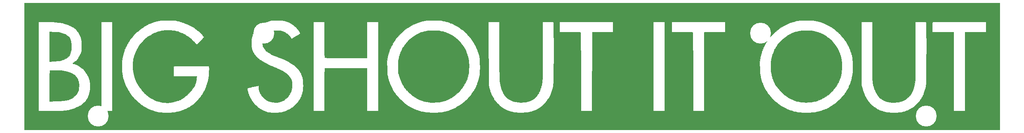
<source format=gto>
G04 #@! TF.GenerationSoftware,KiCad,Pcbnew,(5.1.2)-1*
G04 #@! TF.CreationDate,2020-05-19T15:32:55-05:00*
G04 #@! TF.ProjectId,plaid_bottom,706c6169-645f-4626-9f74-746f6d2e6b69,rev?*
G04 #@! TF.SameCoordinates,PX2faf080PY2faf080*
G04 #@! TF.FileFunction,Legend,Top*
G04 #@! TF.FilePolarity,Positive*
%FSLAX46Y46*%
G04 Gerber Fmt 4.6, Leading zero omitted, Abs format (unit mm)*
G04 Created by KiCad (PCBNEW (5.1.2)-1) date 2020-05-19 15:32:55*
%MOMM*%
%LPD*%
G04 APERTURE LIST*
%ADD10C,0.010000*%
%ADD11C,4.800000*%
G04 APERTURE END LIST*
D10*
G36*
X191004333Y-43813333D02*
G01*
X190962000Y-43771000D01*
X191004333Y-43728667D01*
X191046666Y-43771000D01*
X191004333Y-43813333D01*
X191004333Y-43813333D01*
G37*
X191004333Y-43813333D02*
X190962000Y-43771000D01*
X191004333Y-43728667D01*
X191046666Y-43771000D01*
X191004333Y-43813333D01*
G36*
X189618850Y-48969745D02*
G01*
X189591890Y-49403833D01*
X189551996Y-49828952D01*
X189504954Y-50174786D01*
X189491256Y-50248000D01*
X189458613Y-50409980D01*
X189410471Y-50651804D01*
X189398223Y-50713667D01*
X189335471Y-50956050D01*
X189263672Y-51133235D01*
X189247260Y-51158167D01*
X189205950Y-51248888D01*
X189226333Y-51264000D01*
X189238041Y-51314671D01*
X189201567Y-51369833D01*
X189123295Y-51485911D01*
X189112485Y-51518000D01*
X189079137Y-51649122D01*
X189001527Y-51862192D01*
X188907433Y-52085915D01*
X188833297Y-52234565D01*
X188741464Y-52400526D01*
X188607115Y-52652204D01*
X188505921Y-52845541D01*
X188375882Y-53072342D01*
X188271097Y-53212371D01*
X188221587Y-53236698D01*
X188175002Y-53253663D01*
X188168000Y-53308382D01*
X188110703Y-53442306D01*
X187967862Y-53622543D01*
X187914000Y-53677000D01*
X187755100Y-53846495D01*
X187666570Y-53974441D01*
X187660000Y-53998342D01*
X187602124Y-54093136D01*
X187450694Y-54266854D01*
X187239005Y-54486245D01*
X187000352Y-54718060D01*
X186768029Y-54929049D01*
X186575334Y-55085962D01*
X186559261Y-55097587D01*
X186359963Y-55241221D01*
X186107602Y-55425346D01*
X186009000Y-55497836D01*
X185474682Y-55842186D01*
X184846168Y-56168139D01*
X184197490Y-56437993D01*
X184086038Y-56477109D01*
X183806258Y-56567787D01*
X183601780Y-56625516D01*
X183512428Y-56639189D01*
X183511333Y-56637385D01*
X183443337Y-56638803D01*
X183279712Y-56691485D01*
X183278500Y-56691952D01*
X182959055Y-56773413D01*
X182513998Y-56830788D01*
X181985313Y-56864196D01*
X181414983Y-56873755D01*
X180844990Y-56859584D01*
X180317318Y-56821801D01*
X179873950Y-56760527D01*
X179571172Y-56681465D01*
X179417985Y-56635020D01*
X179362666Y-56638673D01*
X179292249Y-56635055D01*
X179114714Y-56586275D01*
X178880638Y-56508868D01*
X178640597Y-56419370D01*
X178473666Y-56348031D01*
X178296117Y-56265098D01*
X178042901Y-56147232D01*
X177923333Y-56091679D01*
X177645469Y-55953622D01*
X177395449Y-55814778D01*
X177323005Y-55769556D01*
X177112841Y-55630119D01*
X176852820Y-55457245D01*
X176770064Y-55402154D01*
X176396371Y-55113529D01*
X175967022Y-54717706D01*
X175515826Y-54251260D01*
X175076591Y-53750764D01*
X174683122Y-53252792D01*
X174389995Y-52827338D01*
X174293371Y-52657576D01*
X174168027Y-52418127D01*
X174041488Y-52164178D01*
X173941277Y-51950918D01*
X173895345Y-51835500D01*
X173859333Y-51729667D01*
X173828377Y-51615268D01*
X173827583Y-51609722D01*
X173763447Y-51479364D01*
X173753500Y-51468611D01*
X173701861Y-51339964D01*
X173690000Y-51221666D01*
X173665399Y-51048162D01*
X173631105Y-50979327D01*
X173561330Y-50846649D01*
X173554498Y-50817049D01*
X173525454Y-50663378D01*
X173484529Y-50459667D01*
X173412294Y-50065473D01*
X173363970Y-49679795D01*
X173332958Y-49238273D01*
X173316873Y-48824637D01*
X173308424Y-48482508D01*
X173305475Y-48212221D01*
X173308265Y-48052600D01*
X173311959Y-48026329D01*
X173329134Y-47937306D01*
X173354805Y-47728293D01*
X173378400Y-47496333D01*
X173414198Y-47171797D01*
X173455570Y-46876954D01*
X173481449Y-46734333D01*
X173526901Y-46518864D01*
X173554498Y-46376950D01*
X173614814Y-46234055D01*
X173631105Y-46214673D01*
X173678075Y-46090969D01*
X173690000Y-45963219D01*
X173719548Y-45792273D01*
X173765287Y-45724130D01*
X173839645Y-45614653D01*
X173898476Y-45446904D01*
X173979105Y-45196038D01*
X174094299Y-44916925D01*
X174218789Y-44663290D01*
X174327306Y-44488857D01*
X174368491Y-44447617D01*
X174422103Y-44353284D01*
X174413044Y-44326798D01*
X174437005Y-44227410D01*
X174538663Y-44107860D01*
X174664212Y-43965647D01*
X174706000Y-43872491D01*
X174759348Y-43770304D01*
X174898268Y-43587993D01*
X175065833Y-43395007D01*
X175301612Y-43136230D01*
X175528534Y-42885718D01*
X175649508Y-42751227D01*
X175844285Y-42550014D01*
X176027498Y-42385685D01*
X176047937Y-42369839D01*
X176218283Y-42231807D01*
X176439146Y-42040612D01*
X176522595Y-41965619D01*
X176695324Y-41819492D01*
X176803792Y-41748991D01*
X176822666Y-41752787D01*
X176875780Y-41738649D01*
X177009388Y-41631965D01*
X177076666Y-41569667D01*
X177231337Y-41436324D01*
X177321349Y-41387439D01*
X177330666Y-41397615D01*
X177382626Y-41401862D01*
X177500000Y-41315667D01*
X177621853Y-41226469D01*
X177669333Y-41231000D01*
X177720525Y-41236414D01*
X177817500Y-41165489D01*
X177967921Y-41052993D01*
X178050333Y-41015223D01*
X178189094Y-40975843D01*
X178346666Y-40922011D01*
X178610994Y-40826431D01*
X178752357Y-40777529D01*
X178806620Y-40763276D01*
X178812333Y-40765820D01*
X178880996Y-40747759D01*
X179046218Y-40688314D01*
X179047378Y-40687873D01*
X179246592Y-40620484D01*
X179480691Y-40561595D01*
X179799629Y-40499804D01*
X180082333Y-40451653D01*
X180321942Y-40427787D01*
X180678770Y-40411280D01*
X181110360Y-40402067D01*
X181574256Y-40400084D01*
X182028002Y-40405267D01*
X182429142Y-40417554D01*
X182735219Y-40436880D01*
X182876333Y-40455844D01*
X183149505Y-40512705D01*
X183360955Y-40554543D01*
X183626297Y-40620889D01*
X183805455Y-40679826D01*
X183960988Y-40725585D01*
X184019333Y-40718730D01*
X184084465Y-40724128D01*
X184244171Y-40792866D01*
X184273333Y-40807667D01*
X184442404Y-40881086D01*
X184525554Y-40889710D01*
X184527333Y-40884140D01*
X184580218Y-40884617D01*
X184662874Y-40941755D01*
X184833514Y-41044687D01*
X184921292Y-41072279D01*
X185080048Y-41130084D01*
X185250522Y-41225522D01*
X185408382Y-41315343D01*
X185491216Y-41338199D01*
X185570865Y-41371664D01*
X185703778Y-41476955D01*
X185829885Y-41573144D01*
X185882000Y-41577457D01*
X185936315Y-41595039D01*
X186075887Y-41705261D01*
X186199500Y-41817600D01*
X186391723Y-41988853D01*
X186536623Y-42098201D01*
X186582392Y-42119265D01*
X186714803Y-42185101D01*
X186922445Y-42363348D01*
X187182921Y-42628064D01*
X187473836Y-42953304D01*
X187772793Y-43313123D01*
X188057395Y-43681577D01*
X188305247Y-44032721D01*
X188483315Y-44321333D01*
X188672093Y-44661245D01*
X188792635Y-44881204D01*
X188859748Y-45008831D01*
X188888236Y-45071747D01*
X188891761Y-45083333D01*
X188929587Y-45182658D01*
X189007639Y-45366080D01*
X189013604Y-45379667D01*
X189098967Y-45591382D01*
X189148021Y-45745454D01*
X189148155Y-45746112D01*
X189201318Y-45921446D01*
X189232532Y-46000112D01*
X189303987Y-46207427D01*
X189330371Y-46311000D01*
X189388750Y-46575449D01*
X189422690Y-46705558D01*
X189438000Y-46734333D01*
X189467688Y-46812491D01*
X189502953Y-47021457D01*
X189539911Y-47322972D01*
X189574677Y-47678774D01*
X189603368Y-48050604D01*
X189622100Y-48400202D01*
X189627091Y-48597000D01*
X189618850Y-48969745D01*
X189618850Y-48969745D01*
G37*
X189618850Y-48969745D02*
X189591890Y-49403833D01*
X189551996Y-49828952D01*
X189504954Y-50174786D01*
X189491256Y-50248000D01*
X189458613Y-50409980D01*
X189410471Y-50651804D01*
X189398223Y-50713667D01*
X189335471Y-50956050D01*
X189263672Y-51133235D01*
X189247260Y-51158167D01*
X189205950Y-51248888D01*
X189226333Y-51264000D01*
X189238041Y-51314671D01*
X189201567Y-51369833D01*
X189123295Y-51485911D01*
X189112485Y-51518000D01*
X189079137Y-51649122D01*
X189001527Y-51862192D01*
X188907433Y-52085915D01*
X188833297Y-52234565D01*
X188741464Y-52400526D01*
X188607115Y-52652204D01*
X188505921Y-52845541D01*
X188375882Y-53072342D01*
X188271097Y-53212371D01*
X188221587Y-53236698D01*
X188175002Y-53253663D01*
X188168000Y-53308382D01*
X188110703Y-53442306D01*
X187967862Y-53622543D01*
X187914000Y-53677000D01*
X187755100Y-53846495D01*
X187666570Y-53974441D01*
X187660000Y-53998342D01*
X187602124Y-54093136D01*
X187450694Y-54266854D01*
X187239005Y-54486245D01*
X187000352Y-54718060D01*
X186768029Y-54929049D01*
X186575334Y-55085962D01*
X186559261Y-55097587D01*
X186359963Y-55241221D01*
X186107602Y-55425346D01*
X186009000Y-55497836D01*
X185474682Y-55842186D01*
X184846168Y-56168139D01*
X184197490Y-56437993D01*
X184086038Y-56477109D01*
X183806258Y-56567787D01*
X183601780Y-56625516D01*
X183512428Y-56639189D01*
X183511333Y-56637385D01*
X183443337Y-56638803D01*
X183279712Y-56691485D01*
X183278500Y-56691952D01*
X182959055Y-56773413D01*
X182513998Y-56830788D01*
X181985313Y-56864196D01*
X181414983Y-56873755D01*
X180844990Y-56859584D01*
X180317318Y-56821801D01*
X179873950Y-56760527D01*
X179571172Y-56681465D01*
X179417985Y-56635020D01*
X179362666Y-56638673D01*
X179292249Y-56635055D01*
X179114714Y-56586275D01*
X178880638Y-56508868D01*
X178640597Y-56419370D01*
X178473666Y-56348031D01*
X178296117Y-56265098D01*
X178042901Y-56147232D01*
X177923333Y-56091679D01*
X177645469Y-55953622D01*
X177395449Y-55814778D01*
X177323005Y-55769556D01*
X177112841Y-55630119D01*
X176852820Y-55457245D01*
X176770064Y-55402154D01*
X176396371Y-55113529D01*
X175967022Y-54717706D01*
X175515826Y-54251260D01*
X175076591Y-53750764D01*
X174683122Y-53252792D01*
X174389995Y-52827338D01*
X174293371Y-52657576D01*
X174168027Y-52418127D01*
X174041488Y-52164178D01*
X173941277Y-51950918D01*
X173895345Y-51835500D01*
X173859333Y-51729667D01*
X173828377Y-51615268D01*
X173827583Y-51609722D01*
X173763447Y-51479364D01*
X173753500Y-51468611D01*
X173701861Y-51339964D01*
X173690000Y-51221666D01*
X173665399Y-51048162D01*
X173631105Y-50979327D01*
X173561330Y-50846649D01*
X173554498Y-50817049D01*
X173525454Y-50663378D01*
X173484529Y-50459667D01*
X173412294Y-50065473D01*
X173363970Y-49679795D01*
X173332958Y-49238273D01*
X173316873Y-48824637D01*
X173308424Y-48482508D01*
X173305475Y-48212221D01*
X173308265Y-48052600D01*
X173311959Y-48026329D01*
X173329134Y-47937306D01*
X173354805Y-47728293D01*
X173378400Y-47496333D01*
X173414198Y-47171797D01*
X173455570Y-46876954D01*
X173481449Y-46734333D01*
X173526901Y-46518864D01*
X173554498Y-46376950D01*
X173614814Y-46234055D01*
X173631105Y-46214673D01*
X173678075Y-46090969D01*
X173690000Y-45963219D01*
X173719548Y-45792273D01*
X173765287Y-45724130D01*
X173839645Y-45614653D01*
X173898476Y-45446904D01*
X173979105Y-45196038D01*
X174094299Y-44916925D01*
X174218789Y-44663290D01*
X174327306Y-44488857D01*
X174368491Y-44447617D01*
X174422103Y-44353284D01*
X174413044Y-44326798D01*
X174437005Y-44227410D01*
X174538663Y-44107860D01*
X174664212Y-43965647D01*
X174706000Y-43872491D01*
X174759348Y-43770304D01*
X174898268Y-43587993D01*
X175065833Y-43395007D01*
X175301612Y-43136230D01*
X175528534Y-42885718D01*
X175649508Y-42751227D01*
X175844285Y-42550014D01*
X176027498Y-42385685D01*
X176047937Y-42369839D01*
X176218283Y-42231807D01*
X176439146Y-42040612D01*
X176522595Y-41965619D01*
X176695324Y-41819492D01*
X176803792Y-41748991D01*
X176822666Y-41752787D01*
X176875780Y-41738649D01*
X177009388Y-41631965D01*
X177076666Y-41569667D01*
X177231337Y-41436324D01*
X177321349Y-41387439D01*
X177330666Y-41397615D01*
X177382626Y-41401862D01*
X177500000Y-41315667D01*
X177621853Y-41226469D01*
X177669333Y-41231000D01*
X177720525Y-41236414D01*
X177817500Y-41165489D01*
X177967921Y-41052993D01*
X178050333Y-41015223D01*
X178189094Y-40975843D01*
X178346666Y-40922011D01*
X178610994Y-40826431D01*
X178752357Y-40777529D01*
X178806620Y-40763276D01*
X178812333Y-40765820D01*
X178880996Y-40747759D01*
X179046218Y-40688314D01*
X179047378Y-40687873D01*
X179246592Y-40620484D01*
X179480691Y-40561595D01*
X179799629Y-40499804D01*
X180082333Y-40451653D01*
X180321942Y-40427787D01*
X180678770Y-40411280D01*
X181110360Y-40402067D01*
X181574256Y-40400084D01*
X182028002Y-40405267D01*
X182429142Y-40417554D01*
X182735219Y-40436880D01*
X182876333Y-40455844D01*
X183149505Y-40512705D01*
X183360955Y-40554543D01*
X183626297Y-40620889D01*
X183805455Y-40679826D01*
X183960988Y-40725585D01*
X184019333Y-40718730D01*
X184084465Y-40724128D01*
X184244171Y-40792866D01*
X184273333Y-40807667D01*
X184442404Y-40881086D01*
X184525554Y-40889710D01*
X184527333Y-40884140D01*
X184580218Y-40884617D01*
X184662874Y-40941755D01*
X184833514Y-41044687D01*
X184921292Y-41072279D01*
X185080048Y-41130084D01*
X185250522Y-41225522D01*
X185408382Y-41315343D01*
X185491216Y-41338199D01*
X185570865Y-41371664D01*
X185703778Y-41476955D01*
X185829885Y-41573144D01*
X185882000Y-41577457D01*
X185936315Y-41595039D01*
X186075887Y-41705261D01*
X186199500Y-41817600D01*
X186391723Y-41988853D01*
X186536623Y-42098201D01*
X186582392Y-42119265D01*
X186714803Y-42185101D01*
X186922445Y-42363348D01*
X187182921Y-42628064D01*
X187473836Y-42953304D01*
X187772793Y-43313123D01*
X188057395Y-43681577D01*
X188305247Y-44032721D01*
X188483315Y-44321333D01*
X188672093Y-44661245D01*
X188792635Y-44881204D01*
X188859748Y-45008831D01*
X188888236Y-45071747D01*
X188891761Y-45083333D01*
X188929587Y-45182658D01*
X189007639Y-45366080D01*
X189013604Y-45379667D01*
X189098967Y-45591382D01*
X189148021Y-45745454D01*
X189148155Y-45746112D01*
X189201318Y-45921446D01*
X189232532Y-46000112D01*
X189303987Y-46207427D01*
X189330371Y-46311000D01*
X189388750Y-46575449D01*
X189422690Y-46705558D01*
X189438000Y-46734333D01*
X189467688Y-46812491D01*
X189502953Y-47021457D01*
X189539911Y-47322972D01*
X189574677Y-47678774D01*
X189603368Y-48050604D01*
X189622100Y-48400202D01*
X189627091Y-48597000D01*
X189618850Y-48969745D01*
G36*
X104039034Y-49232574D02*
G01*
X104019703Y-49666011D01*
X103980914Y-50033669D01*
X103916761Y-50387238D01*
X103821338Y-50778410D01*
X103793299Y-50883000D01*
X103717979Y-51164011D01*
X103661350Y-51381486D01*
X103638526Y-51475667D01*
X103584370Y-51625761D01*
X103471257Y-51874152D01*
X103320907Y-52179018D01*
X103155040Y-52498534D01*
X102995377Y-52790877D01*
X102863638Y-53014225D01*
X102781544Y-53126754D01*
X102780670Y-53127493D01*
X102673898Y-53260465D01*
X102654063Y-53327533D01*
X102598228Y-53436372D01*
X102454985Y-53616108D01*
X102319550Y-53761667D01*
X102135724Y-53958525D01*
X102012674Y-54110184D01*
X101981487Y-54167682D01*
X101932602Y-54253484D01*
X101821262Y-54386142D01*
X101691743Y-54519573D01*
X101588320Y-54607693D01*
X101554000Y-54612627D01*
X101497840Y-54643819D01*
X101348945Y-54767579D01*
X101136688Y-54959158D01*
X101081215Y-55010945D01*
X100854532Y-55215832D01*
X100679683Y-55358801D01*
X100588015Y-55414621D01*
X100582104Y-55412667D01*
X100509276Y-55431304D01*
X100376972Y-55532150D01*
X100167430Y-55698021D01*
X100008250Y-55801965D01*
X99828748Y-55899420D01*
X99588612Y-56024269D01*
X99339214Y-56150536D01*
X99131924Y-56252245D01*
X99018114Y-56303419D01*
X99014000Y-56304717D01*
X98909302Y-56344956D01*
X98830112Y-56379000D01*
X98645346Y-56443416D01*
X98576112Y-56458735D01*
X98401803Y-56516577D01*
X98371875Y-56533199D01*
X98229385Y-56586864D01*
X98009989Y-56638184D01*
X97998000Y-56640333D01*
X97789946Y-56683723D01*
X97664234Y-56722253D01*
X97659815Y-56724702D01*
X97552313Y-56751563D01*
X97327055Y-56787480D01*
X97060023Y-56821424D01*
X96525669Y-56864208D01*
X95953087Y-56879241D01*
X95383082Y-56868298D01*
X94856461Y-56833154D01*
X94414028Y-56775582D01*
X94096588Y-56697357D01*
X94082166Y-56691952D01*
X93918156Y-56639373D01*
X93849337Y-56638471D01*
X93849333Y-56638673D01*
X93778594Y-56633593D01*
X93600311Y-56584868D01*
X93365389Y-56508587D01*
X93124733Y-56420839D01*
X93002666Y-56371067D01*
X92867285Y-56316841D01*
X92833333Y-56305766D01*
X92667114Y-56240693D01*
X92425626Y-56122156D01*
X92177293Y-55986274D01*
X91990541Y-55869165D01*
X91956611Y-55842972D01*
X91822238Y-55751380D01*
X91758551Y-55738861D01*
X91673995Y-55710372D01*
X91524388Y-55600671D01*
X91512796Y-55590695D01*
X91352538Y-55466580D01*
X91247280Y-55411871D01*
X91245189Y-55411754D01*
X91154784Y-55357083D01*
X90985231Y-55216422D01*
X90822500Y-55066721D01*
X90632158Y-54891526D01*
X90501726Y-54784544D01*
X90462666Y-54767452D01*
X90411049Y-54745105D01*
X90283628Y-54632729D01*
X90251000Y-54600636D01*
X90110237Y-54448528D01*
X90040859Y-54351306D01*
X90039333Y-54344437D01*
X89985028Y-54243810D01*
X89870575Y-54146765D01*
X89768662Y-54110682D01*
X89753079Y-54118476D01*
X89707487Y-54100402D01*
X89700666Y-54045618D01*
X89643369Y-53911694D01*
X89500528Y-53731456D01*
X89446666Y-53677000D01*
X89287119Y-53501632D01*
X89198853Y-53360876D01*
X89192666Y-53332860D01*
X89133620Y-53198576D01*
X89066663Y-53127493D01*
X88931605Y-52957999D01*
X88763582Y-52661604D01*
X88577724Y-52273767D01*
X88389157Y-51829947D01*
X88213012Y-51365603D01*
X88064415Y-50916195D01*
X87964570Y-50544333D01*
X87908722Y-50300683D01*
X87867000Y-50121000D01*
X87850906Y-49982392D01*
X87834475Y-49723969D01*
X87818784Y-49383039D01*
X87804910Y-48996906D01*
X87793930Y-48602879D01*
X87786921Y-48238264D01*
X87784961Y-47940367D01*
X87789127Y-47746495D01*
X87796860Y-47691860D01*
X87818123Y-47598989D01*
X87840042Y-47399559D01*
X87845588Y-47327000D01*
X87871313Y-47090024D01*
X87905949Y-46925161D01*
X87914834Y-46903667D01*
X87960170Y-46758884D01*
X87986619Y-46607333D01*
X88027634Y-46390224D01*
X88065051Y-46268667D01*
X88127299Y-46083697D01*
X88140600Y-46029221D01*
X88193993Y-45853893D01*
X88225267Y-45775221D01*
X88292254Y-45589136D01*
X88310060Y-45520358D01*
X88367958Y-45356481D01*
X88483574Y-45101692D01*
X88633009Y-44801815D01*
X88792369Y-44502673D01*
X88937756Y-44250088D01*
X89045275Y-44089886D01*
X89069422Y-44064216D01*
X89173767Y-43942600D01*
X89192666Y-43887345D01*
X89244120Y-43793659D01*
X89380416Y-43608058D01*
X89574455Y-43362860D01*
X89799139Y-43090382D01*
X90027368Y-42822944D01*
X90232046Y-42592862D01*
X90386072Y-42432456D01*
X90461605Y-42374000D01*
X90555926Y-42322419D01*
X90730283Y-42189846D01*
X90869919Y-42071902D01*
X91064866Y-41909660D01*
X91202184Y-41811543D01*
X91242767Y-41796735D01*
X91316218Y-41764106D01*
X91458499Y-41648705D01*
X91479032Y-41629831D01*
X91688506Y-41472052D01*
X92010510Y-41288883D01*
X92462414Y-41071186D01*
X92939166Y-40861749D01*
X93164837Y-40771633D01*
X93310754Y-40725177D01*
X93341333Y-40725665D01*
X93408997Y-40725668D01*
X93557352Y-40679012D01*
X93819058Y-40597245D01*
X94001852Y-40554980D01*
X94265354Y-40501529D01*
X94442000Y-40461133D01*
X94639317Y-40434642D01*
X94963129Y-40414237D01*
X95370693Y-40400299D01*
X95819267Y-40393211D01*
X96266109Y-40393356D01*
X96668476Y-40401115D01*
X96983626Y-40416871D01*
X97151333Y-40436905D01*
X97456205Y-40495000D01*
X97753613Y-40544886D01*
X98031342Y-40601700D01*
X98277707Y-40674362D01*
X98282780Y-40676274D01*
X98442357Y-40721638D01*
X98506000Y-40710537D01*
X98557730Y-40710935D01*
X98618478Y-40753281D01*
X98798717Y-40847600D01*
X98893645Y-40872637D01*
X99169299Y-40956533D01*
X99533418Y-41122386D01*
X99942906Y-41345545D01*
X100354670Y-41601354D01*
X100725614Y-41865160D01*
X100940166Y-42043427D01*
X101104658Y-42182932D01*
X101203003Y-42247128D01*
X101215333Y-42243611D01*
X101270203Y-42274217D01*
X101415766Y-42399973D01*
X101623454Y-42595820D01*
X101681000Y-42652073D01*
X101902200Y-42876988D01*
X102066485Y-43057782D01*
X102144143Y-43161405D01*
X102146666Y-43170107D01*
X102199681Y-43263116D01*
X102333043Y-43426551D01*
X102400275Y-43500425D01*
X102556098Y-43686840D01*
X102645765Y-43833149D01*
X102654275Y-43866466D01*
X102713449Y-43995977D01*
X102780670Y-44066506D01*
X102883693Y-44201331D01*
X103029287Y-44454230D01*
X103198417Y-44785550D01*
X103372048Y-45155636D01*
X103531145Y-45524836D01*
X103656672Y-45853494D01*
X103695543Y-45972333D01*
X103832136Y-46449958D01*
X103928888Y-46870593D01*
X103992109Y-47283179D01*
X104028107Y-47736658D01*
X104043193Y-48279968D01*
X104044813Y-48681667D01*
X104039034Y-49232574D01*
X104039034Y-49232574D01*
G37*
X104039034Y-49232574D02*
X104019703Y-49666011D01*
X103980914Y-50033669D01*
X103916761Y-50387238D01*
X103821338Y-50778410D01*
X103793299Y-50883000D01*
X103717979Y-51164011D01*
X103661350Y-51381486D01*
X103638526Y-51475667D01*
X103584370Y-51625761D01*
X103471257Y-51874152D01*
X103320907Y-52179018D01*
X103155040Y-52498534D01*
X102995377Y-52790877D01*
X102863638Y-53014225D01*
X102781544Y-53126754D01*
X102780670Y-53127493D01*
X102673898Y-53260465D01*
X102654063Y-53327533D01*
X102598228Y-53436372D01*
X102454985Y-53616108D01*
X102319550Y-53761667D01*
X102135724Y-53958525D01*
X102012674Y-54110184D01*
X101981487Y-54167682D01*
X101932602Y-54253484D01*
X101821262Y-54386142D01*
X101691743Y-54519573D01*
X101588320Y-54607693D01*
X101554000Y-54612627D01*
X101497840Y-54643819D01*
X101348945Y-54767579D01*
X101136688Y-54959158D01*
X101081215Y-55010945D01*
X100854532Y-55215832D01*
X100679683Y-55358801D01*
X100588015Y-55414621D01*
X100582104Y-55412667D01*
X100509276Y-55431304D01*
X100376972Y-55532150D01*
X100167430Y-55698021D01*
X100008250Y-55801965D01*
X99828748Y-55899420D01*
X99588612Y-56024269D01*
X99339214Y-56150536D01*
X99131924Y-56252245D01*
X99018114Y-56303419D01*
X99014000Y-56304717D01*
X98909302Y-56344956D01*
X98830112Y-56379000D01*
X98645346Y-56443416D01*
X98576112Y-56458735D01*
X98401803Y-56516577D01*
X98371875Y-56533199D01*
X98229385Y-56586864D01*
X98009989Y-56638184D01*
X97998000Y-56640333D01*
X97789946Y-56683723D01*
X97664234Y-56722253D01*
X97659815Y-56724702D01*
X97552313Y-56751563D01*
X97327055Y-56787480D01*
X97060023Y-56821424D01*
X96525669Y-56864208D01*
X95953087Y-56879241D01*
X95383082Y-56868298D01*
X94856461Y-56833154D01*
X94414028Y-56775582D01*
X94096588Y-56697357D01*
X94082166Y-56691952D01*
X93918156Y-56639373D01*
X93849337Y-56638471D01*
X93849333Y-56638673D01*
X93778594Y-56633593D01*
X93600311Y-56584868D01*
X93365389Y-56508587D01*
X93124733Y-56420839D01*
X93002666Y-56371067D01*
X92867285Y-56316841D01*
X92833333Y-56305766D01*
X92667114Y-56240693D01*
X92425626Y-56122156D01*
X92177293Y-55986274D01*
X91990541Y-55869165D01*
X91956611Y-55842972D01*
X91822238Y-55751380D01*
X91758551Y-55738861D01*
X91673995Y-55710372D01*
X91524388Y-55600671D01*
X91512796Y-55590695D01*
X91352538Y-55466580D01*
X91247280Y-55411871D01*
X91245189Y-55411754D01*
X91154784Y-55357083D01*
X90985231Y-55216422D01*
X90822500Y-55066721D01*
X90632158Y-54891526D01*
X90501726Y-54784544D01*
X90462666Y-54767452D01*
X90411049Y-54745105D01*
X90283628Y-54632729D01*
X90251000Y-54600636D01*
X90110237Y-54448528D01*
X90040859Y-54351306D01*
X90039333Y-54344437D01*
X89985028Y-54243810D01*
X89870575Y-54146765D01*
X89768662Y-54110682D01*
X89753079Y-54118476D01*
X89707487Y-54100402D01*
X89700666Y-54045618D01*
X89643369Y-53911694D01*
X89500528Y-53731456D01*
X89446666Y-53677000D01*
X89287119Y-53501632D01*
X89198853Y-53360876D01*
X89192666Y-53332860D01*
X89133620Y-53198576D01*
X89066663Y-53127493D01*
X88931605Y-52957999D01*
X88763582Y-52661604D01*
X88577724Y-52273767D01*
X88389157Y-51829947D01*
X88213012Y-51365603D01*
X88064415Y-50916195D01*
X87964570Y-50544333D01*
X87908722Y-50300683D01*
X87867000Y-50121000D01*
X87850906Y-49982392D01*
X87834475Y-49723969D01*
X87818784Y-49383039D01*
X87804910Y-48996906D01*
X87793930Y-48602879D01*
X87786921Y-48238264D01*
X87784961Y-47940367D01*
X87789127Y-47746495D01*
X87796860Y-47691860D01*
X87818123Y-47598989D01*
X87840042Y-47399559D01*
X87845588Y-47327000D01*
X87871313Y-47090024D01*
X87905949Y-46925161D01*
X87914834Y-46903667D01*
X87960170Y-46758884D01*
X87986619Y-46607333D01*
X88027634Y-46390224D01*
X88065051Y-46268667D01*
X88127299Y-46083697D01*
X88140600Y-46029221D01*
X88193993Y-45853893D01*
X88225267Y-45775221D01*
X88292254Y-45589136D01*
X88310060Y-45520358D01*
X88367958Y-45356481D01*
X88483574Y-45101692D01*
X88633009Y-44801815D01*
X88792369Y-44502673D01*
X88937756Y-44250088D01*
X89045275Y-44089886D01*
X89069422Y-44064216D01*
X89173767Y-43942600D01*
X89192666Y-43887345D01*
X89244120Y-43793659D01*
X89380416Y-43608058D01*
X89574455Y-43362860D01*
X89799139Y-43090382D01*
X90027368Y-42822944D01*
X90232046Y-42592862D01*
X90386072Y-42432456D01*
X90461605Y-42374000D01*
X90555926Y-42322419D01*
X90730283Y-42189846D01*
X90869919Y-42071902D01*
X91064866Y-41909660D01*
X91202184Y-41811543D01*
X91242767Y-41796735D01*
X91316218Y-41764106D01*
X91458499Y-41648705D01*
X91479032Y-41629831D01*
X91688506Y-41472052D01*
X92010510Y-41288883D01*
X92462414Y-41071186D01*
X92939166Y-40861749D01*
X93164837Y-40771633D01*
X93310754Y-40725177D01*
X93341333Y-40725665D01*
X93408997Y-40725668D01*
X93557352Y-40679012D01*
X93819058Y-40597245D01*
X94001852Y-40554980D01*
X94265354Y-40501529D01*
X94442000Y-40461133D01*
X94639317Y-40434642D01*
X94963129Y-40414237D01*
X95370693Y-40400299D01*
X95819267Y-40393211D01*
X96266109Y-40393356D01*
X96668476Y-40401115D01*
X96983626Y-40416871D01*
X97151333Y-40436905D01*
X97456205Y-40495000D01*
X97753613Y-40544886D01*
X98031342Y-40601700D01*
X98277707Y-40674362D01*
X98282780Y-40676274D01*
X98442357Y-40721638D01*
X98506000Y-40710537D01*
X98557730Y-40710935D01*
X98618478Y-40753281D01*
X98798717Y-40847600D01*
X98893645Y-40872637D01*
X99169299Y-40956533D01*
X99533418Y-41122386D01*
X99942906Y-41345545D01*
X100354670Y-41601354D01*
X100725614Y-41865160D01*
X100940166Y-42043427D01*
X101104658Y-42182932D01*
X101203003Y-42247128D01*
X101215333Y-42243611D01*
X101270203Y-42274217D01*
X101415766Y-42399973D01*
X101623454Y-42595820D01*
X101681000Y-42652073D01*
X101902200Y-42876988D01*
X102066485Y-43057782D01*
X102144143Y-43161405D01*
X102146666Y-43170107D01*
X102199681Y-43263116D01*
X102333043Y-43426551D01*
X102400275Y-43500425D01*
X102556098Y-43686840D01*
X102645765Y-43833149D01*
X102654275Y-43866466D01*
X102713449Y-43995977D01*
X102780670Y-44066506D01*
X102883693Y-44201331D01*
X103029287Y-44454230D01*
X103198417Y-44785550D01*
X103372048Y-45155636D01*
X103531145Y-45524836D01*
X103656672Y-45853494D01*
X103695543Y-45972333D01*
X103832136Y-46449958D01*
X103928888Y-46870593D01*
X103992109Y-47283179D01*
X104028107Y-47736658D01*
X104043193Y-48279968D01*
X104044813Y-48681667D01*
X104039034Y-49232574D01*
G36*
X65359000Y-50078667D02*
G01*
X65316666Y-50036333D01*
X65359000Y-49994000D01*
X65401333Y-50036333D01*
X65359000Y-50078667D01*
X65359000Y-50078667D01*
G37*
X65359000Y-50078667D02*
X65316666Y-50036333D01*
X65359000Y-49994000D01*
X65401333Y-50036333D01*
X65359000Y-50078667D01*
G36*
X14536369Y-53633583D02*
G01*
X14482419Y-53999910D01*
X14478945Y-54015667D01*
X14288642Y-54531560D01*
X13968262Y-55041027D01*
X13552967Y-55500621D01*
X13077916Y-55866894D01*
X12899616Y-55967248D01*
X12673358Y-56073088D01*
X12522643Y-56126704D01*
X12484666Y-56123392D01*
X12431752Y-56124476D01*
X12349125Y-56181755D01*
X12192345Y-56283246D01*
X12116292Y-56311342D01*
X11971905Y-56338473D01*
X11749026Y-56381930D01*
X11722666Y-56387144D01*
X11475779Y-56433524D01*
X11244104Y-56469257D01*
X10995469Y-56496850D01*
X10697700Y-56518812D01*
X10318625Y-56537651D01*
X9826069Y-56555877D01*
X9373166Y-56570334D01*
X7828000Y-56617952D01*
X7828000Y-53099306D01*
X7829478Y-52344427D01*
X7833700Y-51643474D01*
X7840348Y-51014250D01*
X7849102Y-50474557D01*
X7859646Y-50042198D01*
X7871661Y-49734975D01*
X7884828Y-49570691D01*
X7891500Y-49547815D01*
X8002327Y-49534505D01*
X8247470Y-49527301D01*
X8592044Y-49525571D01*
X9001166Y-49528683D01*
X9439953Y-49536006D01*
X9873519Y-49546908D01*
X10266982Y-49560758D01*
X10585458Y-49576923D01*
X10794062Y-49594772D01*
X10833666Y-49601093D01*
X11389999Y-49718739D01*
X11800811Y-49812463D01*
X12087321Y-49887875D01*
X12270746Y-49950584D01*
X12372306Y-50006201D01*
X12375371Y-50008693D01*
X12467919Y-50059940D01*
X12484666Y-50044979D01*
X12549143Y-50044714D01*
X12711328Y-50108967D01*
X12924353Y-50214101D01*
X13141349Y-50336480D01*
X13315448Y-50452467D01*
X13352500Y-50482653D01*
X13465038Y-50559981D01*
X13500666Y-50551408D01*
X13535196Y-50541505D01*
X13644414Y-50648432D01*
X13836764Y-50881200D01*
X13972028Y-51054424D01*
X14180373Y-51345421D01*
X14297810Y-51569991D01*
X14339893Y-51707321D01*
X14374771Y-51820077D01*
X14444931Y-52026725D01*
X14472839Y-52106430D01*
X14530251Y-52381969D01*
X14560101Y-52766849D01*
X14562201Y-53203308D01*
X14536369Y-53633583D01*
X14536369Y-53633583D01*
G37*
X14536369Y-53633583D02*
X14482419Y-53999910D01*
X14478945Y-54015667D01*
X14288642Y-54531560D01*
X13968262Y-55041027D01*
X13552967Y-55500621D01*
X13077916Y-55866894D01*
X12899616Y-55967248D01*
X12673358Y-56073088D01*
X12522643Y-56126704D01*
X12484666Y-56123392D01*
X12431752Y-56124476D01*
X12349125Y-56181755D01*
X12192345Y-56283246D01*
X12116292Y-56311342D01*
X11971905Y-56338473D01*
X11749026Y-56381930D01*
X11722666Y-56387144D01*
X11475779Y-56433524D01*
X11244104Y-56469257D01*
X10995469Y-56496850D01*
X10697700Y-56518812D01*
X10318625Y-56537651D01*
X9826069Y-56555877D01*
X9373166Y-56570334D01*
X7828000Y-56617952D01*
X7828000Y-53099306D01*
X7829478Y-52344427D01*
X7833700Y-51643474D01*
X7840348Y-51014250D01*
X7849102Y-50474557D01*
X7859646Y-50042198D01*
X7871661Y-49734975D01*
X7884828Y-49570691D01*
X7891500Y-49547815D01*
X8002327Y-49534505D01*
X8247470Y-49527301D01*
X8592044Y-49525571D01*
X9001166Y-49528683D01*
X9439953Y-49536006D01*
X9873519Y-49546908D01*
X10266982Y-49560758D01*
X10585458Y-49576923D01*
X10794062Y-49594772D01*
X10833666Y-49601093D01*
X11389999Y-49718739D01*
X11800811Y-49812463D01*
X12087321Y-49887875D01*
X12270746Y-49950584D01*
X12372306Y-50006201D01*
X12375371Y-50008693D01*
X12467919Y-50059940D01*
X12484666Y-50044979D01*
X12549143Y-50044714D01*
X12711328Y-50108967D01*
X12924353Y-50214101D01*
X13141349Y-50336480D01*
X13315448Y-50452467D01*
X13352500Y-50482653D01*
X13465038Y-50559981D01*
X13500666Y-50551408D01*
X13535196Y-50541505D01*
X13644414Y-50648432D01*
X13836764Y-50881200D01*
X13972028Y-51054424D01*
X14180373Y-51345421D01*
X14297810Y-51569991D01*
X14339893Y-51707321D01*
X14374771Y-51820077D01*
X14444931Y-52026725D01*
X14472839Y-52106430D01*
X14530251Y-52381969D01*
X14560101Y-52766849D01*
X14562201Y-53203308D01*
X14536369Y-53633583D01*
G36*
X12796271Y-44792113D02*
G01*
X12656019Y-45419905D01*
X12438355Y-45962049D01*
X12154024Y-46387555D01*
X12008815Y-46531336D01*
X11780855Y-46692701D01*
X11485771Y-46859684D01*
X11184765Y-47001605D01*
X10939042Y-47087780D01*
X10876000Y-47099238D01*
X10775144Y-47129398D01*
X10589222Y-47196626D01*
X10579666Y-47200260D01*
X10398388Y-47260263D01*
X10189579Y-47307193D01*
X9921832Y-47344986D01*
X9563736Y-47377579D01*
X9083882Y-47408910D01*
X8780500Y-47425758D01*
X7828000Y-47476699D01*
X7828000Y-40662791D01*
X8925076Y-40706846D01*
X9341919Y-40726683D01*
X9697702Y-40749438D01*
X9958104Y-40772495D01*
X10088807Y-40793239D01*
X10095176Y-40796032D01*
X10226948Y-40843614D01*
X10401551Y-40883478D01*
X10687996Y-40949820D01*
X10985880Y-41040652D01*
X11231994Y-41134937D01*
X11349457Y-41198966D01*
X11457313Y-41241585D01*
X11482348Y-41231429D01*
X11561695Y-41259845D01*
X11720088Y-41376885D01*
X11834392Y-41476416D01*
X12011163Y-41630444D01*
X12124082Y-41713677D01*
X12146000Y-41717437D01*
X12181625Y-41731967D01*
X12269940Y-41850376D01*
X12383100Y-42027588D01*
X12493264Y-42218524D01*
X12572588Y-42378107D01*
X12594375Y-42443361D01*
X12643669Y-42618033D01*
X12669354Y-42670333D01*
X12718524Y-42822323D01*
X12767306Y-43092928D01*
X12809403Y-43431534D01*
X12838521Y-43787527D01*
X12848368Y-44109667D01*
X12796271Y-44792113D01*
X12796271Y-44792113D01*
G37*
X12796271Y-44792113D02*
X12656019Y-45419905D01*
X12438355Y-45962049D01*
X12154024Y-46387555D01*
X12008815Y-46531336D01*
X11780855Y-46692701D01*
X11485771Y-46859684D01*
X11184765Y-47001605D01*
X10939042Y-47087780D01*
X10876000Y-47099238D01*
X10775144Y-47129398D01*
X10589222Y-47196626D01*
X10579666Y-47200260D01*
X10398388Y-47260263D01*
X10189579Y-47307193D01*
X9921832Y-47344986D01*
X9563736Y-47377579D01*
X9083882Y-47408910D01*
X8780500Y-47425758D01*
X7828000Y-47476699D01*
X7828000Y-40662791D01*
X8925076Y-40706846D01*
X9341919Y-40726683D01*
X9697702Y-40749438D01*
X9958104Y-40772495D01*
X10088807Y-40793239D01*
X10095176Y-40796032D01*
X10226948Y-40843614D01*
X10401551Y-40883478D01*
X10687996Y-40949820D01*
X10985880Y-41040652D01*
X11231994Y-41134937D01*
X11349457Y-41198966D01*
X11457313Y-41241585D01*
X11482348Y-41231429D01*
X11561695Y-41259845D01*
X11720088Y-41376885D01*
X11834392Y-41476416D01*
X12011163Y-41630444D01*
X12124082Y-41713677D01*
X12146000Y-41717437D01*
X12181625Y-41731967D01*
X12269940Y-41850376D01*
X12383100Y-42027588D01*
X12493264Y-42218524D01*
X12572588Y-42378107D01*
X12594375Y-42443361D01*
X12643669Y-42618033D01*
X12669354Y-42670333D01*
X12718524Y-42822323D01*
X12767306Y-43092928D01*
X12809403Y-43431534D01*
X12838521Y-43787527D01*
X12848368Y-44109667D01*
X12796271Y-44792113D01*
G36*
X2070666Y-63202000D02*
G01*
X2070666Y-34076667D01*
X5910003Y-34076667D01*
X5910003Y-38341796D01*
X5575529Y-38343325D01*
X5357645Y-38349638D01*
X5287824Y-38358190D01*
X5282420Y-38443785D01*
X5277222Y-38688375D01*
X5272272Y-39081619D01*
X5267613Y-39613181D01*
X5263286Y-40272719D01*
X5259335Y-41049896D01*
X5255802Y-41934372D01*
X5252730Y-42915808D01*
X5250160Y-43983865D01*
X5248135Y-45128205D01*
X5246699Y-46338487D01*
X5245892Y-47604374D01*
X5245728Y-48610190D01*
X5246140Y-58841667D01*
X8251506Y-58849092D01*
X8963805Y-58848626D01*
X9635095Y-58843960D01*
X10243385Y-58835564D01*
X10766686Y-58823912D01*
X11183008Y-58809474D01*
X11470361Y-58792724D01*
X11595603Y-58777302D01*
X11886057Y-58717051D01*
X12156115Y-58672723D01*
X12188333Y-58668720D01*
X12406150Y-58624770D01*
X12707445Y-58541371D01*
X12950333Y-58462622D01*
X13215819Y-58372062D01*
X13407635Y-58310032D01*
X13480439Y-58290663D01*
X13581023Y-58261020D01*
X13781636Y-58173144D01*
X14034270Y-58051009D01*
X14290913Y-57918590D01*
X14503558Y-57799862D01*
X14622500Y-57720342D01*
X14734684Y-57641763D01*
X14770666Y-57650325D01*
X14828687Y-57642586D01*
X14983204Y-57544061D01*
X15204904Y-57377300D01*
X15464473Y-57164855D01*
X15732597Y-56929275D01*
X15850166Y-56819890D01*
X16044478Y-56619526D01*
X16175132Y-56454585D01*
X16210000Y-56379072D01*
X16269037Y-56247501D01*
X16341191Y-56171188D01*
X16449250Y-56033814D01*
X16583706Y-55803796D01*
X16710267Y-55546569D01*
X16794635Y-55327573D01*
X16805283Y-55285667D01*
X16847346Y-55144988D01*
X16896221Y-55008289D01*
X16978533Y-54742061D01*
X17048295Y-54395387D01*
X17113615Y-53931000D01*
X17164003Y-53255120D01*
X17134726Y-52614122D01*
X17020560Y-51933837D01*
X16952684Y-51645000D01*
X16870710Y-51380122D01*
X16753514Y-51077716D01*
X16618656Y-50774102D01*
X16483695Y-50505598D01*
X16366191Y-50308524D01*
X16283704Y-50219199D01*
X16264532Y-50221689D01*
X16217424Y-50205083D01*
X16210000Y-50148233D01*
X16151493Y-49998715D01*
X16040666Y-49867000D01*
X15914319Y-49725774D01*
X15871333Y-49633744D01*
X15815923Y-49531889D01*
X15674816Y-49361915D01*
X15575000Y-49257400D01*
X15406549Y-49098132D01*
X15299196Y-49014280D01*
X15278666Y-49012520D01*
X15223687Y-48995500D01*
X15086045Y-48890880D01*
X15026287Y-48839102D01*
X14560678Y-48498181D01*
X14021374Y-48218257D01*
X13648833Y-48085511D01*
X13543000Y-48046667D01*
X13432470Y-48023968D01*
X13338389Y-48014917D01*
X13154707Y-47973571D01*
X13133804Y-47891191D01*
X13277228Y-47778500D01*
X13302298Y-47765131D01*
X13522033Y-47623226D01*
X13761854Y-47429505D01*
X13810574Y-47384407D01*
X13982338Y-47240004D01*
X14103273Y-47174612D01*
X14128074Y-47178297D01*
X14171051Y-47156860D01*
X14178000Y-47097478D01*
X14238306Y-46935142D01*
X14301244Y-46864450D01*
X14396157Y-46740442D01*
X14534933Y-46507284D01*
X14693980Y-46211146D01*
X14849707Y-45898197D01*
X14978524Y-45614605D01*
X15056839Y-45406539D01*
X15066916Y-45365975D01*
X15097492Y-45236302D01*
X15109817Y-45210333D01*
X15147380Y-45131524D01*
X15178061Y-44918315D01*
X15200909Y-44605537D01*
X15214976Y-44228021D01*
X15219311Y-43820597D01*
X15212965Y-43418095D01*
X15194986Y-43055346D01*
X15174472Y-42839667D01*
X15102215Y-42469568D01*
X14978690Y-42047313D01*
X14821117Y-41615597D01*
X14646715Y-41217118D01*
X14472706Y-40894570D01*
X14316309Y-40690652D01*
X14303055Y-40679053D01*
X14197470Y-40552921D01*
X14178000Y-40492602D01*
X14115671Y-40385521D01*
X13955376Y-40214793D01*
X13737155Y-40014894D01*
X13501047Y-39820303D01*
X13287092Y-39665497D01*
X13135329Y-39584953D01*
X13119666Y-39581288D01*
X12988730Y-39519470D01*
X12908000Y-39459836D01*
X12675883Y-39318969D01*
X12422989Y-39237986D01*
X12420278Y-39237616D01*
X12314523Y-39179827D01*
X12209500Y-39095178D01*
X12097371Y-39013765D01*
X12061333Y-39018718D01*
X11996545Y-39023560D01*
X11837568Y-38960226D01*
X11807333Y-38945000D01*
X11637907Y-38867842D01*
X11554996Y-38850603D01*
X11553333Y-38854403D01*
X11482699Y-38854281D01*
X11304895Y-38805994D01*
X11213488Y-38775251D01*
X10994710Y-38701940D01*
X10852269Y-38661415D01*
X10831079Y-38658424D01*
X10725688Y-38644347D01*
X10554958Y-38610204D01*
X10299026Y-38564206D01*
X10027201Y-38528061D01*
X9776031Y-38499958D01*
X9445662Y-38460773D01*
X9225000Y-38433623D01*
X9025213Y-38417330D01*
X8704815Y-38401276D01*
X8293457Y-38386030D01*
X7820788Y-38372160D01*
X7316458Y-38360233D01*
X6810117Y-38350818D01*
X6331415Y-38344483D01*
X5910003Y-38341796D01*
X5910003Y-34076667D01*
X20512927Y-34076667D01*
X20512927Y-38346114D01*
X20137689Y-38347830D01*
X19856775Y-38351666D01*
X19701340Y-38357297D01*
X19681158Y-38360031D01*
X19675752Y-38445389D01*
X19670548Y-38689744D01*
X19665589Y-39082758D01*
X19660917Y-39614097D01*
X19656576Y-40273422D01*
X19652607Y-41050399D01*
X19649054Y-41934689D01*
X19645958Y-42915957D01*
X19643364Y-43983866D01*
X19641313Y-45128079D01*
X19639848Y-46338261D01*
X19639012Y-47604074D01*
X19638824Y-48610190D01*
X19639000Y-58841667D01*
X20930505Y-58865040D01*
X22222011Y-58888414D01*
X22200505Y-48620374D01*
X22179000Y-38352333D01*
X20951333Y-38346841D01*
X20512927Y-38346114D01*
X20512927Y-34076667D01*
X35405524Y-34076667D01*
X35405524Y-38008256D01*
X34917940Y-38010281D01*
X34425653Y-38017019D01*
X33961565Y-38028163D01*
X33558580Y-38043403D01*
X33249600Y-38062432D01*
X33067528Y-38084942D01*
X33058666Y-38087082D01*
X32808425Y-38145559D01*
X32600125Y-38187554D01*
X32404516Y-38230938D01*
X32296666Y-38267666D01*
X32181306Y-38305082D01*
X31977042Y-38348922D01*
X31958000Y-38352333D01*
X31737054Y-38403114D01*
X31588240Y-38458043D01*
X31584125Y-38460551D01*
X31468907Y-38521637D01*
X31450000Y-38527682D01*
X31343919Y-38564283D01*
X31280666Y-38589967D01*
X31005556Y-38697789D01*
X30785803Y-38768641D01*
X30675722Y-38786690D01*
X30579012Y-38828887D01*
X30457185Y-38924018D01*
X30320968Y-39019242D01*
X30248694Y-39027805D01*
X30167385Y-39045814D01*
X30097031Y-39112287D01*
X29972144Y-39219974D01*
X29911127Y-39241333D01*
X29789088Y-39289399D01*
X29570502Y-39416810D01*
X29292047Y-39598389D01*
X28990399Y-39808957D01*
X28702236Y-40023336D01*
X28464234Y-40216348D01*
X28380833Y-40291852D01*
X28204126Y-40450553D01*
X28088856Y-40534186D01*
X28063333Y-40534760D01*
X28011273Y-40555197D01*
X27875052Y-40670482D01*
X27684609Y-40850344D01*
X27469882Y-41064509D01*
X27260810Y-41282706D01*
X27087331Y-41474662D01*
X26979384Y-41610107D01*
X26958513Y-41651887D01*
X26900806Y-41756014D01*
X26756462Y-41932524D01*
X26620449Y-42077667D01*
X26436637Y-42279393D01*
X26315099Y-42442080D01*
X26285936Y-42509044D01*
X26228276Y-42632984D01*
X26132520Y-42740049D01*
X25997467Y-42913318D01*
X25873439Y-43149903D01*
X25864223Y-43172666D01*
X25773677Y-43351236D01*
X25693340Y-43426465D01*
X25678370Y-43423497D01*
X25613266Y-43444613D01*
X25608000Y-43478732D01*
X25574195Y-43601428D01*
X25485702Y-43826895D01*
X25365672Y-44097562D01*
X25164643Y-44536769D01*
X25034596Y-44839880D01*
X24969729Y-45019833D01*
X24930666Y-45125667D01*
X24891945Y-45238751D01*
X24888333Y-45252667D01*
X24853949Y-45352547D01*
X24850105Y-45358500D01*
X24819520Y-45445638D01*
X24768859Y-45666257D01*
X24731943Y-45845333D01*
X24695691Y-46003662D01*
X24676480Y-46057000D01*
X24650276Y-46125084D01*
X24635915Y-46184000D01*
X24598123Y-46357043D01*
X24552783Y-46565000D01*
X24514045Y-46791616D01*
X24473218Y-47104600D01*
X24449734Y-47327000D01*
X24421835Y-47598781D01*
X24397604Y-47791142D01*
X24384485Y-47855804D01*
X24376060Y-47948848D01*
X24375007Y-48172911D01*
X24380135Y-48489895D01*
X24390254Y-48861701D01*
X24404176Y-49250233D01*
X24420710Y-49617390D01*
X24438667Y-49925076D01*
X24455212Y-50121000D01*
X24493289Y-50410335D01*
X24542674Y-50718705D01*
X24594906Y-51000816D01*
X24641522Y-51211375D01*
X24674061Y-51305090D01*
X24676666Y-51306333D01*
X24701060Y-51375617D01*
X24717442Y-51450793D01*
X24793321Y-51735685D01*
X24922479Y-52108811D01*
X25089730Y-52536039D01*
X25279889Y-52983240D01*
X25477769Y-53416281D01*
X25668185Y-53801033D01*
X25835951Y-54103366D01*
X25965880Y-54289148D01*
X25989000Y-54311658D01*
X25989000Y-54396667D01*
X25946666Y-54439000D01*
X25989000Y-54481333D01*
X26031333Y-54439000D01*
X25989000Y-54396667D01*
X25989000Y-54311658D01*
X25991375Y-54313971D01*
X26097286Y-54450995D01*
X26116000Y-54520911D01*
X26173684Y-54650775D01*
X26285333Y-54777667D01*
X26411815Y-54920609D01*
X26454666Y-55015441D01*
X26509173Y-55114437D01*
X26652791Y-55296417D01*
X26855671Y-55523858D01*
X26878000Y-55547584D01*
X27085618Y-55780546D01*
X27236589Y-55975562D01*
X27300833Y-56093452D01*
X27301333Y-56099043D01*
X27329069Y-56166292D01*
X27347797Y-56156425D01*
X27424306Y-56190905D01*
X27591396Y-56321791D01*
X27820227Y-56525442D01*
X27961631Y-56659589D01*
X28252768Y-56930688D01*
X28538355Y-57178186D01*
X28770501Y-57361162D01*
X28832979Y-57404136D01*
X29061489Y-57562535D01*
X29247125Y-57711012D01*
X29277479Y-57739574D01*
X29383827Y-57824509D01*
X29418000Y-57818592D01*
X29470269Y-57821559D01*
X29587333Y-57910333D01*
X29709378Y-57996969D01*
X29757963Y-57986955D01*
X29792849Y-57970258D01*
X29821463Y-58005063D01*
X29918496Y-58087189D01*
X30101689Y-58200375D01*
X30324872Y-58321020D01*
X30541874Y-58425524D01*
X30706527Y-58490284D01*
X30772659Y-58491698D01*
X30772666Y-58491304D01*
X30825082Y-58497688D01*
X30942000Y-58587667D01*
X31064161Y-58680150D01*
X31111333Y-58682477D01*
X31173334Y-58671304D01*
X31288093Y-58718641D01*
X31515656Y-58809672D01*
X31684327Y-58853038D01*
X31885229Y-58903963D01*
X31994400Y-58949537D01*
X32144693Y-59015789D01*
X32169666Y-59021725D01*
X32308093Y-59048979D01*
X32508333Y-59089998D01*
X32929197Y-59165087D01*
X33372694Y-59216336D01*
X33881686Y-59246959D01*
X34499034Y-59260166D01*
X34794333Y-59261292D01*
X35510535Y-59253585D01*
X36079604Y-59229199D01*
X36523094Y-59186233D01*
X36862560Y-59122786D01*
X37059166Y-59061649D01*
X37223271Y-59009732D01*
X37291998Y-59009182D01*
X37292000Y-59009340D01*
X37362679Y-59006643D01*
X37540512Y-58956821D01*
X37630666Y-58926333D01*
X37836896Y-58863760D01*
X37956911Y-58847059D01*
X37969333Y-58855789D01*
X38021140Y-58853955D01*
X38081812Y-58811385D01*
X38259063Y-58719916D01*
X38369887Y-58691238D01*
X38571971Y-58624169D01*
X38659576Y-58569753D01*
X38792117Y-58485269D01*
X38838705Y-58471109D01*
X38984092Y-58427142D01*
X39209373Y-58326778D01*
X39450002Y-58201999D01*
X39641433Y-58084787D01*
X39683833Y-58052350D01*
X39796701Y-57981274D01*
X39832000Y-57996636D01*
X39884582Y-57997110D01*
X40012184Y-57902817D01*
X40022500Y-57893535D01*
X40189027Y-57758658D01*
X40307248Y-57688276D01*
X40475022Y-57591353D01*
X40720788Y-57398629D01*
X41020529Y-57134373D01*
X41350230Y-56822853D01*
X41685873Y-56488340D01*
X42003441Y-56155101D01*
X42278918Y-55847407D01*
X42488288Y-55589526D01*
X42607532Y-55405728D01*
X42626000Y-55345157D01*
X42684369Y-55230199D01*
X42761820Y-55151346D01*
X42911563Y-54978549D01*
X42977122Y-54865813D01*
X43090607Y-54645426D01*
X43161412Y-54523667D01*
X43373177Y-54159604D01*
X43530583Y-53845090D01*
X43613260Y-53621393D01*
X43617830Y-53598978D01*
X43681904Y-53410046D01*
X43726666Y-53338333D01*
X43806355Y-53176664D01*
X43835689Y-53058703D01*
X43882958Y-52886084D01*
X43922040Y-52818404D01*
X43969623Y-52694219D01*
X43980666Y-52576333D01*
X44005267Y-52402829D01*
X44039562Y-52333994D01*
X44109336Y-52201316D01*
X44116168Y-52171716D01*
X44144775Y-52017916D01*
X44184651Y-51814333D01*
X44283826Y-51274946D01*
X44352995Y-50779089D01*
X44398533Y-50264704D01*
X44426820Y-49669732D01*
X44435211Y-49375936D01*
X44434376Y-49003080D01*
X44413632Y-48726413D01*
X44375801Y-48578568D01*
X44365244Y-48566408D01*
X44271468Y-48557606D01*
X44028715Y-48549507D01*
X43657343Y-48542166D01*
X43177707Y-48535641D01*
X42610164Y-48529988D01*
X41975070Y-48525265D01*
X41292782Y-48521528D01*
X40583655Y-48518833D01*
X39868045Y-48517238D01*
X39166310Y-48516800D01*
X38498804Y-48517574D01*
X37885885Y-48519618D01*
X37347908Y-48522989D01*
X36905231Y-48527744D01*
X36578208Y-48533938D01*
X36387196Y-48541630D01*
X36360666Y-48544083D01*
X36325512Y-48630522D01*
X36298812Y-48868016D01*
X36281873Y-49238439D01*
X36276000Y-49719511D01*
X36276000Y-50884355D01*
X38921833Y-50883768D01*
X41567666Y-50883182D01*
X41550639Y-51221758D01*
X41530875Y-51473685D01*
X41500594Y-51721306D01*
X41467750Y-51909628D01*
X41440480Y-51983667D01*
X41416598Y-52053446D01*
X41398376Y-52138445D01*
X41337863Y-52355662D01*
X41307400Y-52434778D01*
X41240523Y-52620249D01*
X41222738Y-52688743D01*
X41137041Y-52923358D01*
X40972795Y-53234243D01*
X40759628Y-53567388D01*
X40680625Y-53677000D01*
X40514848Y-53912452D01*
X40385651Y-54118633D01*
X40350783Y-54185000D01*
X40267563Y-54303775D01*
X40109336Y-54484450D01*
X39906155Y-54697521D01*
X39688070Y-54913483D01*
X39485136Y-55102833D01*
X39327403Y-55236068D01*
X39244925Y-55283682D01*
X39239333Y-55276168D01*
X39185864Y-55291172D01*
X39048254Y-55401141D01*
X38921833Y-55518998D01*
X38736031Y-55691331D01*
X38601950Y-55798918D01*
X38562000Y-55818090D01*
X38473099Y-55853868D01*
X38290012Y-55957505D01*
X38138666Y-56051598D01*
X37918237Y-56190088D01*
X37761235Y-56283282D01*
X37715333Y-56306168D01*
X37609177Y-56344141D01*
X37546000Y-56369967D01*
X37348137Y-56448438D01*
X37137103Y-56525228D01*
X36983505Y-56575089D01*
X36953333Y-56581905D01*
X36851752Y-56612007D01*
X36675955Y-56675460D01*
X36129959Y-56831141D01*
X35492467Y-56931167D01*
X34834115Y-56968733D01*
X34225541Y-56937036D01*
X34117000Y-56921940D01*
X33800535Y-56872236D01*
X33501549Y-56825084D01*
X33408620Y-56810365D01*
X33197675Y-56769327D01*
X33067836Y-56730340D01*
X33062828Y-56727572D01*
X32944300Y-56688314D01*
X32738231Y-56643600D01*
X32720000Y-56640333D01*
X32499054Y-56589552D01*
X32350240Y-56534623D01*
X32346125Y-56532115D01*
X32231026Y-56472532D01*
X32212000Y-56467152D01*
X32051333Y-56413210D01*
X31814449Y-56304605D01*
X31569259Y-56175566D01*
X31383672Y-56060320D01*
X31347265Y-56031315D01*
X31233473Y-55946477D01*
X31196000Y-55947326D01*
X31136460Y-55940699D01*
X30982047Y-55852024D01*
X30769066Y-55706330D01*
X30533825Y-55528644D01*
X30312631Y-55343996D01*
X30285833Y-55319906D01*
X30121552Y-55182074D01*
X30023157Y-55121586D01*
X30010666Y-55127304D01*
X29956722Y-55099232D01*
X29813433Y-54973737D01*
X29608616Y-54775656D01*
X29545000Y-54711554D01*
X29325004Y-54479009D01*
X29161054Y-54288548D01*
X29082322Y-54174535D01*
X29079333Y-54162955D01*
X29022582Y-54060174D01*
X28883383Y-53906691D01*
X28857536Y-53882258D01*
X28554172Y-53537095D01*
X28220359Y-53037884D01*
X27863240Y-52395683D01*
X27740871Y-52153000D01*
X27373627Y-51249549D01*
X27110760Y-50262105D01*
X26965127Y-49249147D01*
X26940486Y-48512333D01*
X26956178Y-48135748D01*
X26987248Y-47718379D01*
X27028454Y-47311197D01*
X27074553Y-46965174D01*
X27120303Y-46731281D01*
X27125522Y-46713167D01*
X27143842Y-46628500D01*
X27176174Y-46518098D01*
X27246172Y-46304102D01*
X27301333Y-46141667D01*
X27387471Y-45886254D01*
X27449068Y-45694294D01*
X27466350Y-45633667D01*
X27511435Y-45512248D01*
X27604353Y-45298524D01*
X27664431Y-45168000D01*
X27768767Y-44936221D01*
X27835296Y-44770581D01*
X27847405Y-44727733D01*
X27904004Y-44623548D01*
X27957500Y-44562633D01*
X28049038Y-44439372D01*
X28063333Y-44393311D01*
X28108387Y-44294308D01*
X28224652Y-44105321D01*
X28338500Y-43937121D01*
X28509269Y-43688225D01*
X28650296Y-43473664D01*
X28705890Y-43383045D01*
X28798986Y-43278137D01*
X28854057Y-43277613D01*
X28900556Y-43258988D01*
X28910000Y-43187448D01*
X28947775Y-43089307D01*
X28994666Y-43093667D01*
X29072690Y-43087051D01*
X29079333Y-43056501D01*
X29138722Y-42937848D01*
X29293976Y-42746840D01*
X29510733Y-42519349D01*
X29754626Y-42291249D01*
X29991289Y-42098414D01*
X30010666Y-42084297D01*
X30446958Y-41776175D01*
X30754283Y-41573150D01*
X30935149Y-41473604D01*
X30974867Y-41462198D01*
X31087131Y-41395992D01*
X31101867Y-41376335D01*
X31195166Y-41299611D01*
X31376397Y-41190355D01*
X31598661Y-41072248D01*
X31815059Y-40968972D01*
X31978691Y-40904210D01*
X32042666Y-40901274D01*
X32094600Y-40906585D01*
X32148500Y-40871401D01*
X32319543Y-40780753D01*
X32593570Y-40679440D01*
X32907311Y-40588956D01*
X33109782Y-40544812D01*
X33308778Y-40497619D01*
X33419435Y-40455340D01*
X33583510Y-40408147D01*
X33880389Y-40372387D01*
X34273933Y-40348035D01*
X34728001Y-40335064D01*
X35206453Y-40333446D01*
X35673147Y-40343155D01*
X36091945Y-40364164D01*
X36426705Y-40396446D01*
X36641287Y-40439974D01*
X36681153Y-40457764D01*
X36810426Y-40503266D01*
X37022541Y-40550894D01*
X37038000Y-40553667D01*
X37258945Y-40604447D01*
X37407760Y-40659376D01*
X37411875Y-40661885D01*
X37527092Y-40722970D01*
X37546000Y-40729016D01*
X37652081Y-40765616D01*
X37715333Y-40791300D01*
X37925310Y-40874751D01*
X38151063Y-40957168D01*
X38329166Y-41016076D01*
X38392666Y-41031318D01*
X38481022Y-41081524D01*
X38583166Y-41165489D01*
X38695343Y-41247469D01*
X38731333Y-41243512D01*
X38793511Y-41258029D01*
X38955531Y-41351631D01*
X39153798Y-41484390D01*
X39388113Y-41641606D01*
X39568902Y-41749253D01*
X39645958Y-41781333D01*
X39743220Y-41837345D01*
X39901605Y-41977308D01*
X39958154Y-42034450D01*
X40116290Y-42182314D01*
X40222654Y-42250215D01*
X40239828Y-42248394D01*
X40312999Y-42280018D01*
X40449318Y-42402434D01*
X40608887Y-42572063D01*
X40751807Y-42745327D01*
X40838180Y-42878648D01*
X40848000Y-42912656D01*
X40884305Y-42954983D01*
X40899287Y-42943602D01*
X40974100Y-42975274D01*
X41110989Y-43111737D01*
X41217088Y-43241738D01*
X41382829Y-43436224D01*
X41517630Y-43554525D01*
X41567968Y-43572691D01*
X41670955Y-43504416D01*
X41858671Y-43340387D01*
X42104393Y-43107835D01*
X42381399Y-42833987D01*
X42662964Y-42546071D01*
X42922366Y-42271316D01*
X43132881Y-42036950D01*
X43267786Y-41870203D01*
X43303333Y-41804514D01*
X43258376Y-41728313D01*
X43218666Y-41739000D01*
X43146937Y-41718894D01*
X43134000Y-41654333D01*
X43094176Y-41562886D01*
X43049333Y-41569666D01*
X42974502Y-41553423D01*
X42964666Y-41504882D01*
X42913059Y-41410509D01*
X42777952Y-41244988D01*
X42588920Y-41038053D01*
X42375536Y-40819436D01*
X42167375Y-40618869D01*
X41994011Y-40466085D01*
X41885018Y-40390817D01*
X41862703Y-40397015D01*
X41826715Y-40410891D01*
X41799203Y-40378414D01*
X41703326Y-40288722D01*
X41507069Y-40133614D01*
X41250324Y-39942533D01*
X40972980Y-39744921D01*
X40714929Y-39570220D01*
X40633338Y-39517917D01*
X40404617Y-39387223D01*
X40096010Y-39227867D01*
X39746650Y-39057994D01*
X39395667Y-38895748D01*
X39082196Y-38759275D01*
X38845368Y-38666718D01*
X38731333Y-38636002D01*
X38637475Y-38587621D01*
X38583166Y-38546433D01*
X38492711Y-38497838D01*
X38477333Y-38513474D01*
X38412483Y-38516465D01*
X38253373Y-38452150D01*
X38223333Y-38437000D01*
X38053948Y-38360283D01*
X37971009Y-38344061D01*
X37969333Y-38348063D01*
X37901426Y-38352222D01*
X37738587Y-38302746D01*
X37497541Y-38232112D01*
X37208134Y-38173612D01*
X37167087Y-38167516D01*
X36900627Y-38120014D01*
X36680311Y-38063761D01*
X36650767Y-38053448D01*
X36511025Y-38033540D01*
X36234969Y-38019577D01*
X35855501Y-38011252D01*
X35405524Y-38008256D01*
X35405524Y-34076667D01*
X60002253Y-34076667D01*
X60002253Y-37991946D01*
X59559297Y-37998303D01*
X59163751Y-38013374D01*
X58853423Y-38035054D01*
X58666117Y-38061239D01*
X58644814Y-38067527D01*
X58415274Y-38135828D01*
X58182609Y-38186886D01*
X57959066Y-38247758D01*
X57805962Y-38324694D01*
X57713148Y-38380207D01*
X57696666Y-38369968D01*
X57629435Y-38375905D01*
X57452984Y-38446886D01*
X57205183Y-38564055D01*
X56923900Y-38708554D01*
X56647002Y-38861526D01*
X56412358Y-39004115D01*
X56379669Y-39025782D01*
X55985224Y-39325905D01*
X55590036Y-39686993D01*
X55216728Y-40081554D01*
X54887921Y-40482093D01*
X54626237Y-40861116D01*
X54454300Y-41191131D01*
X54394666Y-41438233D01*
X54363870Y-41596825D01*
X54335771Y-41642673D01*
X54265997Y-41775350D01*
X54259165Y-41804950D01*
X54227939Y-41957918D01*
X54181682Y-42162333D01*
X54143653Y-42411614D01*
X54116823Y-42757612D01*
X54102020Y-43150250D01*
X54100073Y-43539450D01*
X54111810Y-43875137D01*
X54138059Y-44107232D01*
X54148828Y-44148996D01*
X54218425Y-44404849D01*
X54251854Y-44575333D01*
X54310150Y-44809617D01*
X54395100Y-45041000D01*
X54468954Y-45231381D01*
X54496127Y-45347224D01*
X54495712Y-45350379D01*
X54542932Y-45443505D01*
X54609040Y-45508913D01*
X54714699Y-45644610D01*
X54733333Y-45713140D01*
X54790585Y-45812113D01*
X54944697Y-45996775D01*
X55169206Y-46236779D01*
X55333385Y-46401273D01*
X55660586Y-46721035D01*
X55886855Y-46939972D01*
X56032287Y-47075695D01*
X56116975Y-47145813D01*
X56161016Y-47167935D01*
X56184502Y-47159671D01*
X56191328Y-47153116D01*
X56268588Y-47178837D01*
X56383863Y-47284147D01*
X56520635Y-47410366D01*
X56605362Y-47454000D01*
X56710776Y-47497903D01*
X56898346Y-47608785D01*
X56993628Y-47671484D01*
X57195586Y-47794166D01*
X57483220Y-47951440D01*
X57813209Y-48121702D01*
X58142235Y-48283348D01*
X58426977Y-48414772D01*
X58624117Y-48494369D01*
X58668535Y-48506819D01*
X58791590Y-48549119D01*
X59006954Y-48638445D01*
X59136000Y-48695674D01*
X59498459Y-48853489D01*
X59762354Y-48954863D01*
X59898000Y-48989498D01*
X59986380Y-49040100D01*
X60088500Y-49124155D01*
X60200658Y-49205915D01*
X60236666Y-49201570D01*
X60303489Y-49207314D01*
X60475901Y-49275181D01*
X60711819Y-49384429D01*
X60969161Y-49514316D01*
X61205843Y-49644098D01*
X61379782Y-49753035D01*
X61422000Y-49785807D01*
X61557750Y-49879678D01*
X61615663Y-49899480D01*
X61744715Y-49958271D01*
X61964129Y-50114635D01*
X62244989Y-50345948D01*
X62558379Y-50629591D01*
X62602307Y-50671333D01*
X62887955Y-50990172D01*
X63131565Y-51345619D01*
X63296351Y-51680379D01*
X63336122Y-51814333D01*
X63364339Y-51949013D01*
X63409958Y-52166191D01*
X63416085Y-52195333D01*
X63464087Y-52580814D01*
X63471669Y-53035854D01*
X63442272Y-53497864D01*
X63379335Y-53904256D01*
X63309053Y-54142667D01*
X63252194Y-54292451D01*
X63239062Y-54333167D01*
X63200000Y-54439000D01*
X63161155Y-54544833D01*
X63053085Y-54823018D01*
X62909121Y-55062755D01*
X62827820Y-55151346D01*
X62715908Y-55287301D01*
X62692000Y-55363072D01*
X62631157Y-55476753D01*
X62472723Y-55659293D01*
X62252839Y-55875677D01*
X62007645Y-56090892D01*
X61773282Y-56269923D01*
X61718333Y-56306382D01*
X61403887Y-56497649D01*
X61188118Y-56609852D01*
X61088213Y-56634370D01*
X61083333Y-56624945D01*
X61031270Y-56628374D01*
X60967749Y-56673193D01*
X60768737Y-56763457D01*
X60443510Y-56829768D01*
X60033892Y-56869057D01*
X59581708Y-56878258D01*
X59128783Y-56854305D01*
X58891476Y-56825428D01*
X58577723Y-56748920D01*
X58208896Y-56617373D01*
X57845669Y-56456646D01*
X57548719Y-56292599D01*
X57423796Y-56199923D01*
X57310763Y-56119816D01*
X57273333Y-56128677D01*
X57220099Y-56107675D01*
X57080765Y-55989714D01*
X56892333Y-55807131D01*
X56695107Y-55595691D01*
X56557437Y-55426351D01*
X56511333Y-55342365D01*
X56453159Y-55229124D01*
X56380142Y-55155188D01*
X56203667Y-54931880D01*
X56039959Y-54590184D01*
X55905692Y-54181000D01*
X55817537Y-53755227D01*
X55792168Y-53363767D01*
X55792277Y-53360482D01*
X55803208Y-53043964D01*
X55435031Y-53081909D01*
X55192891Y-53114803D01*
X55024541Y-53152078D01*
X54994640Y-53164484D01*
X54869837Y-53204881D01*
X54651992Y-53248578D01*
X54595046Y-53257491D01*
X54341722Y-53300217D01*
X54142514Y-53342669D01*
X54120226Y-53348742D01*
X53918726Y-53398158D01*
X53762604Y-53429730D01*
X53508366Y-53492668D01*
X53346402Y-53546172D01*
X53221531Y-53607636D01*
X53177538Y-53699198D01*
X53199282Y-53875917D01*
X53224523Y-53989417D01*
X53286965Y-54268188D01*
X53338410Y-54511105D01*
X53348083Y-54560067D01*
X53400809Y-54756581D01*
X53444135Y-54856400D01*
X53507396Y-55017695D01*
X53523115Y-55090332D01*
X53577888Y-55255457D01*
X53684558Y-55480090D01*
X53710063Y-55526722D01*
X53805252Y-55720273D01*
X53840674Y-55843353D01*
X53836286Y-55858158D01*
X53859404Y-55934532D01*
X53926954Y-56003635D01*
X54034395Y-56124174D01*
X54056000Y-56180789D01*
X54113579Y-56329152D01*
X54272179Y-56568028D01*
X54510596Y-56870736D01*
X54807626Y-57210594D01*
X55142065Y-57560920D01*
X55193295Y-57611881D01*
X55453504Y-57863640D01*
X55662885Y-58056185D01*
X55797099Y-58167786D01*
X55834000Y-58183941D01*
X55887846Y-58188490D01*
X56018062Y-58283194D01*
X56024500Y-58288757D01*
X56188158Y-58411115D01*
X56299666Y-58463564D01*
X56424181Y-58522951D01*
X56532500Y-58606822D01*
X56644293Y-58684300D01*
X56680666Y-58672333D01*
X56732712Y-58670085D01*
X56850000Y-58757000D01*
X56971936Y-58847086D01*
X57019333Y-58844422D01*
X57070368Y-58831716D01*
X57131812Y-58871948D01*
X57312069Y-58965915D01*
X57406978Y-58990598D01*
X57599036Y-59044558D01*
X57672656Y-59080188D01*
X57893608Y-59155634D01*
X58281413Y-59210719D01*
X58834803Y-59245320D01*
X59517000Y-59259132D01*
X60129712Y-59254557D01*
X60608404Y-59230407D01*
X60987637Y-59183019D01*
X61301975Y-59108729D01*
X61466420Y-59052540D01*
X61653800Y-58984676D01*
X61759266Y-58952743D01*
X61760666Y-58952571D01*
X61947287Y-58901138D01*
X62226003Y-58788223D01*
X62543678Y-58639410D01*
X62847175Y-58480286D01*
X63083354Y-58336436D01*
X63157666Y-58279925D01*
X63314562Y-58168232D01*
X63411666Y-58131269D01*
X63507340Y-58072904D01*
X63688355Y-57918002D01*
X63926206Y-57695332D01*
X64192393Y-57433668D01*
X64458412Y-57161780D01*
X64695761Y-56908440D01*
X64875938Y-56702420D01*
X64970439Y-56572491D01*
X64978000Y-56550157D01*
X65037004Y-56415217D01*
X65100895Y-56347406D01*
X65215743Y-56204175D01*
X65357748Y-55965153D01*
X65497732Y-55688425D01*
X65606520Y-55432077D01*
X65654934Y-55254192D01*
X65655333Y-55243643D01*
X65711836Y-55065562D01*
X65756933Y-55006266D01*
X65816053Y-54920751D01*
X65801362Y-54904667D01*
X65787290Y-54837169D01*
X65833115Y-54674560D01*
X65834165Y-54671833D01*
X65944701Y-54253158D01*
X66011042Y-53715927D01*
X66034743Y-53104620D01*
X66017359Y-52463717D01*
X65960444Y-51837698D01*
X65865555Y-51271041D01*
X65734245Y-50808229D01*
X65695779Y-50713667D01*
X65595312Y-50454130D01*
X65527248Y-50233064D01*
X65423621Y-50003245D01*
X65309052Y-49860109D01*
X65185788Y-49714942D01*
X65147333Y-49618925D01*
X65081363Y-49480252D01*
X64899850Y-49267253D01*
X64627390Y-49000655D01*
X64288579Y-48701184D01*
X63908014Y-48389567D01*
X63510291Y-48086529D01*
X63120006Y-47812797D01*
X62761755Y-47589096D01*
X62692000Y-47549924D01*
X62241798Y-47311349D01*
X61805026Y-47094640D01*
X61426988Y-46921534D01*
X61168000Y-46818782D01*
X61061632Y-46776921D01*
X60998666Y-46750700D01*
X60743896Y-46646560D01*
X60494324Y-46549997D01*
X60314100Y-46485575D01*
X60279000Y-46475096D01*
X60154028Y-46429645D01*
X59941919Y-46341446D01*
X59855666Y-46303803D01*
X59624945Y-46207079D01*
X59453229Y-46144410D01*
X59419417Y-46135400D01*
X59242791Y-46073188D01*
X58969759Y-45946554D01*
X58647495Y-45780840D01*
X58323175Y-45601390D01*
X58043972Y-45433550D01*
X57857062Y-45302661D01*
X57837405Y-45285487D01*
X57692038Y-45163394D01*
X57615478Y-45123862D01*
X57612000Y-45130001D01*
X57570801Y-45126382D01*
X57463296Y-45013086D01*
X57313618Y-44823596D01*
X57145903Y-44591391D01*
X56984286Y-44349954D01*
X56852903Y-44132765D01*
X56775888Y-43973305D01*
X56773840Y-43967275D01*
X56726707Y-43740817D01*
X56699362Y-43441320D01*
X56691596Y-43117636D01*
X56703199Y-42818619D01*
X56733963Y-42593118D01*
X56780165Y-42491833D01*
X56816559Y-42393445D01*
X56807666Y-42374000D01*
X56822077Y-42270770D01*
X56850000Y-42247000D01*
X56904766Y-42152642D01*
X56895711Y-42125465D01*
X56919672Y-42026077D01*
X57021330Y-41906526D01*
X57148180Y-41746983D01*
X57188666Y-41627100D01*
X57213507Y-41541090D01*
X57238183Y-41548628D01*
X57320772Y-41522659D01*
X57483428Y-41404358D01*
X57639890Y-41266405D01*
X57844595Y-41085609D01*
X58005467Y-40965119D01*
X58070540Y-40934667D01*
X58193122Y-40884570D01*
X58282666Y-40819212D01*
X58561240Y-40656778D01*
X58965797Y-40524012D01*
X59454180Y-40430505D01*
X59984236Y-40385844D01*
X60196915Y-40383784D01*
X60551986Y-40396459D01*
X60850258Y-40421896D01*
X61045386Y-40455531D01*
X61085915Y-40471303D01*
X61266595Y-40551510D01*
X61332000Y-40567284D01*
X61498712Y-40620187D01*
X61719823Y-40722693D01*
X61942779Y-40845789D01*
X62115023Y-40960461D01*
X62184000Y-41037641D01*
X62235187Y-41078539D01*
X62258363Y-41068034D01*
X62346433Y-41104152D01*
X62509103Y-41241915D01*
X62716115Y-41450011D01*
X62937210Y-41697124D01*
X63142129Y-41951942D01*
X63229398Y-42072936D01*
X63346550Y-42220624D01*
X63435437Y-42240086D01*
X63525731Y-42174039D01*
X63653250Y-42076949D01*
X63708000Y-42055790D01*
X63796952Y-42018565D01*
X63980138Y-41913938D01*
X64131333Y-41819735D01*
X64351641Y-41682093D01*
X64508629Y-41590890D01*
X64554666Y-41569667D01*
X64658942Y-41519526D01*
X64844489Y-41405628D01*
X65056290Y-41264712D01*
X65239328Y-41133515D01*
X65338586Y-41048774D01*
X65341989Y-41043931D01*
X65324340Y-40937516D01*
X65230666Y-40758830D01*
X65200940Y-40713734D01*
X65026543Y-40457563D01*
X64858679Y-40208158D01*
X64857062Y-40205734D01*
X64385384Y-39635343D01*
X63756589Y-39098819D01*
X63496333Y-38917563D01*
X63220713Y-38737244D01*
X63002285Y-38598275D01*
X62876675Y-38523177D01*
X62861333Y-38516171D01*
X62755226Y-38479099D01*
X62692000Y-38453366D01*
X62436105Y-38348774D01*
X62186363Y-38252202D01*
X62006677Y-38188109D01*
X61972333Y-38177918D01*
X61605574Y-38094745D01*
X61252796Y-38039393D01*
X60864060Y-38007148D01*
X60389425Y-37993296D01*
X60002253Y-37991946D01*
X60002253Y-34076667D01*
X83223841Y-34076667D01*
X83223841Y-38350968D01*
X80641333Y-38350968D01*
X80641333Y-46650413D01*
X75836500Y-46639363D01*
X74949709Y-46637146D01*
X74113728Y-46634713D01*
X73343868Y-46632132D01*
X72655445Y-46629470D01*
X72063769Y-46626794D01*
X71584156Y-46624174D01*
X71231917Y-46621676D01*
X71022367Y-46619369D01*
X70968166Y-46617823D01*
X70955580Y-46533738D01*
X70943822Y-46296608D01*
X70933144Y-45922723D01*
X70923794Y-45428370D01*
X70916023Y-44829837D01*
X70910081Y-44143414D01*
X70906218Y-43385387D01*
X70904682Y-42572046D01*
X70904666Y-42479150D01*
X70904666Y-38350968D01*
X68322159Y-38350968D01*
X68322159Y-58884000D01*
X70904666Y-58884000D01*
X70904666Y-53973333D01*
X70905730Y-53078569D01*
X70908791Y-52236016D01*
X70913658Y-51460601D01*
X70920138Y-50767250D01*
X70928038Y-50170889D01*
X70937165Y-49686445D01*
X70947328Y-49328845D01*
X70958333Y-49113013D01*
X70968166Y-49052176D01*
X71062269Y-49050053D01*
X71310391Y-49047690D01*
X71697220Y-49045153D01*
X72207442Y-49042512D01*
X72825745Y-49039834D01*
X73536815Y-49037186D01*
X74325339Y-49034637D01*
X75176004Y-49032254D01*
X75836500Y-49030637D01*
X80641333Y-49019587D01*
X80641333Y-58884000D01*
X83223841Y-58884000D01*
X83223841Y-38350968D01*
X83223841Y-34076667D01*
X96319990Y-34076667D01*
X96319990Y-37994208D01*
X95826807Y-37994686D01*
X95333799Y-38001198D01*
X94874839Y-38013573D01*
X94483802Y-38031641D01*
X94194561Y-38055230D01*
X94075119Y-38073915D01*
X93798764Y-38135779D01*
X93558003Y-38186604D01*
X93516599Y-38194750D01*
X93336950Y-38237878D01*
X93255474Y-38268403D01*
X93141195Y-38305173D01*
X92936894Y-38348929D01*
X92914336Y-38352979D01*
X92685535Y-38413364D01*
X92523767Y-38490457D01*
X92519295Y-38494027D01*
X92426760Y-38545060D01*
X92410000Y-38529859D01*
X92345169Y-38526808D01*
X92186177Y-38591096D01*
X92156887Y-38605874D01*
X91972572Y-38693044D01*
X91862437Y-38730152D01*
X91858095Y-38730024D01*
X91753944Y-38761123D01*
X91549970Y-38849663D01*
X91294833Y-38971682D01*
X91037193Y-39103214D01*
X90825709Y-39220298D01*
X90716666Y-39292147D01*
X90577551Y-39380264D01*
X90518606Y-39395938D01*
X90410898Y-39444668D01*
X90248853Y-39566063D01*
X90243162Y-39570986D01*
X90097072Y-39688761D01*
X90019448Y-39733796D01*
X90017889Y-39733194D01*
X89930444Y-39762275D01*
X89751602Y-39875745D01*
X89518040Y-40047214D01*
X89266433Y-40250295D01*
X89114568Y-40383131D01*
X88828256Y-40650972D01*
X88511719Y-40960048D01*
X88187723Y-41286518D01*
X87879036Y-41606543D01*
X87608423Y-41896282D01*
X87398652Y-42131896D01*
X87272489Y-42289545D01*
X87246069Y-42339711D01*
X87188165Y-42461013D01*
X87076000Y-42585667D01*
X86948954Y-42735902D01*
X86906666Y-42842422D01*
X86847521Y-42979476D01*
X86782042Y-43049362D01*
X86679451Y-43183583D01*
X86531414Y-43439114D01*
X86355042Y-43779911D01*
X86167447Y-44169929D01*
X85985738Y-44573124D01*
X85827027Y-44953452D01*
X85708424Y-45274867D01*
X85675815Y-45379667D01*
X85591602Y-45669427D01*
X85521112Y-45904490D01*
X85486033Y-46014667D01*
X85442594Y-46153938D01*
X85407675Y-46315308D01*
X85369237Y-46559105D01*
X85349165Y-46700469D01*
X85310101Y-46929202D01*
X85271915Y-47075434D01*
X85260909Y-47095980D01*
X85248720Y-47190257D01*
X85241572Y-47422473D01*
X85238971Y-47761324D01*
X85240423Y-48175506D01*
X85245437Y-48633715D01*
X85253518Y-49104648D01*
X85264174Y-49556999D01*
X85276911Y-49959466D01*
X85291237Y-50280744D01*
X85306658Y-50489530D01*
X85315228Y-50544333D01*
X85361032Y-50737460D01*
X85416559Y-50998165D01*
X85427428Y-51052333D01*
X85475190Y-51292886D01*
X85510173Y-51468178D01*
X85515307Y-51493668D01*
X85609619Y-51836214D01*
X85765869Y-52269831D01*
X85967033Y-52758239D01*
X86196088Y-53265158D01*
X86436011Y-53754311D01*
X86669779Y-54189418D01*
X86880368Y-54534200D01*
X87038555Y-54739966D01*
X87177316Y-54907260D01*
X87244236Y-55031451D01*
X87245333Y-55041366D01*
X87303880Y-55133699D01*
X87464015Y-55317617D01*
X87702484Y-55570306D01*
X87996031Y-55868948D01*
X88321399Y-56190730D01*
X88655333Y-56512836D01*
X88974577Y-56812451D01*
X89255876Y-57066758D01*
X89475974Y-57252943D01*
X89573666Y-57325607D01*
X89784514Y-57474964D01*
X89931657Y-57595992D01*
X89964133Y-57631972D01*
X90071221Y-57714504D01*
X90091133Y-57718198D01*
X90205600Y-57762270D01*
X90398574Y-57865893D01*
X90462666Y-57904085D01*
X90855499Y-58126366D01*
X91280899Y-58338797D01*
X91690070Y-58519286D01*
X92034215Y-58645737D01*
X92191688Y-58686959D01*
X92389919Y-58761191D01*
X92466855Y-58811385D01*
X92561446Y-58867345D01*
X92579333Y-58855789D01*
X92649832Y-58850858D01*
X92827263Y-58896115D01*
X92918000Y-58926333D01*
X93124463Y-58991564D01*
X93244406Y-59014726D01*
X93256666Y-59009340D01*
X93324090Y-59008171D01*
X93465172Y-59052131D01*
X93775045Y-59131116D01*
X94218675Y-59192056D01*
X94761493Y-59234946D01*
X95368929Y-59259782D01*
X96006415Y-59266557D01*
X96639380Y-59255268D01*
X97233255Y-59225907D01*
X97753471Y-59178472D01*
X98165458Y-59112955D01*
X98380222Y-59052868D01*
X98534307Y-59005984D01*
X98590666Y-59009340D01*
X98661345Y-59006643D01*
X98839179Y-58956821D01*
X98929333Y-58926333D01*
X99135716Y-58862014D01*
X99255685Y-58841069D01*
X99268000Y-58847596D01*
X99333150Y-58841126D01*
X99492819Y-58771835D01*
X99521113Y-58757459D01*
X99712062Y-58665506D01*
X99834035Y-58618935D01*
X99838613Y-58618141D01*
X100112528Y-58540713D01*
X100487353Y-58376838D01*
X100931504Y-58145520D01*
X101413398Y-57865760D01*
X101901451Y-57556561D01*
X102364079Y-57236926D01*
X102769700Y-56925856D01*
X103029342Y-56698401D01*
X103248364Y-56501964D01*
X103423040Y-56367091D01*
X103515834Y-56322736D01*
X103516175Y-56322833D01*
X103583377Y-56281141D01*
X103586000Y-56258855D01*
X103640758Y-56161971D01*
X103786521Y-55978547D01*
X103995518Y-55742739D01*
X104072833Y-55660089D01*
X104301092Y-55412736D01*
X104480742Y-55205815D01*
X104581744Y-55074351D01*
X104592418Y-55054311D01*
X104657918Y-54942359D01*
X104795811Y-54742774D01*
X104951888Y-54531244D01*
X105121980Y-54292935D01*
X105240283Y-54100496D01*
X105278969Y-54004867D01*
X105338158Y-53875979D01*
X105408379Y-53802302D01*
X105494651Y-53696405D01*
X105492861Y-53650639D01*
X105507944Y-53563010D01*
X105588604Y-53451037D01*
X105675097Y-53335452D01*
X105674902Y-53296000D01*
X105677861Y-53231393D01*
X105749875Y-53069357D01*
X105790049Y-52994832D01*
X105904470Y-52766532D01*
X105975053Y-52579976D01*
X105981552Y-52550332D01*
X106033127Y-52371373D01*
X106060388Y-52316632D01*
X106110410Y-52189049D01*
X106186896Y-51940698D01*
X106277895Y-51615729D01*
X106371455Y-51258294D01*
X106455626Y-50912541D01*
X106517210Y-50629000D01*
X106542000Y-50409145D01*
X106560976Y-50055471D01*
X106574138Y-49603392D01*
X106581486Y-49088321D01*
X106583019Y-48545673D01*
X106578737Y-48010862D01*
X106568641Y-47519302D01*
X106552729Y-47106407D01*
X106531002Y-46807590D01*
X106517232Y-46708124D01*
X106455294Y-46381908D01*
X106417432Y-46187918D01*
X106396440Y-46091962D01*
X106385113Y-46059848D01*
X106380000Y-46057000D01*
X106355558Y-45987784D01*
X106339421Y-45913884D01*
X106289530Y-45716419D01*
X106211055Y-45460199D01*
X106127091Y-45215794D01*
X106060733Y-45053773D01*
X106053763Y-45041000D01*
X105993910Y-44880208D01*
X105986576Y-44842802D01*
X105934401Y-44690782D01*
X105817111Y-44430980D01*
X105654827Y-44101931D01*
X105467669Y-43742169D01*
X105275757Y-43390230D01*
X105099213Y-43084648D01*
X104958158Y-42863958D01*
X104940646Y-42839667D01*
X104775478Y-42603784D01*
X104646202Y-42397412D01*
X104611351Y-42331667D01*
X104514295Y-42192336D01*
X104330444Y-41979864D01*
X104096817Y-41736628D01*
X104059205Y-41699559D01*
X103834263Y-41464713D01*
X103667275Y-41262054D01*
X103588505Y-41129037D01*
X103586000Y-41113948D01*
X103558644Y-41033923D01*
X103532973Y-41044138D01*
X103462687Y-41026056D01*
X103304434Y-40909380D01*
X103050266Y-40687320D01*
X102692238Y-40353086D01*
X102431754Y-40103119D01*
X102337860Y-40039142D01*
X102316000Y-40055459D01*
X102261772Y-40048089D01*
X102127118Y-39949749D01*
X102083166Y-39911632D01*
X101840792Y-39711246D01*
X101596333Y-39530470D01*
X101406051Y-39413171D01*
X101141655Y-39265845D01*
X100838651Y-39106255D01*
X100532543Y-38952163D01*
X100258836Y-38821331D01*
X100053034Y-38731522D01*
X99950643Y-38700497D01*
X99945333Y-38704512D01*
X99893177Y-38705778D01*
X99839500Y-38670067D01*
X99668456Y-38579420D01*
X99394430Y-38478107D01*
X99080689Y-38387623D01*
X98878218Y-38343478D01*
X98684365Y-38299094D01*
X98580676Y-38261492D01*
X98463225Y-38226200D01*
X98245061Y-38184961D01*
X98151409Y-38170918D01*
X97881473Y-38124085D01*
X97659399Y-38070224D01*
X97617000Y-38056053D01*
X97461853Y-38030686D01*
X97171387Y-38012037D01*
X96779474Y-37999935D01*
X96319990Y-37994208D01*
X96319990Y-34076667D01*
X112010333Y-34076667D01*
X112010333Y-54735333D01*
X111968000Y-54777667D01*
X112010333Y-54820000D01*
X112052666Y-54777667D01*
X112010333Y-54735333D01*
X112010333Y-34076667D01*
X120942666Y-34076667D01*
X120942666Y-38349458D01*
X120934268Y-44870229D01*
X120932575Y-45910796D01*
X120930272Y-46905515D01*
X120927432Y-47840906D01*
X120924129Y-48703487D01*
X120920433Y-49479776D01*
X120916420Y-50156294D01*
X120912160Y-50719557D01*
X120907728Y-51156086D01*
X120903195Y-51452400D01*
X120898635Y-51595016D01*
X120897909Y-51602667D01*
X120870955Y-51813848D01*
X120835091Y-52103393D01*
X120818744Y-52237667D01*
X120771722Y-52593884D01*
X120729430Y-52854297D01*
X120697097Y-52988274D01*
X120688666Y-52999667D01*
X120667837Y-53046349D01*
X120628441Y-53206414D01*
X120581260Y-53423000D01*
X120522109Y-53627810D01*
X120447608Y-53830678D01*
X120378480Y-54011742D01*
X120350000Y-54110490D01*
X120309499Y-54247120D01*
X120209465Y-54464993D01*
X120082103Y-54703022D01*
X119959616Y-54900118D01*
X119888524Y-54985855D01*
X119779122Y-55120893D01*
X119757333Y-55193092D01*
X119700670Y-55295930D01*
X119550713Y-55478768D01*
X119337507Y-55705585D01*
X119291666Y-55751333D01*
X119073762Y-55957904D01*
X118910418Y-56096323D01*
X118829887Y-56143160D01*
X118826000Y-56137485D01*
X118773684Y-56125838D01*
X118677833Y-56189683D01*
X118539864Y-56282706D01*
X118334163Y-56397706D01*
X118116821Y-56506345D01*
X117943932Y-56580280D01*
X117875038Y-56595290D01*
X117789195Y-56615728D01*
X117611806Y-56677823D01*
X117598333Y-56682935D01*
X117158159Y-56798010D01*
X116605500Y-56863399D01*
X115989563Y-56879716D01*
X115359553Y-56847575D01*
X114764676Y-56767591D01*
X114256641Y-56641211D01*
X113837561Y-56475329D01*
X113422685Y-56264564D01*
X113041490Y-56029339D01*
X112723452Y-55790078D01*
X112498047Y-55567206D01*
X112394752Y-55381147D01*
X112391333Y-55348728D01*
X112345621Y-55274613D01*
X112306666Y-55285667D01*
X112232121Y-55269053D01*
X112222000Y-55219119D01*
X112163799Y-55076942D01*
X112052666Y-54947000D01*
X111926433Y-54807218D01*
X111883333Y-54717566D01*
X111850641Y-54600900D01*
X111767687Y-54391434D01*
X111714313Y-54270353D01*
X111473296Y-53616503D01*
X111281308Y-52833518D01*
X111145515Y-51956339D01*
X111080487Y-51179333D01*
X111076327Y-51019060D01*
X111072126Y-50704083D01*
X111067959Y-50249035D01*
X111063901Y-49668544D01*
X111060027Y-48977241D01*
X111056413Y-48189757D01*
X111053134Y-47320721D01*
X111050266Y-46384765D01*
X111047882Y-45396519D01*
X111046303Y-44531562D01*
X111036666Y-38349458D01*
X109787833Y-38361839D01*
X109347244Y-38366847D01*
X108971311Y-38372334D01*
X108690353Y-38377764D01*
X108534689Y-38382597D01*
X108513574Y-38384443D01*
X108507157Y-38469546D01*
X108502378Y-38709081D01*
X108499143Y-39088156D01*
X108497355Y-39591879D01*
X108496919Y-40205358D01*
X108497738Y-40913699D01*
X108499717Y-41702012D01*
X108502759Y-42555404D01*
X108506770Y-43458982D01*
X108511653Y-44397855D01*
X108517312Y-45357130D01*
X108523651Y-46321916D01*
X108530575Y-47277319D01*
X108537987Y-48208447D01*
X108545793Y-49100409D01*
X108553895Y-49938312D01*
X108562198Y-50707264D01*
X108570607Y-51392373D01*
X108579025Y-51978746D01*
X108587356Y-52451492D01*
X108595505Y-52795717D01*
X108603375Y-52996530D01*
X108607928Y-53042000D01*
X108688021Y-53371478D01*
X108771155Y-53791290D01*
X108784219Y-53865049D01*
X108844797Y-54007936D01*
X108861105Y-54027327D01*
X108908911Y-54151758D01*
X108920000Y-54269667D01*
X108946657Y-54445503D01*
X108983500Y-54516611D01*
X109055183Y-54644956D01*
X109057583Y-54657722D01*
X109087823Y-54774508D01*
X109089333Y-54777667D01*
X109124296Y-54883500D01*
X109194494Y-55073469D01*
X109323796Y-55335705D01*
X109475854Y-55602611D01*
X109614317Y-55806589D01*
X109632449Y-55828486D01*
X109719470Y-55947729D01*
X109698716Y-55971155D01*
X109682000Y-55963000D01*
X109645345Y-55967980D01*
X109714787Y-56068144D01*
X109745500Y-56102971D01*
X109876944Y-56276880D01*
X109935777Y-56412597D01*
X109936000Y-56417953D01*
X109985082Y-56483174D01*
X110020666Y-56471000D01*
X110096220Y-56486295D01*
X110105333Y-56531372D01*
X110162440Y-56632060D01*
X110317880Y-56822588D01*
X110547831Y-57075528D01*
X110825000Y-57360000D01*
X111101736Y-57630577D01*
X111329163Y-57843950D01*
X111484399Y-57979299D01*
X111544561Y-58015802D01*
X111544666Y-58014857D01*
X111599254Y-58022043D01*
X111733574Y-58118600D01*
X111763117Y-58143726D01*
X111925353Y-58267827D01*
X112032008Y-58319118D01*
X112038283Y-58318533D01*
X112143096Y-58352668D01*
X112222000Y-58406851D01*
X112383973Y-58508806D01*
X112629679Y-58630151D01*
X112920019Y-58755770D01*
X113215893Y-58870547D01*
X113478203Y-58959364D01*
X113667850Y-59007104D01*
X113745735Y-58998651D01*
X113746000Y-58996073D01*
X113798242Y-58999614D01*
X113864828Y-59046551D01*
X114049757Y-59125727D01*
X114372169Y-59187522D01*
X114801106Y-59231926D01*
X115305612Y-59258930D01*
X115854730Y-59268524D01*
X116417501Y-59260698D01*
X116962970Y-59235442D01*
X117460179Y-59192747D01*
X117878171Y-59132603D01*
X118185988Y-59055001D01*
X118205252Y-59047914D01*
X118352903Y-59008882D01*
X118402666Y-59023462D01*
X118454397Y-59023065D01*
X118515145Y-58980718D01*
X118695403Y-58886751D01*
X118790312Y-58862069D01*
X118998385Y-58798619D01*
X119080000Y-58756931D01*
X119252674Y-58676927D01*
X119317250Y-58660391D01*
X119461575Y-58604024D01*
X119654611Y-58491750D01*
X119655917Y-58490877D01*
X119825277Y-58384052D01*
X119924340Y-58333479D01*
X119926666Y-58333056D01*
X120095931Y-58258588D01*
X120349423Y-58079216D01*
X120661477Y-57818866D01*
X121006428Y-57501464D01*
X121358612Y-57150936D01*
X121692361Y-56791208D01*
X121982011Y-56446207D01*
X122060317Y-56344000D01*
X122423043Y-55775072D01*
X122760310Y-55092606D01*
X123049332Y-54352377D01*
X123267320Y-53610159D01*
X123357536Y-53169000D01*
X123385642Y-52976358D01*
X123410244Y-52755271D01*
X123431583Y-52493879D01*
X123449897Y-52180318D01*
X123465427Y-51802729D01*
X123478411Y-51349248D01*
X123489090Y-50808015D01*
X123497702Y-50167168D01*
X123504488Y-49414845D01*
X123509687Y-48539184D01*
X123513537Y-47528325D01*
X123516280Y-46370405D01*
X123517963Y-45223661D01*
X123518514Y-43824505D01*
X123516753Y-42582265D01*
X123512700Y-41498485D01*
X123506372Y-40574711D01*
X123497785Y-39812489D01*
X123486959Y-39213364D01*
X123473909Y-38778882D01*
X123458654Y-38510588D01*
X123441211Y-38410028D01*
X123440731Y-38409666D01*
X123329299Y-38390071D01*
X123081452Y-38373199D01*
X122730104Y-38360504D01*
X122308171Y-38353442D01*
X122149166Y-38352568D01*
X120942666Y-38349458D01*
X120942666Y-34076667D01*
X137114000Y-34076667D01*
X137114000Y-38352041D01*
X124837333Y-38352041D01*
X124837333Y-40725268D01*
X127215379Y-40722993D01*
X127981112Y-40725325D01*
X128612153Y-40733733D01*
X129100781Y-40747954D01*
X129439277Y-40767721D01*
X129619919Y-40792769D01*
X129648250Y-40806525D01*
X129655705Y-40901182D01*
X129662886Y-41154021D01*
X129669722Y-41553892D01*
X129676146Y-42089645D01*
X129682088Y-42750129D01*
X129687478Y-43524193D01*
X129692248Y-44400687D01*
X129696329Y-45368461D01*
X129699651Y-46416364D01*
X129702146Y-47533245D01*
X129703745Y-48707953D01*
X129704370Y-49867000D01*
X129705666Y-58841667D01*
X130996452Y-58865036D01*
X132287237Y-58888406D01*
X132330333Y-40723000D01*
X134722166Y-40723749D01*
X137114000Y-40724499D01*
X137114000Y-38352041D01*
X137114000Y-34076667D01*
X148925174Y-34076667D01*
X148925174Y-38350968D01*
X146342666Y-38350968D01*
X146342666Y-58884000D01*
X148925174Y-58884000D01*
X148925174Y-38350968D01*
X148925174Y-34076667D01*
X162852666Y-34076667D01*
X162852666Y-38352041D01*
X150576000Y-38352041D01*
X150576000Y-40725268D01*
X152954046Y-40722993D01*
X153719779Y-40725325D01*
X154350820Y-40733733D01*
X154839448Y-40747954D01*
X155177943Y-40767721D01*
X155358586Y-40792769D01*
X155386916Y-40806525D01*
X155394372Y-40901182D01*
X155401552Y-41154021D01*
X155408389Y-41553892D01*
X155414813Y-42089645D01*
X155420754Y-42750129D01*
X155426145Y-43524193D01*
X155430915Y-44400687D01*
X155434996Y-45368461D01*
X155438318Y-46416364D01*
X155440813Y-47533245D01*
X155442411Y-48707953D01*
X155443037Y-49867000D01*
X155444333Y-58841667D01*
X157984333Y-58841667D01*
X157985630Y-49867000D01*
X157986313Y-48647694D01*
X157987958Y-47475626D01*
X157990496Y-46361946D01*
X157993858Y-45317806D01*
X157997975Y-44354354D01*
X158002778Y-43482743D01*
X158008198Y-42714122D01*
X158014166Y-42059642D01*
X158020612Y-41530454D01*
X158027467Y-41137708D01*
X158034663Y-40892554D01*
X158041750Y-40806525D01*
X158144241Y-40779047D01*
X158408275Y-40756723D01*
X158826130Y-40739819D01*
X159390087Y-40728601D01*
X160092424Y-40723332D01*
X160474620Y-40722993D01*
X162852666Y-40725268D01*
X162852666Y-38352041D01*
X162852666Y-34076667D01*
X181376820Y-34076667D01*
X181376820Y-38019309D01*
X180870695Y-38022485D01*
X180405979Y-38030924D01*
X180017783Y-38044679D01*
X179741219Y-38063806D01*
X179659000Y-38074807D01*
X179258995Y-38149887D01*
X178981780Y-38209614D01*
X178782675Y-38263682D01*
X178770000Y-38267666D01*
X178554158Y-38325499D01*
X178425694Y-38353419D01*
X178139716Y-38423810D01*
X177846163Y-38519399D01*
X177610714Y-38617192D01*
X177521166Y-38670067D01*
X177430527Y-38710061D01*
X177415333Y-38688245D01*
X177363201Y-38688025D01*
X177246000Y-38775667D01*
X177124147Y-38864864D01*
X177076666Y-38860333D01*
X177024621Y-38858085D01*
X176907333Y-38945000D01*
X176785480Y-39034197D01*
X176738000Y-39029667D01*
X176685954Y-39027418D01*
X176568666Y-39114333D01*
X176446814Y-39203531D01*
X176399333Y-39199000D01*
X176348141Y-39193585D01*
X176251166Y-39264511D01*
X176120388Y-39365508D01*
X176060666Y-39390209D01*
X175968203Y-39430043D01*
X175777383Y-39545061D01*
X175526450Y-39710380D01*
X175253651Y-39901114D01*
X175087000Y-40023711D01*
X174905584Y-40174128D01*
X174654282Y-40400999D01*
X174356803Y-40680828D01*
X174036853Y-40990119D01*
X173718139Y-41305377D01*
X173424368Y-41603107D01*
X173179246Y-41859812D01*
X173006481Y-42051998D01*
X172929780Y-42156169D01*
X172928000Y-42163452D01*
X172871420Y-42276761D01*
X172730150Y-42444869D01*
X172674000Y-42501000D01*
X172514949Y-42671860D01*
X172426479Y-42802784D01*
X172420000Y-42827674D01*
X172369025Y-42953688D01*
X172301703Y-43044666D01*
X172178115Y-43221632D01*
X172014277Y-43504794D01*
X171835788Y-43844341D01*
X171668248Y-44190465D01*
X171537256Y-44493356D01*
X171489673Y-44624689D01*
X171405033Y-44854184D01*
X171325953Y-45014258D01*
X171309105Y-45036767D01*
X171247802Y-45181484D01*
X171234666Y-45297822D01*
X171209693Y-45470226D01*
X171175771Y-45537339D01*
X171104983Y-45669948D01*
X171097757Y-45699617D01*
X171042727Y-45981497D01*
X171000232Y-46169612D01*
X170980480Y-46226333D01*
X170953032Y-46308766D01*
X170909982Y-46548957D01*
X170862498Y-46869802D01*
X170823387Y-47098593D01*
X170785089Y-47244934D01*
X170774037Y-47265519D01*
X170760811Y-47361324D01*
X170753942Y-47593763D01*
X170752733Y-47930284D01*
X170756482Y-48338334D01*
X170764492Y-48785361D01*
X170776063Y-49238812D01*
X170790497Y-49666135D01*
X170807093Y-50034778D01*
X170825154Y-50312189D01*
X170842630Y-50459667D01*
X170894637Y-50723608D01*
X170931564Y-50925333D01*
X170963267Y-51083949D01*
X170980853Y-51137000D01*
X171006701Y-51202085D01*
X171054544Y-51408203D01*
X171094723Y-51602667D01*
X171130912Y-51760993D01*
X171150000Y-51814333D01*
X171173437Y-51884916D01*
X171195780Y-51989671D01*
X171258824Y-52190534D01*
X171358300Y-52413005D01*
X171447866Y-52605449D01*
X171487996Y-52732526D01*
X171488145Y-52736089D01*
X171526951Y-52864163D01*
X171627879Y-53096284D01*
X171768981Y-53389507D01*
X171928309Y-53700888D01*
X172083916Y-53987485D01*
X172213852Y-54206354D01*
X172293996Y-54312827D01*
X172399851Y-54434365D01*
X172420000Y-54490755D01*
X172477529Y-54624506D01*
X172636407Y-54851696D01*
X172876072Y-55148240D01*
X173175960Y-55490056D01*
X173515508Y-55853061D01*
X173874154Y-56213171D01*
X173966219Y-56301667D01*
X174306657Y-56625319D01*
X174556133Y-56859377D01*
X174746467Y-57030857D01*
X174909479Y-57166777D01*
X175076990Y-57294152D01*
X175280819Y-57440002D01*
X175433076Y-57547119D01*
X175632758Y-57674010D01*
X175919444Y-57839268D01*
X176259541Y-58025488D01*
X176619453Y-58215261D01*
X176965586Y-58391183D01*
X177264344Y-58535847D01*
X177482133Y-58631845D01*
X177584666Y-58661927D01*
X177681320Y-58682882D01*
X177887731Y-58745617D01*
X178091471Y-58813487D01*
X178387928Y-58909612D01*
X178650640Y-58984924D01*
X178768805Y-59012438D01*
X179031876Y-59063850D01*
X179193333Y-59097678D01*
X179600631Y-59170164D01*
X180067925Y-59219981D01*
X180629726Y-59249660D01*
X181320551Y-59261730D01*
X181437000Y-59262178D01*
X182258158Y-59253382D01*
X182918910Y-59222280D01*
X183426789Y-59168253D01*
X183789328Y-59090685D01*
X183871166Y-59062619D01*
X184035177Y-59010040D01*
X184103996Y-59009138D01*
X184104000Y-59009340D01*
X184174679Y-59006643D01*
X184352512Y-58956821D01*
X184442666Y-58926333D01*
X184649050Y-58862014D01*
X184769018Y-58841069D01*
X184781333Y-58847596D01*
X184846483Y-58841126D01*
X185006152Y-58771835D01*
X185034446Y-58757459D01*
X185225416Y-58665322D01*
X185347383Y-58618336D01*
X185351946Y-58617505D01*
X185420242Y-58603586D01*
X185529266Y-58569134D01*
X185728448Y-58497905D01*
X185839666Y-58457227D01*
X186028094Y-58392499D01*
X186134392Y-58364072D01*
X186136000Y-58364015D01*
X186224355Y-58313809D01*
X186326500Y-58229844D01*
X186438676Y-58147864D01*
X186474666Y-58151821D01*
X186536853Y-58137273D01*
X186698920Y-58043633D01*
X186898000Y-57910333D01*
X187118291Y-57763099D01*
X187271393Y-57675302D01*
X187321333Y-57664494D01*
X187377393Y-57645316D01*
X187520127Y-57538648D01*
X187620613Y-57453437D01*
X187809668Y-57297475D01*
X187947014Y-57202307D01*
X187980446Y-57188813D01*
X188066628Y-57133847D01*
X188240872Y-56989750D01*
X188469305Y-56784889D01*
X188527833Y-56730391D01*
X188754306Y-56523628D01*
X188924673Y-56378810D01*
X189009971Y-56320201D01*
X189014666Y-56322553D01*
X189062671Y-56292479D01*
X189185791Y-56162706D01*
X189289833Y-56041742D01*
X189507796Y-55787629D01*
X189769006Y-55492546D01*
X189924833Y-55320819D01*
X190113035Y-55103639D01*
X190243275Y-54929493D01*
X190284666Y-54845508D01*
X190341694Y-54731217D01*
X190454000Y-54608333D01*
X190580964Y-54459165D01*
X190623333Y-54354333D01*
X190680929Y-54226755D01*
X190793186Y-54099863D01*
X190903452Y-53973995D01*
X190920001Y-53903112D01*
X190937124Y-53817049D01*
X191025315Y-53696148D01*
X191126429Y-53571074D01*
X191147898Y-53519944D01*
X191163857Y-53443484D01*
X191229845Y-53261552D01*
X191325962Y-53022897D01*
X191432311Y-52776266D01*
X191528992Y-52570409D01*
X191558525Y-52513982D01*
X191628678Y-52307346D01*
X191639333Y-52210593D01*
X191668058Y-52047722D01*
X191698228Y-51995327D01*
X191769016Y-51862719D01*
X191776243Y-51833049D01*
X191860887Y-51444477D01*
X191918941Y-51264000D01*
X192004772Y-50951657D01*
X192073720Y-50505659D01*
X192124993Y-49960915D01*
X192157794Y-49352336D01*
X192171330Y-48714835D01*
X192164806Y-48083322D01*
X192137428Y-47492707D01*
X192088402Y-46977903D01*
X192024902Y-46607333D01*
X191970053Y-46350665D01*
X191934353Y-46167186D01*
X191868678Y-45900495D01*
X191810321Y-45722686D01*
X191766654Y-45566356D01*
X191778796Y-45506667D01*
X191778398Y-45454936D01*
X191736052Y-45394188D01*
X191639135Y-45214175D01*
X191611404Y-45119021D01*
X191576186Y-44973959D01*
X191514779Y-44796609D01*
X191410801Y-44543553D01*
X191288189Y-44262478D01*
X191193687Y-44032442D01*
X191137813Y-43865432D01*
X191131333Y-43828345D01*
X191073132Y-43714535D01*
X191000142Y-43640521D01*
X190885229Y-43498399D01*
X190753013Y-43271296D01*
X190708000Y-43178333D01*
X190581121Y-42937925D01*
X190454311Y-42755231D01*
X190415858Y-42716145D01*
X190306987Y-42590613D01*
X190284666Y-42527993D01*
X190225495Y-42420488D01*
X190055303Y-42208409D01*
X189785073Y-41904607D01*
X189425790Y-41521933D01*
X189416833Y-41512584D01*
X189304282Y-41378156D01*
X189268666Y-41309619D01*
X189214793Y-41206845D01*
X189100923Y-41108373D01*
X188998682Y-41071704D01*
X188982413Y-41079809D01*
X188938322Y-41058851D01*
X188930000Y-40991111D01*
X188891490Y-40869614D01*
X188851881Y-40850000D01*
X188753788Y-40796787D01*
X188572574Y-40657455D01*
X188353365Y-40467418D01*
X188074347Y-40225723D01*
X187786950Y-39995806D01*
X187605984Y-39864011D01*
X187396117Y-39711468D01*
X187247729Y-39583977D01*
X187216796Y-39548093D01*
X187160872Y-39505133D01*
X187153296Y-39529622D01*
X187101081Y-39541702D01*
X187003833Y-39473937D01*
X186878934Y-39391618D01*
X186645041Y-39259324D01*
X186346127Y-39099716D01*
X186026162Y-38935452D01*
X185729119Y-38789194D01*
X185498969Y-38683599D01*
X185392659Y-38643654D01*
X185274474Y-38604451D01*
X185120000Y-38547272D01*
X184910689Y-38478683D01*
X184598669Y-38389220D01*
X184246328Y-38295664D01*
X183916052Y-38214793D01*
X183744702Y-38177369D01*
X183517124Y-38129103D01*
X183299666Y-38080453D01*
X183113173Y-38058135D01*
X182792530Y-38040808D01*
X182372849Y-38028524D01*
X181889242Y-38021340D01*
X181376820Y-38019309D01*
X181376820Y-34076667D01*
X194926037Y-34076667D01*
X194926037Y-38346158D01*
X194550605Y-38347996D01*
X194269427Y-38352014D01*
X194113697Y-38357872D01*
X194093405Y-38360703D01*
X194086389Y-38446220D01*
X194080354Y-38686160D01*
X194075269Y-39065617D01*
X194071103Y-39569683D01*
X194067827Y-40183451D01*
X194065410Y-40892015D01*
X194063822Y-41680467D01*
X194063032Y-42533901D01*
X194063011Y-43437409D01*
X194063729Y-44376084D01*
X194065154Y-45335020D01*
X194067256Y-46299310D01*
X194070006Y-47254045D01*
X194073374Y-48184320D01*
X194077328Y-49075228D01*
X194081839Y-49911861D01*
X194086876Y-50679313D01*
X194092410Y-51362676D01*
X194098410Y-51947044D01*
X194104845Y-52417509D01*
X194111686Y-52759164D01*
X194118902Y-52957104D01*
X194123108Y-52999667D01*
X194163531Y-53136257D01*
X194179817Y-53169000D01*
X194200300Y-53242102D01*
X194231029Y-53418407D01*
X194231727Y-53423000D01*
X194303414Y-53753920D01*
X194421994Y-54155252D01*
X194570027Y-54580254D01*
X194730072Y-54982184D01*
X194884688Y-55314299D01*
X195016434Y-55529858D01*
X195019040Y-55533054D01*
X195101318Y-55643191D01*
X195070591Y-55648529D01*
X195026000Y-55625234D01*
X194989341Y-55629619D01*
X195058733Y-55729427D01*
X195089500Y-55764304D01*
X195220402Y-55932345D01*
X195279693Y-56055871D01*
X195280000Y-56061168D01*
X195337138Y-56178093D01*
X195449333Y-56301667D01*
X195576215Y-56449768D01*
X195618666Y-56552905D01*
X195674106Y-56645042D01*
X195821614Y-56818132D01*
X196032976Y-57044254D01*
X196279976Y-57295490D01*
X196534398Y-57543920D01*
X196768028Y-57761625D01*
X196952649Y-57920686D01*
X197060046Y-57993183D01*
X197074071Y-57993040D01*
X197153200Y-58016855D01*
X197269197Y-58121481D01*
X197419542Y-58248763D01*
X197526422Y-58291333D01*
X197662478Y-58350532D01*
X197737031Y-58420379D01*
X197842928Y-58506651D01*
X197888694Y-58504861D01*
X197975887Y-58520852D01*
X198097185Y-58608648D01*
X198238707Y-58716371D01*
X198315722Y-58746613D01*
X198375869Y-58746173D01*
X198479671Y-58774982D01*
X198673828Y-58847491D01*
X198793666Y-58894497D01*
X199012881Y-58973249D01*
X199174666Y-59019095D01*
X199341681Y-59052076D01*
X199577062Y-59099460D01*
X199598000Y-59103711D01*
X199911416Y-59164009D01*
X200184104Y-59205451D01*
X200462466Y-59231734D01*
X200792906Y-59246554D01*
X201221827Y-59253606D01*
X201503000Y-59255448D01*
X202222350Y-59249434D01*
X202793756Y-59222498D01*
X203237527Y-59172837D01*
X203573970Y-59098646D01*
X203683166Y-59061649D01*
X203847143Y-59011491D01*
X203915996Y-59015017D01*
X203916000Y-59015270D01*
X203981112Y-59009921D01*
X204140702Y-58941216D01*
X204169113Y-58926792D01*
X204353158Y-58839165D01*
X204462645Y-58800937D01*
X204466912Y-58800931D01*
X204595688Y-58767798D01*
X204826813Y-58668351D01*
X205117757Y-58523935D01*
X205425992Y-58355895D01*
X205708987Y-58185575D01*
X205762235Y-58150848D01*
X205990269Y-57980342D01*
X206270379Y-57742670D01*
X206575935Y-57464038D01*
X206880309Y-57170654D01*
X207156872Y-56888726D01*
X207378996Y-56644463D01*
X207520051Y-56464071D01*
X207556666Y-56384786D01*
X207614206Y-56258355D01*
X207726000Y-56132333D01*
X207853045Y-55982097D01*
X207895333Y-55875578D01*
X207954532Y-55739521D01*
X208024379Y-55664968D01*
X208110651Y-55559071D01*
X208108861Y-55513306D01*
X208124852Y-55426112D01*
X208212648Y-55304815D01*
X208320137Y-55163321D01*
X208349976Y-55086278D01*
X208368869Y-54974122D01*
X208419428Y-54820000D01*
X208475656Y-54664764D01*
X208491230Y-54608333D01*
X208511706Y-54535602D01*
X208573684Y-54346331D01*
X208650051Y-54121500D01*
X208731300Y-53866859D01*
X208775367Y-53690651D01*
X208774776Y-53634667D01*
X208772260Y-53578180D01*
X208798122Y-53528833D01*
X208835080Y-53455856D01*
X208867673Y-53355581D01*
X208896197Y-53217569D01*
X208920943Y-53031379D01*
X208942206Y-52786571D01*
X208960278Y-52472705D01*
X208975455Y-52079343D01*
X208988028Y-51596042D01*
X208998292Y-51012364D01*
X209006540Y-50317869D01*
X209013066Y-49502117D01*
X209018162Y-48554667D01*
X209022123Y-47465080D01*
X209025242Y-46222915D01*
X209026844Y-45392988D01*
X209028314Y-43972064D01*
X209027425Y-42709249D01*
X209024192Y-41605925D01*
X209018629Y-40663469D01*
X209010750Y-39883260D01*
X209000569Y-39266679D01*
X208988102Y-38815104D01*
X208973362Y-38529915D01*
X208956364Y-38412491D01*
X208954055Y-38409660D01*
X208842626Y-38390068D01*
X208594782Y-38373197D01*
X208243437Y-38360503D01*
X207821505Y-38353442D01*
X207662500Y-38352568D01*
X206456000Y-38349458D01*
X206447601Y-44954896D01*
X206445989Y-46002248D01*
X206443901Y-47003778D01*
X206441399Y-47946100D01*
X206438545Y-48815825D01*
X206435398Y-49599567D01*
X206432020Y-50283939D01*
X206428471Y-50855553D01*
X206424814Y-51301022D01*
X206421107Y-51606959D01*
X206417413Y-51759976D01*
X206416586Y-51772000D01*
X206348288Y-52341232D01*
X206278067Y-52796674D01*
X206209626Y-53115846D01*
X206179526Y-53211333D01*
X206126874Y-53384815D01*
X206076195Y-53592333D01*
X205934074Y-54027765D01*
X205697660Y-54521818D01*
X205398583Y-55019902D01*
X205068476Y-55467429D01*
X204851239Y-55706349D01*
X204621510Y-55925219D01*
X204445149Y-56078172D01*
X204349175Y-56142439D01*
X204339333Y-56137727D01*
X204288191Y-56128679D01*
X204188068Y-56200649D01*
X204051496Y-56294309D01*
X203844238Y-56408202D01*
X203624606Y-56513758D01*
X203450908Y-56582408D01*
X203387237Y-56593015D01*
X203302304Y-56615304D01*
X203125501Y-56678801D01*
X203111666Y-56684117D01*
X202717033Y-56791369D01*
X202227365Y-56856352D01*
X201680750Y-56881078D01*
X201115277Y-56867559D01*
X200569031Y-56817807D01*
X200080100Y-56733833D01*
X199686571Y-56617651D01*
X199449833Y-56490682D01*
X199359029Y-56451800D01*
X199344000Y-56473755D01*
X199292710Y-56477040D01*
X199195833Y-56405489D01*
X199059335Y-56306800D01*
X198990950Y-56286533D01*
X198894775Y-56246966D01*
X198737341Y-56130326D01*
X198723032Y-56118029D01*
X198570493Y-56003161D01*
X198479916Y-55967744D01*
X198476094Y-55970128D01*
X198402766Y-55939377D01*
X198270113Y-55816046D01*
X198117485Y-55645167D01*
X197984230Y-55471775D01*
X197909697Y-55340901D01*
X197904666Y-55316145D01*
X197871958Y-55256262D01*
X197850237Y-55269541D01*
X197793084Y-55224337D01*
X197686274Y-55061498D01*
X197548765Y-54818198D01*
X197399515Y-54531610D01*
X197257480Y-54238908D01*
X197141619Y-53977265D01*
X197070889Y-53783857D01*
X197058000Y-53716048D01*
X197025531Y-53560501D01*
X196999105Y-53519327D01*
X196928317Y-53386719D01*
X196921090Y-53357049D01*
X196866060Y-53075169D01*
X196823565Y-52887055D01*
X196803813Y-52830333D01*
X196775658Y-52747468D01*
X196738004Y-52505376D01*
X196692258Y-52113811D01*
X196671577Y-51913205D01*
X196661696Y-51731401D01*
X196652069Y-51394893D01*
X196642841Y-50918308D01*
X196634155Y-50316276D01*
X196626158Y-49603425D01*
X196618994Y-48794384D01*
X196612806Y-47903782D01*
X196607742Y-46946247D01*
X196603944Y-45936408D01*
X196601558Y-44888893D01*
X196601469Y-44829333D01*
X196592057Y-38352333D01*
X195364529Y-38346841D01*
X194926037Y-38346158D01*
X194926037Y-34076667D01*
X215617033Y-34076667D01*
X215617033Y-38347178D01*
X214666590Y-38347808D01*
X213778391Y-38349317D01*
X212966155Y-38351640D01*
X212243601Y-38354708D01*
X211624449Y-38358454D01*
X211122419Y-38362811D01*
X210751230Y-38367712D01*
X210524602Y-38373089D01*
X210456500Y-38377721D01*
X210410506Y-38444330D01*
X210378682Y-38620479D01*
X210359450Y-38923929D01*
X210351233Y-39372441D01*
X210350666Y-39568987D01*
X210350666Y-40725190D01*
X212806000Y-40723000D01*
X215261333Y-40720810D01*
X215261333Y-58884000D01*
X217844061Y-58884000D01*
X217843864Y-49803500D01*
X217843666Y-40723000D01*
X222669666Y-40723000D01*
X222669666Y-38352333D01*
X216616000Y-38347496D01*
X215617033Y-38347178D01*
X215617033Y-34076667D01*
X225844666Y-34076667D01*
X225844666Y-63202000D01*
X2070666Y-63202000D01*
X2070666Y-63202000D01*
G37*
X2070666Y-63202000D02*
X2070666Y-34076667D01*
X5910003Y-34076667D01*
X5910003Y-38341796D01*
X5575529Y-38343325D01*
X5357645Y-38349638D01*
X5287824Y-38358190D01*
X5282420Y-38443785D01*
X5277222Y-38688375D01*
X5272272Y-39081619D01*
X5267613Y-39613181D01*
X5263286Y-40272719D01*
X5259335Y-41049896D01*
X5255802Y-41934372D01*
X5252730Y-42915808D01*
X5250160Y-43983865D01*
X5248135Y-45128205D01*
X5246699Y-46338487D01*
X5245892Y-47604374D01*
X5245728Y-48610190D01*
X5246140Y-58841667D01*
X8251506Y-58849092D01*
X8963805Y-58848626D01*
X9635095Y-58843960D01*
X10243385Y-58835564D01*
X10766686Y-58823912D01*
X11183008Y-58809474D01*
X11470361Y-58792724D01*
X11595603Y-58777302D01*
X11886057Y-58717051D01*
X12156115Y-58672723D01*
X12188333Y-58668720D01*
X12406150Y-58624770D01*
X12707445Y-58541371D01*
X12950333Y-58462622D01*
X13215819Y-58372062D01*
X13407635Y-58310032D01*
X13480439Y-58290663D01*
X13581023Y-58261020D01*
X13781636Y-58173144D01*
X14034270Y-58051009D01*
X14290913Y-57918590D01*
X14503558Y-57799862D01*
X14622500Y-57720342D01*
X14734684Y-57641763D01*
X14770666Y-57650325D01*
X14828687Y-57642586D01*
X14983204Y-57544061D01*
X15204904Y-57377300D01*
X15464473Y-57164855D01*
X15732597Y-56929275D01*
X15850166Y-56819890D01*
X16044478Y-56619526D01*
X16175132Y-56454585D01*
X16210000Y-56379072D01*
X16269037Y-56247501D01*
X16341191Y-56171188D01*
X16449250Y-56033814D01*
X16583706Y-55803796D01*
X16710267Y-55546569D01*
X16794635Y-55327573D01*
X16805283Y-55285667D01*
X16847346Y-55144988D01*
X16896221Y-55008289D01*
X16978533Y-54742061D01*
X17048295Y-54395387D01*
X17113615Y-53931000D01*
X17164003Y-53255120D01*
X17134726Y-52614122D01*
X17020560Y-51933837D01*
X16952684Y-51645000D01*
X16870710Y-51380122D01*
X16753514Y-51077716D01*
X16618656Y-50774102D01*
X16483695Y-50505598D01*
X16366191Y-50308524D01*
X16283704Y-50219199D01*
X16264532Y-50221689D01*
X16217424Y-50205083D01*
X16210000Y-50148233D01*
X16151493Y-49998715D01*
X16040666Y-49867000D01*
X15914319Y-49725774D01*
X15871333Y-49633744D01*
X15815923Y-49531889D01*
X15674816Y-49361915D01*
X15575000Y-49257400D01*
X15406549Y-49098132D01*
X15299196Y-49014280D01*
X15278666Y-49012520D01*
X15223687Y-48995500D01*
X15086045Y-48890880D01*
X15026287Y-48839102D01*
X14560678Y-48498181D01*
X14021374Y-48218257D01*
X13648833Y-48085511D01*
X13543000Y-48046667D01*
X13432470Y-48023968D01*
X13338389Y-48014917D01*
X13154707Y-47973571D01*
X13133804Y-47891191D01*
X13277228Y-47778500D01*
X13302298Y-47765131D01*
X13522033Y-47623226D01*
X13761854Y-47429505D01*
X13810574Y-47384407D01*
X13982338Y-47240004D01*
X14103273Y-47174612D01*
X14128074Y-47178297D01*
X14171051Y-47156860D01*
X14178000Y-47097478D01*
X14238306Y-46935142D01*
X14301244Y-46864450D01*
X14396157Y-46740442D01*
X14534933Y-46507284D01*
X14693980Y-46211146D01*
X14849707Y-45898197D01*
X14978524Y-45614605D01*
X15056839Y-45406539D01*
X15066916Y-45365975D01*
X15097492Y-45236302D01*
X15109817Y-45210333D01*
X15147380Y-45131524D01*
X15178061Y-44918315D01*
X15200909Y-44605537D01*
X15214976Y-44228021D01*
X15219311Y-43820597D01*
X15212965Y-43418095D01*
X15194986Y-43055346D01*
X15174472Y-42839667D01*
X15102215Y-42469568D01*
X14978690Y-42047313D01*
X14821117Y-41615597D01*
X14646715Y-41217118D01*
X14472706Y-40894570D01*
X14316309Y-40690652D01*
X14303055Y-40679053D01*
X14197470Y-40552921D01*
X14178000Y-40492602D01*
X14115671Y-40385521D01*
X13955376Y-40214793D01*
X13737155Y-40014894D01*
X13501047Y-39820303D01*
X13287092Y-39665497D01*
X13135329Y-39584953D01*
X13119666Y-39581288D01*
X12988730Y-39519470D01*
X12908000Y-39459836D01*
X12675883Y-39318969D01*
X12422989Y-39237986D01*
X12420278Y-39237616D01*
X12314523Y-39179827D01*
X12209500Y-39095178D01*
X12097371Y-39013765D01*
X12061333Y-39018718D01*
X11996545Y-39023560D01*
X11837568Y-38960226D01*
X11807333Y-38945000D01*
X11637907Y-38867842D01*
X11554996Y-38850603D01*
X11553333Y-38854403D01*
X11482699Y-38854281D01*
X11304895Y-38805994D01*
X11213488Y-38775251D01*
X10994710Y-38701940D01*
X10852269Y-38661415D01*
X10831079Y-38658424D01*
X10725688Y-38644347D01*
X10554958Y-38610204D01*
X10299026Y-38564206D01*
X10027201Y-38528061D01*
X9776031Y-38499958D01*
X9445662Y-38460773D01*
X9225000Y-38433623D01*
X9025213Y-38417330D01*
X8704815Y-38401276D01*
X8293457Y-38386030D01*
X7820788Y-38372160D01*
X7316458Y-38360233D01*
X6810117Y-38350818D01*
X6331415Y-38344483D01*
X5910003Y-38341796D01*
X5910003Y-34076667D01*
X20512927Y-34076667D01*
X20512927Y-38346114D01*
X20137689Y-38347830D01*
X19856775Y-38351666D01*
X19701340Y-38357297D01*
X19681158Y-38360031D01*
X19675752Y-38445389D01*
X19670548Y-38689744D01*
X19665589Y-39082758D01*
X19660917Y-39614097D01*
X19656576Y-40273422D01*
X19652607Y-41050399D01*
X19649054Y-41934689D01*
X19645958Y-42915957D01*
X19643364Y-43983866D01*
X19641313Y-45128079D01*
X19639848Y-46338261D01*
X19639012Y-47604074D01*
X19638824Y-48610190D01*
X19639000Y-58841667D01*
X20930505Y-58865040D01*
X22222011Y-58888414D01*
X22200505Y-48620374D01*
X22179000Y-38352333D01*
X20951333Y-38346841D01*
X20512927Y-38346114D01*
X20512927Y-34076667D01*
X35405524Y-34076667D01*
X35405524Y-38008256D01*
X34917940Y-38010281D01*
X34425653Y-38017019D01*
X33961565Y-38028163D01*
X33558580Y-38043403D01*
X33249600Y-38062432D01*
X33067528Y-38084942D01*
X33058666Y-38087082D01*
X32808425Y-38145559D01*
X32600125Y-38187554D01*
X32404516Y-38230938D01*
X32296666Y-38267666D01*
X32181306Y-38305082D01*
X31977042Y-38348922D01*
X31958000Y-38352333D01*
X31737054Y-38403114D01*
X31588240Y-38458043D01*
X31584125Y-38460551D01*
X31468907Y-38521637D01*
X31450000Y-38527682D01*
X31343919Y-38564283D01*
X31280666Y-38589967D01*
X31005556Y-38697789D01*
X30785803Y-38768641D01*
X30675722Y-38786690D01*
X30579012Y-38828887D01*
X30457185Y-38924018D01*
X30320968Y-39019242D01*
X30248694Y-39027805D01*
X30167385Y-39045814D01*
X30097031Y-39112287D01*
X29972144Y-39219974D01*
X29911127Y-39241333D01*
X29789088Y-39289399D01*
X29570502Y-39416810D01*
X29292047Y-39598389D01*
X28990399Y-39808957D01*
X28702236Y-40023336D01*
X28464234Y-40216348D01*
X28380833Y-40291852D01*
X28204126Y-40450553D01*
X28088856Y-40534186D01*
X28063333Y-40534760D01*
X28011273Y-40555197D01*
X27875052Y-40670482D01*
X27684609Y-40850344D01*
X27469882Y-41064509D01*
X27260810Y-41282706D01*
X27087331Y-41474662D01*
X26979384Y-41610107D01*
X26958513Y-41651887D01*
X26900806Y-41756014D01*
X26756462Y-41932524D01*
X26620449Y-42077667D01*
X26436637Y-42279393D01*
X26315099Y-42442080D01*
X26285936Y-42509044D01*
X26228276Y-42632984D01*
X26132520Y-42740049D01*
X25997467Y-42913318D01*
X25873439Y-43149903D01*
X25864223Y-43172666D01*
X25773677Y-43351236D01*
X25693340Y-43426465D01*
X25678370Y-43423497D01*
X25613266Y-43444613D01*
X25608000Y-43478732D01*
X25574195Y-43601428D01*
X25485702Y-43826895D01*
X25365672Y-44097562D01*
X25164643Y-44536769D01*
X25034596Y-44839880D01*
X24969729Y-45019833D01*
X24930666Y-45125667D01*
X24891945Y-45238751D01*
X24888333Y-45252667D01*
X24853949Y-45352547D01*
X24850105Y-45358500D01*
X24819520Y-45445638D01*
X24768859Y-45666257D01*
X24731943Y-45845333D01*
X24695691Y-46003662D01*
X24676480Y-46057000D01*
X24650276Y-46125084D01*
X24635915Y-46184000D01*
X24598123Y-46357043D01*
X24552783Y-46565000D01*
X24514045Y-46791616D01*
X24473218Y-47104600D01*
X24449734Y-47327000D01*
X24421835Y-47598781D01*
X24397604Y-47791142D01*
X24384485Y-47855804D01*
X24376060Y-47948848D01*
X24375007Y-48172911D01*
X24380135Y-48489895D01*
X24390254Y-48861701D01*
X24404176Y-49250233D01*
X24420710Y-49617390D01*
X24438667Y-49925076D01*
X24455212Y-50121000D01*
X24493289Y-50410335D01*
X24542674Y-50718705D01*
X24594906Y-51000816D01*
X24641522Y-51211375D01*
X24674061Y-51305090D01*
X24676666Y-51306333D01*
X24701060Y-51375617D01*
X24717442Y-51450793D01*
X24793321Y-51735685D01*
X24922479Y-52108811D01*
X25089730Y-52536039D01*
X25279889Y-52983240D01*
X25477769Y-53416281D01*
X25668185Y-53801033D01*
X25835951Y-54103366D01*
X25965880Y-54289148D01*
X25989000Y-54311658D01*
X25989000Y-54396667D01*
X25946666Y-54439000D01*
X25989000Y-54481333D01*
X26031333Y-54439000D01*
X25989000Y-54396667D01*
X25989000Y-54311658D01*
X25991375Y-54313971D01*
X26097286Y-54450995D01*
X26116000Y-54520911D01*
X26173684Y-54650775D01*
X26285333Y-54777667D01*
X26411815Y-54920609D01*
X26454666Y-55015441D01*
X26509173Y-55114437D01*
X26652791Y-55296417D01*
X26855671Y-55523858D01*
X26878000Y-55547584D01*
X27085618Y-55780546D01*
X27236589Y-55975562D01*
X27300833Y-56093452D01*
X27301333Y-56099043D01*
X27329069Y-56166292D01*
X27347797Y-56156425D01*
X27424306Y-56190905D01*
X27591396Y-56321791D01*
X27820227Y-56525442D01*
X27961631Y-56659589D01*
X28252768Y-56930688D01*
X28538355Y-57178186D01*
X28770501Y-57361162D01*
X28832979Y-57404136D01*
X29061489Y-57562535D01*
X29247125Y-57711012D01*
X29277479Y-57739574D01*
X29383827Y-57824509D01*
X29418000Y-57818592D01*
X29470269Y-57821559D01*
X29587333Y-57910333D01*
X29709378Y-57996969D01*
X29757963Y-57986955D01*
X29792849Y-57970258D01*
X29821463Y-58005063D01*
X29918496Y-58087189D01*
X30101689Y-58200375D01*
X30324872Y-58321020D01*
X30541874Y-58425524D01*
X30706527Y-58490284D01*
X30772659Y-58491698D01*
X30772666Y-58491304D01*
X30825082Y-58497688D01*
X30942000Y-58587667D01*
X31064161Y-58680150D01*
X31111333Y-58682477D01*
X31173334Y-58671304D01*
X31288093Y-58718641D01*
X31515656Y-58809672D01*
X31684327Y-58853038D01*
X31885229Y-58903963D01*
X31994400Y-58949537D01*
X32144693Y-59015789D01*
X32169666Y-59021725D01*
X32308093Y-59048979D01*
X32508333Y-59089998D01*
X32929197Y-59165087D01*
X33372694Y-59216336D01*
X33881686Y-59246959D01*
X34499034Y-59260166D01*
X34794333Y-59261292D01*
X35510535Y-59253585D01*
X36079604Y-59229199D01*
X36523094Y-59186233D01*
X36862560Y-59122786D01*
X37059166Y-59061649D01*
X37223271Y-59009732D01*
X37291998Y-59009182D01*
X37292000Y-59009340D01*
X37362679Y-59006643D01*
X37540512Y-58956821D01*
X37630666Y-58926333D01*
X37836896Y-58863760D01*
X37956911Y-58847059D01*
X37969333Y-58855789D01*
X38021140Y-58853955D01*
X38081812Y-58811385D01*
X38259063Y-58719916D01*
X38369887Y-58691238D01*
X38571971Y-58624169D01*
X38659576Y-58569753D01*
X38792117Y-58485269D01*
X38838705Y-58471109D01*
X38984092Y-58427142D01*
X39209373Y-58326778D01*
X39450002Y-58201999D01*
X39641433Y-58084787D01*
X39683833Y-58052350D01*
X39796701Y-57981274D01*
X39832000Y-57996636D01*
X39884582Y-57997110D01*
X40012184Y-57902817D01*
X40022500Y-57893535D01*
X40189027Y-57758658D01*
X40307248Y-57688276D01*
X40475022Y-57591353D01*
X40720788Y-57398629D01*
X41020529Y-57134373D01*
X41350230Y-56822853D01*
X41685873Y-56488340D01*
X42003441Y-56155101D01*
X42278918Y-55847407D01*
X42488288Y-55589526D01*
X42607532Y-55405728D01*
X42626000Y-55345157D01*
X42684369Y-55230199D01*
X42761820Y-55151346D01*
X42911563Y-54978549D01*
X42977122Y-54865813D01*
X43090607Y-54645426D01*
X43161412Y-54523667D01*
X43373177Y-54159604D01*
X43530583Y-53845090D01*
X43613260Y-53621393D01*
X43617830Y-53598978D01*
X43681904Y-53410046D01*
X43726666Y-53338333D01*
X43806355Y-53176664D01*
X43835689Y-53058703D01*
X43882958Y-52886084D01*
X43922040Y-52818404D01*
X43969623Y-52694219D01*
X43980666Y-52576333D01*
X44005267Y-52402829D01*
X44039562Y-52333994D01*
X44109336Y-52201316D01*
X44116168Y-52171716D01*
X44144775Y-52017916D01*
X44184651Y-51814333D01*
X44283826Y-51274946D01*
X44352995Y-50779089D01*
X44398533Y-50264704D01*
X44426820Y-49669732D01*
X44435211Y-49375936D01*
X44434376Y-49003080D01*
X44413632Y-48726413D01*
X44375801Y-48578568D01*
X44365244Y-48566408D01*
X44271468Y-48557606D01*
X44028715Y-48549507D01*
X43657343Y-48542166D01*
X43177707Y-48535641D01*
X42610164Y-48529988D01*
X41975070Y-48525265D01*
X41292782Y-48521528D01*
X40583655Y-48518833D01*
X39868045Y-48517238D01*
X39166310Y-48516800D01*
X38498804Y-48517574D01*
X37885885Y-48519618D01*
X37347908Y-48522989D01*
X36905231Y-48527744D01*
X36578208Y-48533938D01*
X36387196Y-48541630D01*
X36360666Y-48544083D01*
X36325512Y-48630522D01*
X36298812Y-48868016D01*
X36281873Y-49238439D01*
X36276000Y-49719511D01*
X36276000Y-50884355D01*
X38921833Y-50883768D01*
X41567666Y-50883182D01*
X41550639Y-51221758D01*
X41530875Y-51473685D01*
X41500594Y-51721306D01*
X41467750Y-51909628D01*
X41440480Y-51983667D01*
X41416598Y-52053446D01*
X41398376Y-52138445D01*
X41337863Y-52355662D01*
X41307400Y-52434778D01*
X41240523Y-52620249D01*
X41222738Y-52688743D01*
X41137041Y-52923358D01*
X40972795Y-53234243D01*
X40759628Y-53567388D01*
X40680625Y-53677000D01*
X40514848Y-53912452D01*
X40385651Y-54118633D01*
X40350783Y-54185000D01*
X40267563Y-54303775D01*
X40109336Y-54484450D01*
X39906155Y-54697521D01*
X39688070Y-54913483D01*
X39485136Y-55102833D01*
X39327403Y-55236068D01*
X39244925Y-55283682D01*
X39239333Y-55276168D01*
X39185864Y-55291172D01*
X39048254Y-55401141D01*
X38921833Y-55518998D01*
X38736031Y-55691331D01*
X38601950Y-55798918D01*
X38562000Y-55818090D01*
X38473099Y-55853868D01*
X38290012Y-55957505D01*
X38138666Y-56051598D01*
X37918237Y-56190088D01*
X37761235Y-56283282D01*
X37715333Y-56306168D01*
X37609177Y-56344141D01*
X37546000Y-56369967D01*
X37348137Y-56448438D01*
X37137103Y-56525228D01*
X36983505Y-56575089D01*
X36953333Y-56581905D01*
X36851752Y-56612007D01*
X36675955Y-56675460D01*
X36129959Y-56831141D01*
X35492467Y-56931167D01*
X34834115Y-56968733D01*
X34225541Y-56937036D01*
X34117000Y-56921940D01*
X33800535Y-56872236D01*
X33501549Y-56825084D01*
X33408620Y-56810365D01*
X33197675Y-56769327D01*
X33067836Y-56730340D01*
X33062828Y-56727572D01*
X32944300Y-56688314D01*
X32738231Y-56643600D01*
X32720000Y-56640333D01*
X32499054Y-56589552D01*
X32350240Y-56534623D01*
X32346125Y-56532115D01*
X32231026Y-56472532D01*
X32212000Y-56467152D01*
X32051333Y-56413210D01*
X31814449Y-56304605D01*
X31569259Y-56175566D01*
X31383672Y-56060320D01*
X31347265Y-56031315D01*
X31233473Y-55946477D01*
X31196000Y-55947326D01*
X31136460Y-55940699D01*
X30982047Y-55852024D01*
X30769066Y-55706330D01*
X30533825Y-55528644D01*
X30312631Y-55343996D01*
X30285833Y-55319906D01*
X30121552Y-55182074D01*
X30023157Y-55121586D01*
X30010666Y-55127304D01*
X29956722Y-55099232D01*
X29813433Y-54973737D01*
X29608616Y-54775656D01*
X29545000Y-54711554D01*
X29325004Y-54479009D01*
X29161054Y-54288548D01*
X29082322Y-54174535D01*
X29079333Y-54162955D01*
X29022582Y-54060174D01*
X28883383Y-53906691D01*
X28857536Y-53882258D01*
X28554172Y-53537095D01*
X28220359Y-53037884D01*
X27863240Y-52395683D01*
X27740871Y-52153000D01*
X27373627Y-51249549D01*
X27110760Y-50262105D01*
X26965127Y-49249147D01*
X26940486Y-48512333D01*
X26956178Y-48135748D01*
X26987248Y-47718379D01*
X27028454Y-47311197D01*
X27074553Y-46965174D01*
X27120303Y-46731281D01*
X27125522Y-46713167D01*
X27143842Y-46628500D01*
X27176174Y-46518098D01*
X27246172Y-46304102D01*
X27301333Y-46141667D01*
X27387471Y-45886254D01*
X27449068Y-45694294D01*
X27466350Y-45633667D01*
X27511435Y-45512248D01*
X27604353Y-45298524D01*
X27664431Y-45168000D01*
X27768767Y-44936221D01*
X27835296Y-44770581D01*
X27847405Y-44727733D01*
X27904004Y-44623548D01*
X27957500Y-44562633D01*
X28049038Y-44439372D01*
X28063333Y-44393311D01*
X28108387Y-44294308D01*
X28224652Y-44105321D01*
X28338500Y-43937121D01*
X28509269Y-43688225D01*
X28650296Y-43473664D01*
X28705890Y-43383045D01*
X28798986Y-43278137D01*
X28854057Y-43277613D01*
X28900556Y-43258988D01*
X28910000Y-43187448D01*
X28947775Y-43089307D01*
X28994666Y-43093667D01*
X29072690Y-43087051D01*
X29079333Y-43056501D01*
X29138722Y-42937848D01*
X29293976Y-42746840D01*
X29510733Y-42519349D01*
X29754626Y-42291249D01*
X29991289Y-42098414D01*
X30010666Y-42084297D01*
X30446958Y-41776175D01*
X30754283Y-41573150D01*
X30935149Y-41473604D01*
X30974867Y-41462198D01*
X31087131Y-41395992D01*
X31101867Y-41376335D01*
X31195166Y-41299611D01*
X31376397Y-41190355D01*
X31598661Y-41072248D01*
X31815059Y-40968972D01*
X31978691Y-40904210D01*
X32042666Y-40901274D01*
X32094600Y-40906585D01*
X32148500Y-40871401D01*
X32319543Y-40780753D01*
X32593570Y-40679440D01*
X32907311Y-40588956D01*
X33109782Y-40544812D01*
X33308778Y-40497619D01*
X33419435Y-40455340D01*
X33583510Y-40408147D01*
X33880389Y-40372387D01*
X34273933Y-40348035D01*
X34728001Y-40335064D01*
X35206453Y-40333446D01*
X35673147Y-40343155D01*
X36091945Y-40364164D01*
X36426705Y-40396446D01*
X36641287Y-40439974D01*
X36681153Y-40457764D01*
X36810426Y-40503266D01*
X37022541Y-40550894D01*
X37038000Y-40553667D01*
X37258945Y-40604447D01*
X37407760Y-40659376D01*
X37411875Y-40661885D01*
X37527092Y-40722970D01*
X37546000Y-40729016D01*
X37652081Y-40765616D01*
X37715333Y-40791300D01*
X37925310Y-40874751D01*
X38151063Y-40957168D01*
X38329166Y-41016076D01*
X38392666Y-41031318D01*
X38481022Y-41081524D01*
X38583166Y-41165489D01*
X38695343Y-41247469D01*
X38731333Y-41243512D01*
X38793511Y-41258029D01*
X38955531Y-41351631D01*
X39153798Y-41484390D01*
X39388113Y-41641606D01*
X39568902Y-41749253D01*
X39645958Y-41781333D01*
X39743220Y-41837345D01*
X39901605Y-41977308D01*
X39958154Y-42034450D01*
X40116290Y-42182314D01*
X40222654Y-42250215D01*
X40239828Y-42248394D01*
X40312999Y-42280018D01*
X40449318Y-42402434D01*
X40608887Y-42572063D01*
X40751807Y-42745327D01*
X40838180Y-42878648D01*
X40848000Y-42912656D01*
X40884305Y-42954983D01*
X40899287Y-42943602D01*
X40974100Y-42975274D01*
X41110989Y-43111737D01*
X41217088Y-43241738D01*
X41382829Y-43436224D01*
X41517630Y-43554525D01*
X41567968Y-43572691D01*
X41670955Y-43504416D01*
X41858671Y-43340387D01*
X42104393Y-43107835D01*
X42381399Y-42833987D01*
X42662964Y-42546071D01*
X42922366Y-42271316D01*
X43132881Y-42036950D01*
X43267786Y-41870203D01*
X43303333Y-41804514D01*
X43258376Y-41728313D01*
X43218666Y-41739000D01*
X43146937Y-41718894D01*
X43134000Y-41654333D01*
X43094176Y-41562886D01*
X43049333Y-41569666D01*
X42974502Y-41553423D01*
X42964666Y-41504882D01*
X42913059Y-41410509D01*
X42777952Y-41244988D01*
X42588920Y-41038053D01*
X42375536Y-40819436D01*
X42167375Y-40618869D01*
X41994011Y-40466085D01*
X41885018Y-40390817D01*
X41862703Y-40397015D01*
X41826715Y-40410891D01*
X41799203Y-40378414D01*
X41703326Y-40288722D01*
X41507069Y-40133614D01*
X41250324Y-39942533D01*
X40972980Y-39744921D01*
X40714929Y-39570220D01*
X40633338Y-39517917D01*
X40404617Y-39387223D01*
X40096010Y-39227867D01*
X39746650Y-39057994D01*
X39395667Y-38895748D01*
X39082196Y-38759275D01*
X38845368Y-38666718D01*
X38731333Y-38636002D01*
X38637475Y-38587621D01*
X38583166Y-38546433D01*
X38492711Y-38497838D01*
X38477333Y-38513474D01*
X38412483Y-38516465D01*
X38253373Y-38452150D01*
X38223333Y-38437000D01*
X38053948Y-38360283D01*
X37971009Y-38344061D01*
X37969333Y-38348063D01*
X37901426Y-38352222D01*
X37738587Y-38302746D01*
X37497541Y-38232112D01*
X37208134Y-38173612D01*
X37167087Y-38167516D01*
X36900627Y-38120014D01*
X36680311Y-38063761D01*
X36650767Y-38053448D01*
X36511025Y-38033540D01*
X36234969Y-38019577D01*
X35855501Y-38011252D01*
X35405524Y-38008256D01*
X35405524Y-34076667D01*
X60002253Y-34076667D01*
X60002253Y-37991946D01*
X59559297Y-37998303D01*
X59163751Y-38013374D01*
X58853423Y-38035054D01*
X58666117Y-38061239D01*
X58644814Y-38067527D01*
X58415274Y-38135828D01*
X58182609Y-38186886D01*
X57959066Y-38247758D01*
X57805962Y-38324694D01*
X57713148Y-38380207D01*
X57696666Y-38369968D01*
X57629435Y-38375905D01*
X57452984Y-38446886D01*
X57205183Y-38564055D01*
X56923900Y-38708554D01*
X56647002Y-38861526D01*
X56412358Y-39004115D01*
X56379669Y-39025782D01*
X55985224Y-39325905D01*
X55590036Y-39686993D01*
X55216728Y-40081554D01*
X54887921Y-40482093D01*
X54626237Y-40861116D01*
X54454300Y-41191131D01*
X54394666Y-41438233D01*
X54363870Y-41596825D01*
X54335771Y-41642673D01*
X54265997Y-41775350D01*
X54259165Y-41804950D01*
X54227939Y-41957918D01*
X54181682Y-42162333D01*
X54143653Y-42411614D01*
X54116823Y-42757612D01*
X54102020Y-43150250D01*
X54100073Y-43539450D01*
X54111810Y-43875137D01*
X54138059Y-44107232D01*
X54148828Y-44148996D01*
X54218425Y-44404849D01*
X54251854Y-44575333D01*
X54310150Y-44809617D01*
X54395100Y-45041000D01*
X54468954Y-45231381D01*
X54496127Y-45347224D01*
X54495712Y-45350379D01*
X54542932Y-45443505D01*
X54609040Y-45508913D01*
X54714699Y-45644610D01*
X54733333Y-45713140D01*
X54790585Y-45812113D01*
X54944697Y-45996775D01*
X55169206Y-46236779D01*
X55333385Y-46401273D01*
X55660586Y-46721035D01*
X55886855Y-46939972D01*
X56032287Y-47075695D01*
X56116975Y-47145813D01*
X56161016Y-47167935D01*
X56184502Y-47159671D01*
X56191328Y-47153116D01*
X56268588Y-47178837D01*
X56383863Y-47284147D01*
X56520635Y-47410366D01*
X56605362Y-47454000D01*
X56710776Y-47497903D01*
X56898346Y-47608785D01*
X56993628Y-47671484D01*
X57195586Y-47794166D01*
X57483220Y-47951440D01*
X57813209Y-48121702D01*
X58142235Y-48283348D01*
X58426977Y-48414772D01*
X58624117Y-48494369D01*
X58668535Y-48506819D01*
X58791590Y-48549119D01*
X59006954Y-48638445D01*
X59136000Y-48695674D01*
X59498459Y-48853489D01*
X59762354Y-48954863D01*
X59898000Y-48989498D01*
X59986380Y-49040100D01*
X60088500Y-49124155D01*
X60200658Y-49205915D01*
X60236666Y-49201570D01*
X60303489Y-49207314D01*
X60475901Y-49275181D01*
X60711819Y-49384429D01*
X60969161Y-49514316D01*
X61205843Y-49644098D01*
X61379782Y-49753035D01*
X61422000Y-49785807D01*
X61557750Y-49879678D01*
X61615663Y-49899480D01*
X61744715Y-49958271D01*
X61964129Y-50114635D01*
X62244989Y-50345948D01*
X62558379Y-50629591D01*
X62602307Y-50671333D01*
X62887955Y-50990172D01*
X63131565Y-51345619D01*
X63296351Y-51680379D01*
X63336122Y-51814333D01*
X63364339Y-51949013D01*
X63409958Y-52166191D01*
X63416085Y-52195333D01*
X63464087Y-52580814D01*
X63471669Y-53035854D01*
X63442272Y-53497864D01*
X63379335Y-53904256D01*
X63309053Y-54142667D01*
X63252194Y-54292451D01*
X63239062Y-54333167D01*
X63200000Y-54439000D01*
X63161155Y-54544833D01*
X63053085Y-54823018D01*
X62909121Y-55062755D01*
X62827820Y-55151346D01*
X62715908Y-55287301D01*
X62692000Y-55363072D01*
X62631157Y-55476753D01*
X62472723Y-55659293D01*
X62252839Y-55875677D01*
X62007645Y-56090892D01*
X61773282Y-56269923D01*
X61718333Y-56306382D01*
X61403887Y-56497649D01*
X61188118Y-56609852D01*
X61088213Y-56634370D01*
X61083333Y-56624945D01*
X61031270Y-56628374D01*
X60967749Y-56673193D01*
X60768737Y-56763457D01*
X60443510Y-56829768D01*
X60033892Y-56869057D01*
X59581708Y-56878258D01*
X59128783Y-56854305D01*
X58891476Y-56825428D01*
X58577723Y-56748920D01*
X58208896Y-56617373D01*
X57845669Y-56456646D01*
X57548719Y-56292599D01*
X57423796Y-56199923D01*
X57310763Y-56119816D01*
X57273333Y-56128677D01*
X57220099Y-56107675D01*
X57080765Y-55989714D01*
X56892333Y-55807131D01*
X56695107Y-55595691D01*
X56557437Y-55426351D01*
X56511333Y-55342365D01*
X56453159Y-55229124D01*
X56380142Y-55155188D01*
X56203667Y-54931880D01*
X56039959Y-54590184D01*
X55905692Y-54181000D01*
X55817537Y-53755227D01*
X55792168Y-53363767D01*
X55792277Y-53360482D01*
X55803208Y-53043964D01*
X55435031Y-53081909D01*
X55192891Y-53114803D01*
X55024541Y-53152078D01*
X54994640Y-53164484D01*
X54869837Y-53204881D01*
X54651992Y-53248578D01*
X54595046Y-53257491D01*
X54341722Y-53300217D01*
X54142514Y-53342669D01*
X54120226Y-53348742D01*
X53918726Y-53398158D01*
X53762604Y-53429730D01*
X53508366Y-53492668D01*
X53346402Y-53546172D01*
X53221531Y-53607636D01*
X53177538Y-53699198D01*
X53199282Y-53875917D01*
X53224523Y-53989417D01*
X53286965Y-54268188D01*
X53338410Y-54511105D01*
X53348083Y-54560067D01*
X53400809Y-54756581D01*
X53444135Y-54856400D01*
X53507396Y-55017695D01*
X53523115Y-55090332D01*
X53577888Y-55255457D01*
X53684558Y-55480090D01*
X53710063Y-55526722D01*
X53805252Y-55720273D01*
X53840674Y-55843353D01*
X53836286Y-55858158D01*
X53859404Y-55934532D01*
X53926954Y-56003635D01*
X54034395Y-56124174D01*
X54056000Y-56180789D01*
X54113579Y-56329152D01*
X54272179Y-56568028D01*
X54510596Y-56870736D01*
X54807626Y-57210594D01*
X55142065Y-57560920D01*
X55193295Y-57611881D01*
X55453504Y-57863640D01*
X55662885Y-58056185D01*
X55797099Y-58167786D01*
X55834000Y-58183941D01*
X55887846Y-58188490D01*
X56018062Y-58283194D01*
X56024500Y-58288757D01*
X56188158Y-58411115D01*
X56299666Y-58463564D01*
X56424181Y-58522951D01*
X56532500Y-58606822D01*
X56644293Y-58684300D01*
X56680666Y-58672333D01*
X56732712Y-58670085D01*
X56850000Y-58757000D01*
X56971936Y-58847086D01*
X57019333Y-58844422D01*
X57070368Y-58831716D01*
X57131812Y-58871948D01*
X57312069Y-58965915D01*
X57406978Y-58990598D01*
X57599036Y-59044558D01*
X57672656Y-59080188D01*
X57893608Y-59155634D01*
X58281413Y-59210719D01*
X58834803Y-59245320D01*
X59517000Y-59259132D01*
X60129712Y-59254557D01*
X60608404Y-59230407D01*
X60987637Y-59183019D01*
X61301975Y-59108729D01*
X61466420Y-59052540D01*
X61653800Y-58984676D01*
X61759266Y-58952743D01*
X61760666Y-58952571D01*
X61947287Y-58901138D01*
X62226003Y-58788223D01*
X62543678Y-58639410D01*
X62847175Y-58480286D01*
X63083354Y-58336436D01*
X63157666Y-58279925D01*
X63314562Y-58168232D01*
X63411666Y-58131269D01*
X63507340Y-58072904D01*
X63688355Y-57918002D01*
X63926206Y-57695332D01*
X64192393Y-57433668D01*
X64458412Y-57161780D01*
X64695761Y-56908440D01*
X64875938Y-56702420D01*
X64970439Y-56572491D01*
X64978000Y-56550157D01*
X65037004Y-56415217D01*
X65100895Y-56347406D01*
X65215743Y-56204175D01*
X65357748Y-55965153D01*
X65497732Y-55688425D01*
X65606520Y-55432077D01*
X65654934Y-55254192D01*
X65655333Y-55243643D01*
X65711836Y-55065562D01*
X65756933Y-55006266D01*
X65816053Y-54920751D01*
X65801362Y-54904667D01*
X65787290Y-54837169D01*
X65833115Y-54674560D01*
X65834165Y-54671833D01*
X65944701Y-54253158D01*
X66011042Y-53715927D01*
X66034743Y-53104620D01*
X66017359Y-52463717D01*
X65960444Y-51837698D01*
X65865555Y-51271041D01*
X65734245Y-50808229D01*
X65695779Y-50713667D01*
X65595312Y-50454130D01*
X65527248Y-50233064D01*
X65423621Y-50003245D01*
X65309052Y-49860109D01*
X65185788Y-49714942D01*
X65147333Y-49618925D01*
X65081363Y-49480252D01*
X64899850Y-49267253D01*
X64627390Y-49000655D01*
X64288579Y-48701184D01*
X63908014Y-48389567D01*
X63510291Y-48086529D01*
X63120006Y-47812797D01*
X62761755Y-47589096D01*
X62692000Y-47549924D01*
X62241798Y-47311349D01*
X61805026Y-47094640D01*
X61426988Y-46921534D01*
X61168000Y-46818782D01*
X61061632Y-46776921D01*
X60998666Y-46750700D01*
X60743896Y-46646560D01*
X60494324Y-46549997D01*
X60314100Y-46485575D01*
X60279000Y-46475096D01*
X60154028Y-46429645D01*
X59941919Y-46341446D01*
X59855666Y-46303803D01*
X59624945Y-46207079D01*
X59453229Y-46144410D01*
X59419417Y-46135400D01*
X59242791Y-46073188D01*
X58969759Y-45946554D01*
X58647495Y-45780840D01*
X58323175Y-45601390D01*
X58043972Y-45433550D01*
X57857062Y-45302661D01*
X57837405Y-45285487D01*
X57692038Y-45163394D01*
X57615478Y-45123862D01*
X57612000Y-45130001D01*
X57570801Y-45126382D01*
X57463296Y-45013086D01*
X57313618Y-44823596D01*
X57145903Y-44591391D01*
X56984286Y-44349954D01*
X56852903Y-44132765D01*
X56775888Y-43973305D01*
X56773840Y-43967275D01*
X56726707Y-43740817D01*
X56699362Y-43441320D01*
X56691596Y-43117636D01*
X56703199Y-42818619D01*
X56733963Y-42593118D01*
X56780165Y-42491833D01*
X56816559Y-42393445D01*
X56807666Y-42374000D01*
X56822077Y-42270770D01*
X56850000Y-42247000D01*
X56904766Y-42152642D01*
X56895711Y-42125465D01*
X56919672Y-42026077D01*
X57021330Y-41906526D01*
X57148180Y-41746983D01*
X57188666Y-41627100D01*
X57213507Y-41541090D01*
X57238183Y-41548628D01*
X57320772Y-41522659D01*
X57483428Y-41404358D01*
X57639890Y-41266405D01*
X57844595Y-41085609D01*
X58005467Y-40965119D01*
X58070540Y-40934667D01*
X58193122Y-40884570D01*
X58282666Y-40819212D01*
X58561240Y-40656778D01*
X58965797Y-40524012D01*
X59454180Y-40430505D01*
X59984236Y-40385844D01*
X60196915Y-40383784D01*
X60551986Y-40396459D01*
X60850258Y-40421896D01*
X61045386Y-40455531D01*
X61085915Y-40471303D01*
X61266595Y-40551510D01*
X61332000Y-40567284D01*
X61498712Y-40620187D01*
X61719823Y-40722693D01*
X61942779Y-40845789D01*
X62115023Y-40960461D01*
X62184000Y-41037641D01*
X62235187Y-41078539D01*
X62258363Y-41068034D01*
X62346433Y-41104152D01*
X62509103Y-41241915D01*
X62716115Y-41450011D01*
X62937210Y-41697124D01*
X63142129Y-41951942D01*
X63229398Y-42072936D01*
X63346550Y-42220624D01*
X63435437Y-42240086D01*
X63525731Y-42174039D01*
X63653250Y-42076949D01*
X63708000Y-42055790D01*
X63796952Y-42018565D01*
X63980138Y-41913938D01*
X64131333Y-41819735D01*
X64351641Y-41682093D01*
X64508629Y-41590890D01*
X64554666Y-41569667D01*
X64658942Y-41519526D01*
X64844489Y-41405628D01*
X65056290Y-41264712D01*
X65239328Y-41133515D01*
X65338586Y-41048774D01*
X65341989Y-41043931D01*
X65324340Y-40937516D01*
X65230666Y-40758830D01*
X65200940Y-40713734D01*
X65026543Y-40457563D01*
X64858679Y-40208158D01*
X64857062Y-40205734D01*
X64385384Y-39635343D01*
X63756589Y-39098819D01*
X63496333Y-38917563D01*
X63220713Y-38737244D01*
X63002285Y-38598275D01*
X62876675Y-38523177D01*
X62861333Y-38516171D01*
X62755226Y-38479099D01*
X62692000Y-38453366D01*
X62436105Y-38348774D01*
X62186363Y-38252202D01*
X62006677Y-38188109D01*
X61972333Y-38177918D01*
X61605574Y-38094745D01*
X61252796Y-38039393D01*
X60864060Y-38007148D01*
X60389425Y-37993296D01*
X60002253Y-37991946D01*
X60002253Y-34076667D01*
X83223841Y-34076667D01*
X83223841Y-38350968D01*
X80641333Y-38350968D01*
X80641333Y-46650413D01*
X75836500Y-46639363D01*
X74949709Y-46637146D01*
X74113728Y-46634713D01*
X73343868Y-46632132D01*
X72655445Y-46629470D01*
X72063769Y-46626794D01*
X71584156Y-46624174D01*
X71231917Y-46621676D01*
X71022367Y-46619369D01*
X70968166Y-46617823D01*
X70955580Y-46533738D01*
X70943822Y-46296608D01*
X70933144Y-45922723D01*
X70923794Y-45428370D01*
X70916023Y-44829837D01*
X70910081Y-44143414D01*
X70906218Y-43385387D01*
X70904682Y-42572046D01*
X70904666Y-42479150D01*
X70904666Y-38350968D01*
X68322159Y-38350968D01*
X68322159Y-58884000D01*
X70904666Y-58884000D01*
X70904666Y-53973333D01*
X70905730Y-53078569D01*
X70908791Y-52236016D01*
X70913658Y-51460601D01*
X70920138Y-50767250D01*
X70928038Y-50170889D01*
X70937165Y-49686445D01*
X70947328Y-49328845D01*
X70958333Y-49113013D01*
X70968166Y-49052176D01*
X71062269Y-49050053D01*
X71310391Y-49047690D01*
X71697220Y-49045153D01*
X72207442Y-49042512D01*
X72825745Y-49039834D01*
X73536815Y-49037186D01*
X74325339Y-49034637D01*
X75176004Y-49032254D01*
X75836500Y-49030637D01*
X80641333Y-49019587D01*
X80641333Y-58884000D01*
X83223841Y-58884000D01*
X83223841Y-38350968D01*
X83223841Y-34076667D01*
X96319990Y-34076667D01*
X96319990Y-37994208D01*
X95826807Y-37994686D01*
X95333799Y-38001198D01*
X94874839Y-38013573D01*
X94483802Y-38031641D01*
X94194561Y-38055230D01*
X94075119Y-38073915D01*
X93798764Y-38135779D01*
X93558003Y-38186604D01*
X93516599Y-38194750D01*
X93336950Y-38237878D01*
X93255474Y-38268403D01*
X93141195Y-38305173D01*
X92936894Y-38348929D01*
X92914336Y-38352979D01*
X92685535Y-38413364D01*
X92523767Y-38490457D01*
X92519295Y-38494027D01*
X92426760Y-38545060D01*
X92410000Y-38529859D01*
X92345169Y-38526808D01*
X92186177Y-38591096D01*
X92156887Y-38605874D01*
X91972572Y-38693044D01*
X91862437Y-38730152D01*
X91858095Y-38730024D01*
X91753944Y-38761123D01*
X91549970Y-38849663D01*
X91294833Y-38971682D01*
X91037193Y-39103214D01*
X90825709Y-39220298D01*
X90716666Y-39292147D01*
X90577551Y-39380264D01*
X90518606Y-39395938D01*
X90410898Y-39444668D01*
X90248853Y-39566063D01*
X90243162Y-39570986D01*
X90097072Y-39688761D01*
X90019448Y-39733796D01*
X90017889Y-39733194D01*
X89930444Y-39762275D01*
X89751602Y-39875745D01*
X89518040Y-40047214D01*
X89266433Y-40250295D01*
X89114568Y-40383131D01*
X88828256Y-40650972D01*
X88511719Y-40960048D01*
X88187723Y-41286518D01*
X87879036Y-41606543D01*
X87608423Y-41896282D01*
X87398652Y-42131896D01*
X87272489Y-42289545D01*
X87246069Y-42339711D01*
X87188165Y-42461013D01*
X87076000Y-42585667D01*
X86948954Y-42735902D01*
X86906666Y-42842422D01*
X86847521Y-42979476D01*
X86782042Y-43049362D01*
X86679451Y-43183583D01*
X86531414Y-43439114D01*
X86355042Y-43779911D01*
X86167447Y-44169929D01*
X85985738Y-44573124D01*
X85827027Y-44953452D01*
X85708424Y-45274867D01*
X85675815Y-45379667D01*
X85591602Y-45669427D01*
X85521112Y-45904490D01*
X85486033Y-46014667D01*
X85442594Y-46153938D01*
X85407675Y-46315308D01*
X85369237Y-46559105D01*
X85349165Y-46700469D01*
X85310101Y-46929202D01*
X85271915Y-47075434D01*
X85260909Y-47095980D01*
X85248720Y-47190257D01*
X85241572Y-47422473D01*
X85238971Y-47761324D01*
X85240423Y-48175506D01*
X85245437Y-48633715D01*
X85253518Y-49104648D01*
X85264174Y-49556999D01*
X85276911Y-49959466D01*
X85291237Y-50280744D01*
X85306658Y-50489530D01*
X85315228Y-50544333D01*
X85361032Y-50737460D01*
X85416559Y-50998165D01*
X85427428Y-51052333D01*
X85475190Y-51292886D01*
X85510173Y-51468178D01*
X85515307Y-51493668D01*
X85609619Y-51836214D01*
X85765869Y-52269831D01*
X85967033Y-52758239D01*
X86196088Y-53265158D01*
X86436011Y-53754311D01*
X86669779Y-54189418D01*
X86880368Y-54534200D01*
X87038555Y-54739966D01*
X87177316Y-54907260D01*
X87244236Y-55031451D01*
X87245333Y-55041366D01*
X87303880Y-55133699D01*
X87464015Y-55317617D01*
X87702484Y-55570306D01*
X87996031Y-55868948D01*
X88321399Y-56190730D01*
X88655333Y-56512836D01*
X88974577Y-56812451D01*
X89255876Y-57066758D01*
X89475974Y-57252943D01*
X89573666Y-57325607D01*
X89784514Y-57474964D01*
X89931657Y-57595992D01*
X89964133Y-57631972D01*
X90071221Y-57714504D01*
X90091133Y-57718198D01*
X90205600Y-57762270D01*
X90398574Y-57865893D01*
X90462666Y-57904085D01*
X90855499Y-58126366D01*
X91280899Y-58338797D01*
X91690070Y-58519286D01*
X92034215Y-58645737D01*
X92191688Y-58686959D01*
X92389919Y-58761191D01*
X92466855Y-58811385D01*
X92561446Y-58867345D01*
X92579333Y-58855789D01*
X92649832Y-58850858D01*
X92827263Y-58896115D01*
X92918000Y-58926333D01*
X93124463Y-58991564D01*
X93244406Y-59014726D01*
X93256666Y-59009340D01*
X93324090Y-59008171D01*
X93465172Y-59052131D01*
X93775045Y-59131116D01*
X94218675Y-59192056D01*
X94761493Y-59234946D01*
X95368929Y-59259782D01*
X96006415Y-59266557D01*
X96639380Y-59255268D01*
X97233255Y-59225907D01*
X97753471Y-59178472D01*
X98165458Y-59112955D01*
X98380222Y-59052868D01*
X98534307Y-59005984D01*
X98590666Y-59009340D01*
X98661345Y-59006643D01*
X98839179Y-58956821D01*
X98929333Y-58926333D01*
X99135716Y-58862014D01*
X99255685Y-58841069D01*
X99268000Y-58847596D01*
X99333150Y-58841126D01*
X99492819Y-58771835D01*
X99521113Y-58757459D01*
X99712062Y-58665506D01*
X99834035Y-58618935D01*
X99838613Y-58618141D01*
X100112528Y-58540713D01*
X100487353Y-58376838D01*
X100931504Y-58145520D01*
X101413398Y-57865760D01*
X101901451Y-57556561D01*
X102364079Y-57236926D01*
X102769700Y-56925856D01*
X103029342Y-56698401D01*
X103248364Y-56501964D01*
X103423040Y-56367091D01*
X103515834Y-56322736D01*
X103516175Y-56322833D01*
X103583377Y-56281141D01*
X103586000Y-56258855D01*
X103640758Y-56161971D01*
X103786521Y-55978547D01*
X103995518Y-55742739D01*
X104072833Y-55660089D01*
X104301092Y-55412736D01*
X104480742Y-55205815D01*
X104581744Y-55074351D01*
X104592418Y-55054311D01*
X104657918Y-54942359D01*
X104795811Y-54742774D01*
X104951888Y-54531244D01*
X105121980Y-54292935D01*
X105240283Y-54100496D01*
X105278969Y-54004867D01*
X105338158Y-53875979D01*
X105408379Y-53802302D01*
X105494651Y-53696405D01*
X105492861Y-53650639D01*
X105507944Y-53563010D01*
X105588604Y-53451037D01*
X105675097Y-53335452D01*
X105674902Y-53296000D01*
X105677861Y-53231393D01*
X105749875Y-53069357D01*
X105790049Y-52994832D01*
X105904470Y-52766532D01*
X105975053Y-52579976D01*
X105981552Y-52550332D01*
X106033127Y-52371373D01*
X106060388Y-52316632D01*
X106110410Y-52189049D01*
X106186896Y-51940698D01*
X106277895Y-51615729D01*
X106371455Y-51258294D01*
X106455626Y-50912541D01*
X106517210Y-50629000D01*
X106542000Y-50409145D01*
X106560976Y-50055471D01*
X106574138Y-49603392D01*
X106581486Y-49088321D01*
X106583019Y-48545673D01*
X106578737Y-48010862D01*
X106568641Y-47519302D01*
X106552729Y-47106407D01*
X106531002Y-46807590D01*
X106517232Y-46708124D01*
X106455294Y-46381908D01*
X106417432Y-46187918D01*
X106396440Y-46091962D01*
X106385113Y-46059848D01*
X106380000Y-46057000D01*
X106355558Y-45987784D01*
X106339421Y-45913884D01*
X106289530Y-45716419D01*
X106211055Y-45460199D01*
X106127091Y-45215794D01*
X106060733Y-45053773D01*
X106053763Y-45041000D01*
X105993910Y-44880208D01*
X105986576Y-44842802D01*
X105934401Y-44690782D01*
X105817111Y-44430980D01*
X105654827Y-44101931D01*
X105467669Y-43742169D01*
X105275757Y-43390230D01*
X105099213Y-43084648D01*
X104958158Y-42863958D01*
X104940646Y-42839667D01*
X104775478Y-42603784D01*
X104646202Y-42397412D01*
X104611351Y-42331667D01*
X104514295Y-42192336D01*
X104330444Y-41979864D01*
X104096817Y-41736628D01*
X104059205Y-41699559D01*
X103834263Y-41464713D01*
X103667275Y-41262054D01*
X103588505Y-41129037D01*
X103586000Y-41113948D01*
X103558644Y-41033923D01*
X103532973Y-41044138D01*
X103462687Y-41026056D01*
X103304434Y-40909380D01*
X103050266Y-40687320D01*
X102692238Y-40353086D01*
X102431754Y-40103119D01*
X102337860Y-40039142D01*
X102316000Y-40055459D01*
X102261772Y-40048089D01*
X102127118Y-39949749D01*
X102083166Y-39911632D01*
X101840792Y-39711246D01*
X101596333Y-39530470D01*
X101406051Y-39413171D01*
X101141655Y-39265845D01*
X100838651Y-39106255D01*
X100532543Y-38952163D01*
X100258836Y-38821331D01*
X100053034Y-38731522D01*
X99950643Y-38700497D01*
X99945333Y-38704512D01*
X99893177Y-38705778D01*
X99839500Y-38670067D01*
X99668456Y-38579420D01*
X99394430Y-38478107D01*
X99080689Y-38387623D01*
X98878218Y-38343478D01*
X98684365Y-38299094D01*
X98580676Y-38261492D01*
X98463225Y-38226200D01*
X98245061Y-38184961D01*
X98151409Y-38170918D01*
X97881473Y-38124085D01*
X97659399Y-38070224D01*
X97617000Y-38056053D01*
X97461853Y-38030686D01*
X97171387Y-38012037D01*
X96779474Y-37999935D01*
X96319990Y-37994208D01*
X96319990Y-34076667D01*
X112010333Y-34076667D01*
X112010333Y-54735333D01*
X111968000Y-54777667D01*
X112010333Y-54820000D01*
X112052666Y-54777667D01*
X112010333Y-54735333D01*
X112010333Y-34076667D01*
X120942666Y-34076667D01*
X120942666Y-38349458D01*
X120934268Y-44870229D01*
X120932575Y-45910796D01*
X120930272Y-46905515D01*
X120927432Y-47840906D01*
X120924129Y-48703487D01*
X120920433Y-49479776D01*
X120916420Y-50156294D01*
X120912160Y-50719557D01*
X120907728Y-51156086D01*
X120903195Y-51452400D01*
X120898635Y-51595016D01*
X120897909Y-51602667D01*
X120870955Y-51813848D01*
X120835091Y-52103393D01*
X120818744Y-52237667D01*
X120771722Y-52593884D01*
X120729430Y-52854297D01*
X120697097Y-52988274D01*
X120688666Y-52999667D01*
X120667837Y-53046349D01*
X120628441Y-53206414D01*
X120581260Y-53423000D01*
X120522109Y-53627810D01*
X120447608Y-53830678D01*
X120378480Y-54011742D01*
X120350000Y-54110490D01*
X120309499Y-54247120D01*
X120209465Y-54464993D01*
X120082103Y-54703022D01*
X119959616Y-54900118D01*
X119888524Y-54985855D01*
X119779122Y-55120893D01*
X119757333Y-55193092D01*
X119700670Y-55295930D01*
X119550713Y-55478768D01*
X119337507Y-55705585D01*
X119291666Y-55751333D01*
X119073762Y-55957904D01*
X118910418Y-56096323D01*
X118829887Y-56143160D01*
X118826000Y-56137485D01*
X118773684Y-56125838D01*
X118677833Y-56189683D01*
X118539864Y-56282706D01*
X118334163Y-56397706D01*
X118116821Y-56506345D01*
X117943932Y-56580280D01*
X117875038Y-56595290D01*
X117789195Y-56615728D01*
X117611806Y-56677823D01*
X117598333Y-56682935D01*
X117158159Y-56798010D01*
X116605500Y-56863399D01*
X115989563Y-56879716D01*
X115359553Y-56847575D01*
X114764676Y-56767591D01*
X114256641Y-56641211D01*
X113837561Y-56475329D01*
X113422685Y-56264564D01*
X113041490Y-56029339D01*
X112723452Y-55790078D01*
X112498047Y-55567206D01*
X112394752Y-55381147D01*
X112391333Y-55348728D01*
X112345621Y-55274613D01*
X112306666Y-55285667D01*
X112232121Y-55269053D01*
X112222000Y-55219119D01*
X112163799Y-55076942D01*
X112052666Y-54947000D01*
X111926433Y-54807218D01*
X111883333Y-54717566D01*
X111850641Y-54600900D01*
X111767687Y-54391434D01*
X111714313Y-54270353D01*
X111473296Y-53616503D01*
X111281308Y-52833518D01*
X111145515Y-51956339D01*
X111080487Y-51179333D01*
X111076327Y-51019060D01*
X111072126Y-50704083D01*
X111067959Y-50249035D01*
X111063901Y-49668544D01*
X111060027Y-48977241D01*
X111056413Y-48189757D01*
X111053134Y-47320721D01*
X111050266Y-46384765D01*
X111047882Y-45396519D01*
X111046303Y-44531562D01*
X111036666Y-38349458D01*
X109787833Y-38361839D01*
X109347244Y-38366847D01*
X108971311Y-38372334D01*
X108690353Y-38377764D01*
X108534689Y-38382597D01*
X108513574Y-38384443D01*
X108507157Y-38469546D01*
X108502378Y-38709081D01*
X108499143Y-39088156D01*
X108497355Y-39591879D01*
X108496919Y-40205358D01*
X108497738Y-40913699D01*
X108499717Y-41702012D01*
X108502759Y-42555404D01*
X108506770Y-43458982D01*
X108511653Y-44397855D01*
X108517312Y-45357130D01*
X108523651Y-46321916D01*
X108530575Y-47277319D01*
X108537987Y-48208447D01*
X108545793Y-49100409D01*
X108553895Y-49938312D01*
X108562198Y-50707264D01*
X108570607Y-51392373D01*
X108579025Y-51978746D01*
X108587356Y-52451492D01*
X108595505Y-52795717D01*
X108603375Y-52996530D01*
X108607928Y-53042000D01*
X108688021Y-53371478D01*
X108771155Y-53791290D01*
X108784219Y-53865049D01*
X108844797Y-54007936D01*
X108861105Y-54027327D01*
X108908911Y-54151758D01*
X108920000Y-54269667D01*
X108946657Y-54445503D01*
X108983500Y-54516611D01*
X109055183Y-54644956D01*
X109057583Y-54657722D01*
X109087823Y-54774508D01*
X109089333Y-54777667D01*
X109124296Y-54883500D01*
X109194494Y-55073469D01*
X109323796Y-55335705D01*
X109475854Y-55602611D01*
X109614317Y-55806589D01*
X109632449Y-55828486D01*
X109719470Y-55947729D01*
X109698716Y-55971155D01*
X109682000Y-55963000D01*
X109645345Y-55967980D01*
X109714787Y-56068144D01*
X109745500Y-56102971D01*
X109876944Y-56276880D01*
X109935777Y-56412597D01*
X109936000Y-56417953D01*
X109985082Y-56483174D01*
X110020666Y-56471000D01*
X110096220Y-56486295D01*
X110105333Y-56531372D01*
X110162440Y-56632060D01*
X110317880Y-56822588D01*
X110547831Y-57075528D01*
X110825000Y-57360000D01*
X111101736Y-57630577D01*
X111329163Y-57843950D01*
X111484399Y-57979299D01*
X111544561Y-58015802D01*
X111544666Y-58014857D01*
X111599254Y-58022043D01*
X111733574Y-58118600D01*
X111763117Y-58143726D01*
X111925353Y-58267827D01*
X112032008Y-58319118D01*
X112038283Y-58318533D01*
X112143096Y-58352668D01*
X112222000Y-58406851D01*
X112383973Y-58508806D01*
X112629679Y-58630151D01*
X112920019Y-58755770D01*
X113215893Y-58870547D01*
X113478203Y-58959364D01*
X113667850Y-59007104D01*
X113745735Y-58998651D01*
X113746000Y-58996073D01*
X113798242Y-58999614D01*
X113864828Y-59046551D01*
X114049757Y-59125727D01*
X114372169Y-59187522D01*
X114801106Y-59231926D01*
X115305612Y-59258930D01*
X115854730Y-59268524D01*
X116417501Y-59260698D01*
X116962970Y-59235442D01*
X117460179Y-59192747D01*
X117878171Y-59132603D01*
X118185988Y-59055001D01*
X118205252Y-59047914D01*
X118352903Y-59008882D01*
X118402666Y-59023462D01*
X118454397Y-59023065D01*
X118515145Y-58980718D01*
X118695403Y-58886751D01*
X118790312Y-58862069D01*
X118998385Y-58798619D01*
X119080000Y-58756931D01*
X119252674Y-58676927D01*
X119317250Y-58660391D01*
X119461575Y-58604024D01*
X119654611Y-58491750D01*
X119655917Y-58490877D01*
X119825277Y-58384052D01*
X119924340Y-58333479D01*
X119926666Y-58333056D01*
X120095931Y-58258588D01*
X120349423Y-58079216D01*
X120661477Y-57818866D01*
X121006428Y-57501464D01*
X121358612Y-57150936D01*
X121692361Y-56791208D01*
X121982011Y-56446207D01*
X122060317Y-56344000D01*
X122423043Y-55775072D01*
X122760310Y-55092606D01*
X123049332Y-54352377D01*
X123267320Y-53610159D01*
X123357536Y-53169000D01*
X123385642Y-52976358D01*
X123410244Y-52755271D01*
X123431583Y-52493879D01*
X123449897Y-52180318D01*
X123465427Y-51802729D01*
X123478411Y-51349248D01*
X123489090Y-50808015D01*
X123497702Y-50167168D01*
X123504488Y-49414845D01*
X123509687Y-48539184D01*
X123513537Y-47528325D01*
X123516280Y-46370405D01*
X123517963Y-45223661D01*
X123518514Y-43824505D01*
X123516753Y-42582265D01*
X123512700Y-41498485D01*
X123506372Y-40574711D01*
X123497785Y-39812489D01*
X123486959Y-39213364D01*
X123473909Y-38778882D01*
X123458654Y-38510588D01*
X123441211Y-38410028D01*
X123440731Y-38409666D01*
X123329299Y-38390071D01*
X123081452Y-38373199D01*
X122730104Y-38360504D01*
X122308171Y-38353442D01*
X122149166Y-38352568D01*
X120942666Y-38349458D01*
X120942666Y-34076667D01*
X137114000Y-34076667D01*
X137114000Y-38352041D01*
X124837333Y-38352041D01*
X124837333Y-40725268D01*
X127215379Y-40722993D01*
X127981112Y-40725325D01*
X128612153Y-40733733D01*
X129100781Y-40747954D01*
X129439277Y-40767721D01*
X129619919Y-40792769D01*
X129648250Y-40806525D01*
X129655705Y-40901182D01*
X129662886Y-41154021D01*
X129669722Y-41553892D01*
X129676146Y-42089645D01*
X129682088Y-42750129D01*
X129687478Y-43524193D01*
X129692248Y-44400687D01*
X129696329Y-45368461D01*
X129699651Y-46416364D01*
X129702146Y-47533245D01*
X129703745Y-48707953D01*
X129704370Y-49867000D01*
X129705666Y-58841667D01*
X130996452Y-58865036D01*
X132287237Y-58888406D01*
X132330333Y-40723000D01*
X134722166Y-40723749D01*
X137114000Y-40724499D01*
X137114000Y-38352041D01*
X137114000Y-34076667D01*
X148925174Y-34076667D01*
X148925174Y-38350968D01*
X146342666Y-38350968D01*
X146342666Y-58884000D01*
X148925174Y-58884000D01*
X148925174Y-38350968D01*
X148925174Y-34076667D01*
X162852666Y-34076667D01*
X162852666Y-38352041D01*
X150576000Y-38352041D01*
X150576000Y-40725268D01*
X152954046Y-40722993D01*
X153719779Y-40725325D01*
X154350820Y-40733733D01*
X154839448Y-40747954D01*
X155177943Y-40767721D01*
X155358586Y-40792769D01*
X155386916Y-40806525D01*
X155394372Y-40901182D01*
X155401552Y-41154021D01*
X155408389Y-41553892D01*
X155414813Y-42089645D01*
X155420754Y-42750129D01*
X155426145Y-43524193D01*
X155430915Y-44400687D01*
X155434996Y-45368461D01*
X155438318Y-46416364D01*
X155440813Y-47533245D01*
X155442411Y-48707953D01*
X155443037Y-49867000D01*
X155444333Y-58841667D01*
X157984333Y-58841667D01*
X157985630Y-49867000D01*
X157986313Y-48647694D01*
X157987958Y-47475626D01*
X157990496Y-46361946D01*
X157993858Y-45317806D01*
X157997975Y-44354354D01*
X158002778Y-43482743D01*
X158008198Y-42714122D01*
X158014166Y-42059642D01*
X158020612Y-41530454D01*
X158027467Y-41137708D01*
X158034663Y-40892554D01*
X158041750Y-40806525D01*
X158144241Y-40779047D01*
X158408275Y-40756723D01*
X158826130Y-40739819D01*
X159390087Y-40728601D01*
X160092424Y-40723332D01*
X160474620Y-40722993D01*
X162852666Y-40725268D01*
X162852666Y-38352041D01*
X162852666Y-34076667D01*
X181376820Y-34076667D01*
X181376820Y-38019309D01*
X180870695Y-38022485D01*
X180405979Y-38030924D01*
X180017783Y-38044679D01*
X179741219Y-38063806D01*
X179659000Y-38074807D01*
X179258995Y-38149887D01*
X178981780Y-38209614D01*
X178782675Y-38263682D01*
X178770000Y-38267666D01*
X178554158Y-38325499D01*
X178425694Y-38353419D01*
X178139716Y-38423810D01*
X177846163Y-38519399D01*
X177610714Y-38617192D01*
X177521166Y-38670067D01*
X177430527Y-38710061D01*
X177415333Y-38688245D01*
X177363201Y-38688025D01*
X177246000Y-38775667D01*
X177124147Y-38864864D01*
X177076666Y-38860333D01*
X177024621Y-38858085D01*
X176907333Y-38945000D01*
X176785480Y-39034197D01*
X176738000Y-39029667D01*
X176685954Y-39027418D01*
X176568666Y-39114333D01*
X176446814Y-39203531D01*
X176399333Y-39199000D01*
X176348141Y-39193585D01*
X176251166Y-39264511D01*
X176120388Y-39365508D01*
X176060666Y-39390209D01*
X175968203Y-39430043D01*
X175777383Y-39545061D01*
X175526450Y-39710380D01*
X175253651Y-39901114D01*
X175087000Y-40023711D01*
X174905584Y-40174128D01*
X174654282Y-40400999D01*
X174356803Y-40680828D01*
X174036853Y-40990119D01*
X173718139Y-41305377D01*
X173424368Y-41603107D01*
X173179246Y-41859812D01*
X173006481Y-42051998D01*
X172929780Y-42156169D01*
X172928000Y-42163452D01*
X172871420Y-42276761D01*
X172730150Y-42444869D01*
X172674000Y-42501000D01*
X172514949Y-42671860D01*
X172426479Y-42802784D01*
X172420000Y-42827674D01*
X172369025Y-42953688D01*
X172301703Y-43044666D01*
X172178115Y-43221632D01*
X172014277Y-43504794D01*
X171835788Y-43844341D01*
X171668248Y-44190465D01*
X171537256Y-44493356D01*
X171489673Y-44624689D01*
X171405033Y-44854184D01*
X171325953Y-45014258D01*
X171309105Y-45036767D01*
X171247802Y-45181484D01*
X171234666Y-45297822D01*
X171209693Y-45470226D01*
X171175771Y-45537339D01*
X171104983Y-45669948D01*
X171097757Y-45699617D01*
X171042727Y-45981497D01*
X171000232Y-46169612D01*
X170980480Y-46226333D01*
X170953032Y-46308766D01*
X170909982Y-46548957D01*
X170862498Y-46869802D01*
X170823387Y-47098593D01*
X170785089Y-47244934D01*
X170774037Y-47265519D01*
X170760811Y-47361324D01*
X170753942Y-47593763D01*
X170752733Y-47930284D01*
X170756482Y-48338334D01*
X170764492Y-48785361D01*
X170776063Y-49238812D01*
X170790497Y-49666135D01*
X170807093Y-50034778D01*
X170825154Y-50312189D01*
X170842630Y-50459667D01*
X170894637Y-50723608D01*
X170931564Y-50925333D01*
X170963267Y-51083949D01*
X170980853Y-51137000D01*
X171006701Y-51202085D01*
X171054544Y-51408203D01*
X171094723Y-51602667D01*
X171130912Y-51760993D01*
X171150000Y-51814333D01*
X171173437Y-51884916D01*
X171195780Y-51989671D01*
X171258824Y-52190534D01*
X171358300Y-52413005D01*
X171447866Y-52605449D01*
X171487996Y-52732526D01*
X171488145Y-52736089D01*
X171526951Y-52864163D01*
X171627879Y-53096284D01*
X171768981Y-53389507D01*
X171928309Y-53700888D01*
X172083916Y-53987485D01*
X172213852Y-54206354D01*
X172293996Y-54312827D01*
X172399851Y-54434365D01*
X172420000Y-54490755D01*
X172477529Y-54624506D01*
X172636407Y-54851696D01*
X172876072Y-55148240D01*
X173175960Y-55490056D01*
X173515508Y-55853061D01*
X173874154Y-56213171D01*
X173966219Y-56301667D01*
X174306657Y-56625319D01*
X174556133Y-56859377D01*
X174746467Y-57030857D01*
X174909479Y-57166777D01*
X175076990Y-57294152D01*
X175280819Y-57440002D01*
X175433076Y-57547119D01*
X175632758Y-57674010D01*
X175919444Y-57839268D01*
X176259541Y-58025488D01*
X176619453Y-58215261D01*
X176965586Y-58391183D01*
X177264344Y-58535847D01*
X177482133Y-58631845D01*
X177584666Y-58661927D01*
X177681320Y-58682882D01*
X177887731Y-58745617D01*
X178091471Y-58813487D01*
X178387928Y-58909612D01*
X178650640Y-58984924D01*
X178768805Y-59012438D01*
X179031876Y-59063850D01*
X179193333Y-59097678D01*
X179600631Y-59170164D01*
X180067925Y-59219981D01*
X180629726Y-59249660D01*
X181320551Y-59261730D01*
X181437000Y-59262178D01*
X182258158Y-59253382D01*
X182918910Y-59222280D01*
X183426789Y-59168253D01*
X183789328Y-59090685D01*
X183871166Y-59062619D01*
X184035177Y-59010040D01*
X184103996Y-59009138D01*
X184104000Y-59009340D01*
X184174679Y-59006643D01*
X184352512Y-58956821D01*
X184442666Y-58926333D01*
X184649050Y-58862014D01*
X184769018Y-58841069D01*
X184781333Y-58847596D01*
X184846483Y-58841126D01*
X185006152Y-58771835D01*
X185034446Y-58757459D01*
X185225416Y-58665322D01*
X185347383Y-58618336D01*
X185351946Y-58617505D01*
X185420242Y-58603586D01*
X185529266Y-58569134D01*
X185728448Y-58497905D01*
X185839666Y-58457227D01*
X186028094Y-58392499D01*
X186134392Y-58364072D01*
X186136000Y-58364015D01*
X186224355Y-58313809D01*
X186326500Y-58229844D01*
X186438676Y-58147864D01*
X186474666Y-58151821D01*
X186536853Y-58137273D01*
X186698920Y-58043633D01*
X186898000Y-57910333D01*
X187118291Y-57763099D01*
X187271393Y-57675302D01*
X187321333Y-57664494D01*
X187377393Y-57645316D01*
X187520127Y-57538648D01*
X187620613Y-57453437D01*
X187809668Y-57297475D01*
X187947014Y-57202307D01*
X187980446Y-57188813D01*
X188066628Y-57133847D01*
X188240872Y-56989750D01*
X188469305Y-56784889D01*
X188527833Y-56730391D01*
X188754306Y-56523628D01*
X188924673Y-56378810D01*
X189009971Y-56320201D01*
X189014666Y-56322553D01*
X189062671Y-56292479D01*
X189185791Y-56162706D01*
X189289833Y-56041742D01*
X189507796Y-55787629D01*
X189769006Y-55492546D01*
X189924833Y-55320819D01*
X190113035Y-55103639D01*
X190243275Y-54929493D01*
X190284666Y-54845508D01*
X190341694Y-54731217D01*
X190454000Y-54608333D01*
X190580964Y-54459165D01*
X190623333Y-54354333D01*
X190680929Y-54226755D01*
X190793186Y-54099863D01*
X190903452Y-53973995D01*
X190920001Y-53903112D01*
X190937124Y-53817049D01*
X191025315Y-53696148D01*
X191126429Y-53571074D01*
X191147898Y-53519944D01*
X191163857Y-53443484D01*
X191229845Y-53261552D01*
X191325962Y-53022897D01*
X191432311Y-52776266D01*
X191528992Y-52570409D01*
X191558525Y-52513982D01*
X191628678Y-52307346D01*
X191639333Y-52210593D01*
X191668058Y-52047722D01*
X191698228Y-51995327D01*
X191769016Y-51862719D01*
X191776243Y-51833049D01*
X191860887Y-51444477D01*
X191918941Y-51264000D01*
X192004772Y-50951657D01*
X192073720Y-50505659D01*
X192124993Y-49960915D01*
X192157794Y-49352336D01*
X192171330Y-48714835D01*
X192164806Y-48083322D01*
X192137428Y-47492707D01*
X192088402Y-46977903D01*
X192024902Y-46607333D01*
X191970053Y-46350665D01*
X191934353Y-46167186D01*
X191868678Y-45900495D01*
X191810321Y-45722686D01*
X191766654Y-45566356D01*
X191778796Y-45506667D01*
X191778398Y-45454936D01*
X191736052Y-45394188D01*
X191639135Y-45214175D01*
X191611404Y-45119021D01*
X191576186Y-44973959D01*
X191514779Y-44796609D01*
X191410801Y-44543553D01*
X191288189Y-44262478D01*
X191193687Y-44032442D01*
X191137813Y-43865432D01*
X191131333Y-43828345D01*
X191073132Y-43714535D01*
X191000142Y-43640521D01*
X190885229Y-43498399D01*
X190753013Y-43271296D01*
X190708000Y-43178333D01*
X190581121Y-42937925D01*
X190454311Y-42755231D01*
X190415858Y-42716145D01*
X190306987Y-42590613D01*
X190284666Y-42527993D01*
X190225495Y-42420488D01*
X190055303Y-42208409D01*
X189785073Y-41904607D01*
X189425790Y-41521933D01*
X189416833Y-41512584D01*
X189304282Y-41378156D01*
X189268666Y-41309619D01*
X189214793Y-41206845D01*
X189100923Y-41108373D01*
X188998682Y-41071704D01*
X188982413Y-41079809D01*
X188938322Y-41058851D01*
X188930000Y-40991111D01*
X188891490Y-40869614D01*
X188851881Y-40850000D01*
X188753788Y-40796787D01*
X188572574Y-40657455D01*
X188353365Y-40467418D01*
X188074347Y-40225723D01*
X187786950Y-39995806D01*
X187605984Y-39864011D01*
X187396117Y-39711468D01*
X187247729Y-39583977D01*
X187216796Y-39548093D01*
X187160872Y-39505133D01*
X187153296Y-39529622D01*
X187101081Y-39541702D01*
X187003833Y-39473937D01*
X186878934Y-39391618D01*
X186645041Y-39259324D01*
X186346127Y-39099716D01*
X186026162Y-38935452D01*
X185729119Y-38789194D01*
X185498969Y-38683599D01*
X185392659Y-38643654D01*
X185274474Y-38604451D01*
X185120000Y-38547272D01*
X184910689Y-38478683D01*
X184598669Y-38389220D01*
X184246328Y-38295664D01*
X183916052Y-38214793D01*
X183744702Y-38177369D01*
X183517124Y-38129103D01*
X183299666Y-38080453D01*
X183113173Y-38058135D01*
X182792530Y-38040808D01*
X182372849Y-38028524D01*
X181889242Y-38021340D01*
X181376820Y-38019309D01*
X181376820Y-34076667D01*
X194926037Y-34076667D01*
X194926037Y-38346158D01*
X194550605Y-38347996D01*
X194269427Y-38352014D01*
X194113697Y-38357872D01*
X194093405Y-38360703D01*
X194086389Y-38446220D01*
X194080354Y-38686160D01*
X194075269Y-39065617D01*
X194071103Y-39569683D01*
X194067827Y-40183451D01*
X194065410Y-40892015D01*
X194063822Y-41680467D01*
X194063032Y-42533901D01*
X194063011Y-43437409D01*
X194063729Y-44376084D01*
X194065154Y-45335020D01*
X194067256Y-46299310D01*
X194070006Y-47254045D01*
X194073374Y-48184320D01*
X194077328Y-49075228D01*
X194081839Y-49911861D01*
X194086876Y-50679313D01*
X194092410Y-51362676D01*
X194098410Y-51947044D01*
X194104845Y-52417509D01*
X194111686Y-52759164D01*
X194118902Y-52957104D01*
X194123108Y-52999667D01*
X194163531Y-53136257D01*
X194179817Y-53169000D01*
X194200300Y-53242102D01*
X194231029Y-53418407D01*
X194231727Y-53423000D01*
X194303414Y-53753920D01*
X194421994Y-54155252D01*
X194570027Y-54580254D01*
X194730072Y-54982184D01*
X194884688Y-55314299D01*
X195016434Y-55529858D01*
X195019040Y-55533054D01*
X195101318Y-55643191D01*
X195070591Y-55648529D01*
X195026000Y-55625234D01*
X194989341Y-55629619D01*
X195058733Y-55729427D01*
X195089500Y-55764304D01*
X195220402Y-55932345D01*
X195279693Y-56055871D01*
X195280000Y-56061168D01*
X195337138Y-56178093D01*
X195449333Y-56301667D01*
X195576215Y-56449768D01*
X195618666Y-56552905D01*
X195674106Y-56645042D01*
X195821614Y-56818132D01*
X196032976Y-57044254D01*
X196279976Y-57295490D01*
X196534398Y-57543920D01*
X196768028Y-57761625D01*
X196952649Y-57920686D01*
X197060046Y-57993183D01*
X197074071Y-57993040D01*
X197153200Y-58016855D01*
X197269197Y-58121481D01*
X197419542Y-58248763D01*
X197526422Y-58291333D01*
X197662478Y-58350532D01*
X197737031Y-58420379D01*
X197842928Y-58506651D01*
X197888694Y-58504861D01*
X197975887Y-58520852D01*
X198097185Y-58608648D01*
X198238707Y-58716371D01*
X198315722Y-58746613D01*
X198375869Y-58746173D01*
X198479671Y-58774982D01*
X198673828Y-58847491D01*
X198793666Y-58894497D01*
X199012881Y-58973249D01*
X199174666Y-59019095D01*
X199341681Y-59052076D01*
X199577062Y-59099460D01*
X199598000Y-59103711D01*
X199911416Y-59164009D01*
X200184104Y-59205451D01*
X200462466Y-59231734D01*
X200792906Y-59246554D01*
X201221827Y-59253606D01*
X201503000Y-59255448D01*
X202222350Y-59249434D01*
X202793756Y-59222498D01*
X203237527Y-59172837D01*
X203573970Y-59098646D01*
X203683166Y-59061649D01*
X203847143Y-59011491D01*
X203915996Y-59015017D01*
X203916000Y-59015270D01*
X203981112Y-59009921D01*
X204140702Y-58941216D01*
X204169113Y-58926792D01*
X204353158Y-58839165D01*
X204462645Y-58800937D01*
X204466912Y-58800931D01*
X204595688Y-58767798D01*
X204826813Y-58668351D01*
X205117757Y-58523935D01*
X205425992Y-58355895D01*
X205708987Y-58185575D01*
X205762235Y-58150848D01*
X205990269Y-57980342D01*
X206270379Y-57742670D01*
X206575935Y-57464038D01*
X206880309Y-57170654D01*
X207156872Y-56888726D01*
X207378996Y-56644463D01*
X207520051Y-56464071D01*
X207556666Y-56384786D01*
X207614206Y-56258355D01*
X207726000Y-56132333D01*
X207853045Y-55982097D01*
X207895333Y-55875578D01*
X207954532Y-55739521D01*
X208024379Y-55664968D01*
X208110651Y-55559071D01*
X208108861Y-55513306D01*
X208124852Y-55426112D01*
X208212648Y-55304815D01*
X208320137Y-55163321D01*
X208349976Y-55086278D01*
X208368869Y-54974122D01*
X208419428Y-54820000D01*
X208475656Y-54664764D01*
X208491230Y-54608333D01*
X208511706Y-54535602D01*
X208573684Y-54346331D01*
X208650051Y-54121500D01*
X208731300Y-53866859D01*
X208775367Y-53690651D01*
X208774776Y-53634667D01*
X208772260Y-53578180D01*
X208798122Y-53528833D01*
X208835080Y-53455856D01*
X208867673Y-53355581D01*
X208896197Y-53217569D01*
X208920943Y-53031379D01*
X208942206Y-52786571D01*
X208960278Y-52472705D01*
X208975455Y-52079343D01*
X208988028Y-51596042D01*
X208998292Y-51012364D01*
X209006540Y-50317869D01*
X209013066Y-49502117D01*
X209018162Y-48554667D01*
X209022123Y-47465080D01*
X209025242Y-46222915D01*
X209026844Y-45392988D01*
X209028314Y-43972064D01*
X209027425Y-42709249D01*
X209024192Y-41605925D01*
X209018629Y-40663469D01*
X209010750Y-39883260D01*
X209000569Y-39266679D01*
X208988102Y-38815104D01*
X208973362Y-38529915D01*
X208956364Y-38412491D01*
X208954055Y-38409660D01*
X208842626Y-38390068D01*
X208594782Y-38373197D01*
X208243437Y-38360503D01*
X207821505Y-38353442D01*
X207662500Y-38352568D01*
X206456000Y-38349458D01*
X206447601Y-44954896D01*
X206445989Y-46002248D01*
X206443901Y-47003778D01*
X206441399Y-47946100D01*
X206438545Y-48815825D01*
X206435398Y-49599567D01*
X206432020Y-50283939D01*
X206428471Y-50855553D01*
X206424814Y-51301022D01*
X206421107Y-51606959D01*
X206417413Y-51759976D01*
X206416586Y-51772000D01*
X206348288Y-52341232D01*
X206278067Y-52796674D01*
X206209626Y-53115846D01*
X206179526Y-53211333D01*
X206126874Y-53384815D01*
X206076195Y-53592333D01*
X205934074Y-54027765D01*
X205697660Y-54521818D01*
X205398583Y-55019902D01*
X205068476Y-55467429D01*
X204851239Y-55706349D01*
X204621510Y-55925219D01*
X204445149Y-56078172D01*
X204349175Y-56142439D01*
X204339333Y-56137727D01*
X204288191Y-56128679D01*
X204188068Y-56200649D01*
X204051496Y-56294309D01*
X203844238Y-56408202D01*
X203624606Y-56513758D01*
X203450908Y-56582408D01*
X203387237Y-56593015D01*
X203302304Y-56615304D01*
X203125501Y-56678801D01*
X203111666Y-56684117D01*
X202717033Y-56791369D01*
X202227365Y-56856352D01*
X201680750Y-56881078D01*
X201115277Y-56867559D01*
X200569031Y-56817807D01*
X200080100Y-56733833D01*
X199686571Y-56617651D01*
X199449833Y-56490682D01*
X199359029Y-56451800D01*
X199344000Y-56473755D01*
X199292710Y-56477040D01*
X199195833Y-56405489D01*
X199059335Y-56306800D01*
X198990950Y-56286533D01*
X198894775Y-56246966D01*
X198737341Y-56130326D01*
X198723032Y-56118029D01*
X198570493Y-56003161D01*
X198479916Y-55967744D01*
X198476094Y-55970128D01*
X198402766Y-55939377D01*
X198270113Y-55816046D01*
X198117485Y-55645167D01*
X197984230Y-55471775D01*
X197909697Y-55340901D01*
X197904666Y-55316145D01*
X197871958Y-55256262D01*
X197850237Y-55269541D01*
X197793084Y-55224337D01*
X197686274Y-55061498D01*
X197548765Y-54818198D01*
X197399515Y-54531610D01*
X197257480Y-54238908D01*
X197141619Y-53977265D01*
X197070889Y-53783857D01*
X197058000Y-53716048D01*
X197025531Y-53560501D01*
X196999105Y-53519327D01*
X196928317Y-53386719D01*
X196921090Y-53357049D01*
X196866060Y-53075169D01*
X196823565Y-52887055D01*
X196803813Y-52830333D01*
X196775658Y-52747468D01*
X196738004Y-52505376D01*
X196692258Y-52113811D01*
X196671577Y-51913205D01*
X196661696Y-51731401D01*
X196652069Y-51394893D01*
X196642841Y-50918308D01*
X196634155Y-50316276D01*
X196626158Y-49603425D01*
X196618994Y-48794384D01*
X196612806Y-47903782D01*
X196607742Y-46946247D01*
X196603944Y-45936408D01*
X196601558Y-44888893D01*
X196601469Y-44829333D01*
X196592057Y-38352333D01*
X195364529Y-38346841D01*
X194926037Y-38346158D01*
X194926037Y-34076667D01*
X215617033Y-34076667D01*
X215617033Y-38347178D01*
X214666590Y-38347808D01*
X213778391Y-38349317D01*
X212966155Y-38351640D01*
X212243601Y-38354708D01*
X211624449Y-38358454D01*
X211122419Y-38362811D01*
X210751230Y-38367712D01*
X210524602Y-38373089D01*
X210456500Y-38377721D01*
X210410506Y-38444330D01*
X210378682Y-38620479D01*
X210359450Y-38923929D01*
X210351233Y-39372441D01*
X210350666Y-39568987D01*
X210350666Y-40725190D01*
X212806000Y-40723000D01*
X215261333Y-40720810D01*
X215261333Y-58884000D01*
X217844061Y-58884000D01*
X217843864Y-49803500D01*
X217843666Y-40723000D01*
X222669666Y-40723000D01*
X222669666Y-38352333D01*
X216616000Y-38347496D01*
X215617033Y-38347178D01*
X215617033Y-34076667D01*
X225844666Y-34076667D01*
X225844666Y-63202000D01*
X2070666Y-63202000D01*
%LPC*%
D11*
X4000000Y-4000000D03*
X4000000Y-18000000D03*
X224000000Y-4000000D03*
X224000000Y-18000000D03*
X19000000Y-60000000D03*
X57000000Y-41000000D03*
X57000000Y-79000000D03*
X171000000Y-41000000D03*
X171000000Y-79000000D03*
X209000000Y-60000000D03*
M02*

</source>
